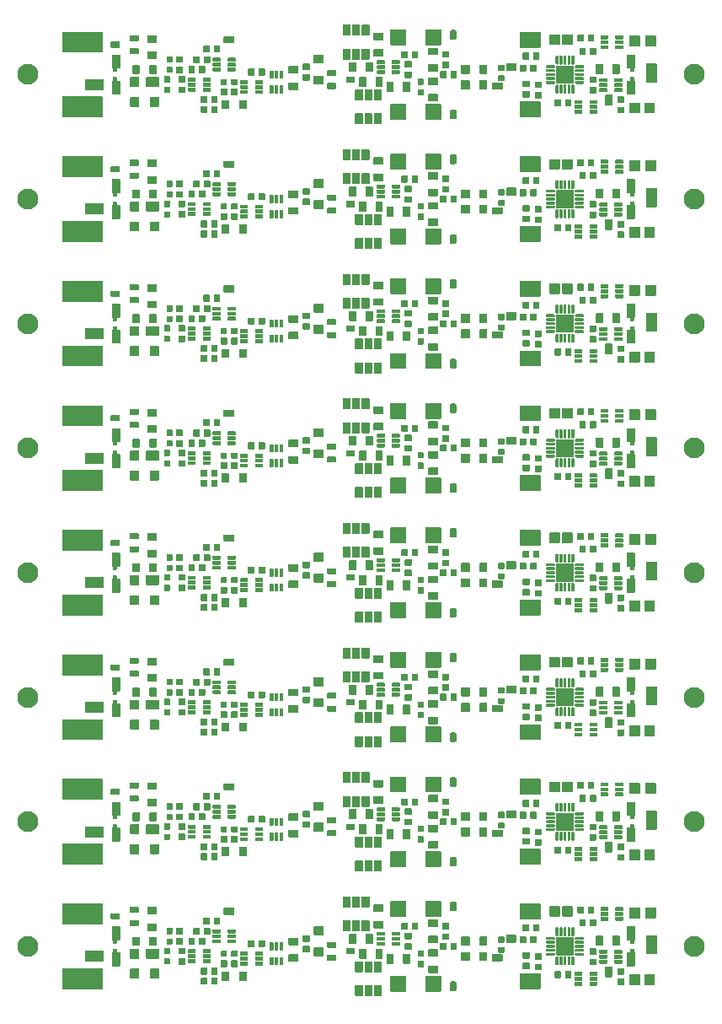
<source format=gts>
%TF.GenerationSoftware,KiCad,Pcbnew,(5.1.9)-1*%
%TF.CreationDate,2021-04-24T22:15:52+09:00*%
%TF.ProjectId,motordecoder2,6d6f746f-7264-4656-936f-646572322e6b,rev?*%
%TF.SameCoordinates,PX66ff300PY81390e0*%
%TF.FileFunction,Soldermask,Top*%
%TF.FilePolarity,Negative*%
%FSLAX46Y46*%
G04 Gerber Fmt 4.6, Leading zero omitted, Abs format (unit mm)*
G04 Created by KiCad (PCBNEW (5.1.9)-1) date 2021-04-24 22:15:52*
%MOMM*%
%LPD*%
G01*
G04 APERTURE LIST*
%ADD10C,2.100000*%
%ADD11C,0.100000*%
%ADD12C,0.200000*%
G04 APERTURE END LIST*
D10*
%TO.C,REF\u002A\u002A*%
X70500000Y5250000D03*
%TD*%
%TO.C,REF\u002A\u002A*%
X70500000Y17750000D03*
%TD*%
%TO.C,REF\u002A\u002A*%
X70500000Y30250000D03*
%TD*%
%TO.C,REF\u002A\u002A*%
X70500000Y42750000D03*
%TD*%
%TO.C,REF\u002A\u002A*%
X70500000Y55250000D03*
%TD*%
%TO.C,REF\u002A\u002A*%
X70500000Y67750000D03*
%TD*%
%TO.C,REF\u002A\u002A*%
X70500000Y80250000D03*
%TD*%
%TO.C,REF\u002A\u002A*%
X3500000Y5250000D03*
%TD*%
%TO.C,REF\u002A\u002A*%
X3500000Y17750000D03*
%TD*%
%TO.C,REF\u002A\u002A*%
X3500000Y30250000D03*
%TD*%
%TO.C,REF\u002A\u002A*%
X3500000Y42750000D03*
%TD*%
%TO.C,REF\u002A\u002A*%
X3500000Y55250000D03*
%TD*%
%TO.C,REF\u002A\u002A*%
X3500000Y67750000D03*
%TD*%
%TO.C,REF\u002A\u002A*%
X3500000Y80250000D03*
%TD*%
%TO.C,REF\u002A\u002A*%
X3500000Y92750000D03*
%TD*%
%TO.C,REF\u002A\u002A*%
X70500000Y92750000D03*
%TD*%
%TO.C,R33*%
G36*
G01*
X19300000Y3400000D02*
X18700000Y3400000D01*
G75*
G02*
X18650000Y3450000I0J50000D01*
G01*
X18650000Y4000000D01*
G75*
G02*
X18700000Y4050000I50000J0D01*
G01*
X19300000Y4050000D01*
G75*
G02*
X19350000Y4000000I0J-50000D01*
G01*
X19350000Y3450000D01*
G75*
G02*
X19300000Y3400000I-50000J0D01*
G01*
G37*
G36*
G01*
X19300000Y4450000D02*
X18700000Y4450000D01*
G75*
G02*
X18650000Y4500000I0J50000D01*
G01*
X18650000Y5050000D01*
G75*
G02*
X18700000Y5100000I50000J0D01*
G01*
X19300000Y5100000D01*
G75*
G02*
X19350000Y5050000I0J-50000D01*
G01*
X19350000Y4500000D01*
G75*
G02*
X19300000Y4450000I-50000J0D01*
G01*
G37*
%TD*%
%TO.C,R33*%
G36*
G01*
X19300000Y15900000D02*
X18700000Y15900000D01*
G75*
G02*
X18650000Y15950000I0J50000D01*
G01*
X18650000Y16500000D01*
G75*
G02*
X18700000Y16550000I50000J0D01*
G01*
X19300000Y16550000D01*
G75*
G02*
X19350000Y16500000I0J-50000D01*
G01*
X19350000Y15950000D01*
G75*
G02*
X19300000Y15900000I-50000J0D01*
G01*
G37*
G36*
G01*
X19300000Y16950000D02*
X18700000Y16950000D01*
G75*
G02*
X18650000Y17000000I0J50000D01*
G01*
X18650000Y17550000D01*
G75*
G02*
X18700000Y17600000I50000J0D01*
G01*
X19300000Y17600000D01*
G75*
G02*
X19350000Y17550000I0J-50000D01*
G01*
X19350000Y17000000D01*
G75*
G02*
X19300000Y16950000I-50000J0D01*
G01*
G37*
%TD*%
%TO.C,R33*%
G36*
G01*
X19300000Y28400000D02*
X18700000Y28400000D01*
G75*
G02*
X18650000Y28450000I0J50000D01*
G01*
X18650000Y29000000D01*
G75*
G02*
X18700000Y29050000I50000J0D01*
G01*
X19300000Y29050000D01*
G75*
G02*
X19350000Y29000000I0J-50000D01*
G01*
X19350000Y28450000D01*
G75*
G02*
X19300000Y28400000I-50000J0D01*
G01*
G37*
G36*
G01*
X19300000Y29450000D02*
X18700000Y29450000D01*
G75*
G02*
X18650000Y29500000I0J50000D01*
G01*
X18650000Y30050000D01*
G75*
G02*
X18700000Y30100000I50000J0D01*
G01*
X19300000Y30100000D01*
G75*
G02*
X19350000Y30050000I0J-50000D01*
G01*
X19350000Y29500000D01*
G75*
G02*
X19300000Y29450000I-50000J0D01*
G01*
G37*
%TD*%
%TO.C,R33*%
G36*
G01*
X19300000Y40900000D02*
X18700000Y40900000D01*
G75*
G02*
X18650000Y40950000I0J50000D01*
G01*
X18650000Y41500000D01*
G75*
G02*
X18700000Y41550000I50000J0D01*
G01*
X19300000Y41550000D01*
G75*
G02*
X19350000Y41500000I0J-50000D01*
G01*
X19350000Y40950000D01*
G75*
G02*
X19300000Y40900000I-50000J0D01*
G01*
G37*
G36*
G01*
X19300000Y41950000D02*
X18700000Y41950000D01*
G75*
G02*
X18650000Y42000000I0J50000D01*
G01*
X18650000Y42550000D01*
G75*
G02*
X18700000Y42600000I50000J0D01*
G01*
X19300000Y42600000D01*
G75*
G02*
X19350000Y42550000I0J-50000D01*
G01*
X19350000Y42000000D01*
G75*
G02*
X19300000Y41950000I-50000J0D01*
G01*
G37*
%TD*%
%TO.C,R33*%
G36*
G01*
X19300000Y53400000D02*
X18700000Y53400000D01*
G75*
G02*
X18650000Y53450000I0J50000D01*
G01*
X18650000Y54000000D01*
G75*
G02*
X18700000Y54050000I50000J0D01*
G01*
X19300000Y54050000D01*
G75*
G02*
X19350000Y54000000I0J-50000D01*
G01*
X19350000Y53450000D01*
G75*
G02*
X19300000Y53400000I-50000J0D01*
G01*
G37*
G36*
G01*
X19300000Y54450000D02*
X18700000Y54450000D01*
G75*
G02*
X18650000Y54500000I0J50000D01*
G01*
X18650000Y55050000D01*
G75*
G02*
X18700000Y55100000I50000J0D01*
G01*
X19300000Y55100000D01*
G75*
G02*
X19350000Y55050000I0J-50000D01*
G01*
X19350000Y54500000D01*
G75*
G02*
X19300000Y54450000I-50000J0D01*
G01*
G37*
%TD*%
%TO.C,R33*%
G36*
G01*
X19300000Y65900000D02*
X18700000Y65900000D01*
G75*
G02*
X18650000Y65950000I0J50000D01*
G01*
X18650000Y66500000D01*
G75*
G02*
X18700000Y66550000I50000J0D01*
G01*
X19300000Y66550000D01*
G75*
G02*
X19350000Y66500000I0J-50000D01*
G01*
X19350000Y65950000D01*
G75*
G02*
X19300000Y65900000I-50000J0D01*
G01*
G37*
G36*
G01*
X19300000Y66950000D02*
X18700000Y66950000D01*
G75*
G02*
X18650000Y67000000I0J50000D01*
G01*
X18650000Y67550000D01*
G75*
G02*
X18700000Y67600000I50000J0D01*
G01*
X19300000Y67600000D01*
G75*
G02*
X19350000Y67550000I0J-50000D01*
G01*
X19350000Y67000000D01*
G75*
G02*
X19300000Y66950000I-50000J0D01*
G01*
G37*
%TD*%
%TO.C,R33*%
G36*
G01*
X19300000Y78400000D02*
X18700000Y78400000D01*
G75*
G02*
X18650000Y78450000I0J50000D01*
G01*
X18650000Y79000000D01*
G75*
G02*
X18700000Y79050000I50000J0D01*
G01*
X19300000Y79050000D01*
G75*
G02*
X19350000Y79000000I0J-50000D01*
G01*
X19350000Y78450000D01*
G75*
G02*
X19300000Y78400000I-50000J0D01*
G01*
G37*
G36*
G01*
X19300000Y79450000D02*
X18700000Y79450000D01*
G75*
G02*
X18650000Y79500000I0J50000D01*
G01*
X18650000Y80050000D01*
G75*
G02*
X18700000Y80100000I50000J0D01*
G01*
X19300000Y80100000D01*
G75*
G02*
X19350000Y80050000I0J-50000D01*
G01*
X19350000Y79500000D01*
G75*
G02*
X19300000Y79450000I-50000J0D01*
G01*
G37*
%TD*%
%TO.C,R31*%
G36*
G01*
X21350000Y6050000D02*
X21350000Y5450000D01*
G75*
G02*
X21300000Y5400000I-50000J0D01*
G01*
X20750000Y5400000D01*
G75*
G02*
X20700000Y5450000I0J50000D01*
G01*
X20700000Y6050000D01*
G75*
G02*
X20750000Y6100000I50000J0D01*
G01*
X21300000Y6100000D01*
G75*
G02*
X21350000Y6050000I0J-50000D01*
G01*
G37*
G36*
G01*
X20300000Y6050000D02*
X20300000Y5450000D01*
G75*
G02*
X20250000Y5400000I-50000J0D01*
G01*
X19700000Y5400000D01*
G75*
G02*
X19650000Y5450000I0J50000D01*
G01*
X19650000Y6050000D01*
G75*
G02*
X19700000Y6100000I50000J0D01*
G01*
X20250000Y6100000D01*
G75*
G02*
X20300000Y6050000I0J-50000D01*
G01*
G37*
%TD*%
%TO.C,R31*%
G36*
G01*
X21350000Y18550000D02*
X21350000Y17950000D01*
G75*
G02*
X21300000Y17900000I-50000J0D01*
G01*
X20750000Y17900000D01*
G75*
G02*
X20700000Y17950000I0J50000D01*
G01*
X20700000Y18550000D01*
G75*
G02*
X20750000Y18600000I50000J0D01*
G01*
X21300000Y18600000D01*
G75*
G02*
X21350000Y18550000I0J-50000D01*
G01*
G37*
G36*
G01*
X20300000Y18550000D02*
X20300000Y17950000D01*
G75*
G02*
X20250000Y17900000I-50000J0D01*
G01*
X19700000Y17900000D01*
G75*
G02*
X19650000Y17950000I0J50000D01*
G01*
X19650000Y18550000D01*
G75*
G02*
X19700000Y18600000I50000J0D01*
G01*
X20250000Y18600000D01*
G75*
G02*
X20300000Y18550000I0J-50000D01*
G01*
G37*
%TD*%
%TO.C,R31*%
G36*
G01*
X21350000Y31050000D02*
X21350000Y30450000D01*
G75*
G02*
X21300000Y30400000I-50000J0D01*
G01*
X20750000Y30400000D01*
G75*
G02*
X20700000Y30450000I0J50000D01*
G01*
X20700000Y31050000D01*
G75*
G02*
X20750000Y31100000I50000J0D01*
G01*
X21300000Y31100000D01*
G75*
G02*
X21350000Y31050000I0J-50000D01*
G01*
G37*
G36*
G01*
X20300000Y31050000D02*
X20300000Y30450000D01*
G75*
G02*
X20250000Y30400000I-50000J0D01*
G01*
X19700000Y30400000D01*
G75*
G02*
X19650000Y30450000I0J50000D01*
G01*
X19650000Y31050000D01*
G75*
G02*
X19700000Y31100000I50000J0D01*
G01*
X20250000Y31100000D01*
G75*
G02*
X20300000Y31050000I0J-50000D01*
G01*
G37*
%TD*%
%TO.C,R31*%
G36*
G01*
X21350000Y43550000D02*
X21350000Y42950000D01*
G75*
G02*
X21300000Y42900000I-50000J0D01*
G01*
X20750000Y42900000D01*
G75*
G02*
X20700000Y42950000I0J50000D01*
G01*
X20700000Y43550000D01*
G75*
G02*
X20750000Y43600000I50000J0D01*
G01*
X21300000Y43600000D01*
G75*
G02*
X21350000Y43550000I0J-50000D01*
G01*
G37*
G36*
G01*
X20300000Y43550000D02*
X20300000Y42950000D01*
G75*
G02*
X20250000Y42900000I-50000J0D01*
G01*
X19700000Y42900000D01*
G75*
G02*
X19650000Y42950000I0J50000D01*
G01*
X19650000Y43550000D01*
G75*
G02*
X19700000Y43600000I50000J0D01*
G01*
X20250000Y43600000D01*
G75*
G02*
X20300000Y43550000I0J-50000D01*
G01*
G37*
%TD*%
%TO.C,R31*%
G36*
G01*
X21350000Y56050000D02*
X21350000Y55450000D01*
G75*
G02*
X21300000Y55400000I-50000J0D01*
G01*
X20750000Y55400000D01*
G75*
G02*
X20700000Y55450000I0J50000D01*
G01*
X20700000Y56050000D01*
G75*
G02*
X20750000Y56100000I50000J0D01*
G01*
X21300000Y56100000D01*
G75*
G02*
X21350000Y56050000I0J-50000D01*
G01*
G37*
G36*
G01*
X20300000Y56050000D02*
X20300000Y55450000D01*
G75*
G02*
X20250000Y55400000I-50000J0D01*
G01*
X19700000Y55400000D01*
G75*
G02*
X19650000Y55450000I0J50000D01*
G01*
X19650000Y56050000D01*
G75*
G02*
X19700000Y56100000I50000J0D01*
G01*
X20250000Y56100000D01*
G75*
G02*
X20300000Y56050000I0J-50000D01*
G01*
G37*
%TD*%
%TO.C,R31*%
G36*
G01*
X21350000Y68550000D02*
X21350000Y67950000D01*
G75*
G02*
X21300000Y67900000I-50000J0D01*
G01*
X20750000Y67900000D01*
G75*
G02*
X20700000Y67950000I0J50000D01*
G01*
X20700000Y68550000D01*
G75*
G02*
X20750000Y68600000I50000J0D01*
G01*
X21300000Y68600000D01*
G75*
G02*
X21350000Y68550000I0J-50000D01*
G01*
G37*
G36*
G01*
X20300000Y68550000D02*
X20300000Y67950000D01*
G75*
G02*
X20250000Y67900000I-50000J0D01*
G01*
X19700000Y67900000D01*
G75*
G02*
X19650000Y67950000I0J50000D01*
G01*
X19650000Y68550000D01*
G75*
G02*
X19700000Y68600000I50000J0D01*
G01*
X20250000Y68600000D01*
G75*
G02*
X20300000Y68550000I0J-50000D01*
G01*
G37*
%TD*%
%TO.C,R31*%
G36*
G01*
X21350000Y81050000D02*
X21350000Y80450000D01*
G75*
G02*
X21300000Y80400000I-50000J0D01*
G01*
X20750000Y80400000D01*
G75*
G02*
X20700000Y80450000I0J50000D01*
G01*
X20700000Y81050000D01*
G75*
G02*
X20750000Y81100000I50000J0D01*
G01*
X21300000Y81100000D01*
G75*
G02*
X21350000Y81050000I0J-50000D01*
G01*
G37*
G36*
G01*
X20300000Y81050000D02*
X20300000Y80450000D01*
G75*
G02*
X20250000Y80400000I-50000J0D01*
G01*
X19700000Y80400000D01*
G75*
G02*
X19650000Y80450000I0J50000D01*
G01*
X19650000Y81050000D01*
G75*
G02*
X19700000Y81100000I50000J0D01*
G01*
X20250000Y81100000D01*
G75*
G02*
X20300000Y81050000I0J-50000D01*
G01*
G37*
%TD*%
%TO.C,R5*%
G36*
G01*
X39200000Y7050000D02*
X38300000Y7050000D01*
G75*
G02*
X38250000Y7100000I0J50000D01*
G01*
X38250000Y7750000D01*
G75*
G02*
X38300000Y7800000I50000J0D01*
G01*
X39200000Y7800000D01*
G75*
G02*
X39250000Y7750000I0J-50000D01*
G01*
X39250000Y7100000D01*
G75*
G02*
X39200000Y7050000I-50000J0D01*
G01*
G37*
G36*
G01*
X39200000Y8700000D02*
X38300000Y8700000D01*
G75*
G02*
X38250000Y8750000I0J50000D01*
G01*
X38250000Y9400000D01*
G75*
G02*
X38300000Y9450000I50000J0D01*
G01*
X39200000Y9450000D01*
G75*
G02*
X39250000Y9400000I0J-50000D01*
G01*
X39250000Y8750000D01*
G75*
G02*
X39200000Y8700000I-50000J0D01*
G01*
G37*
%TD*%
%TO.C,R5*%
G36*
G01*
X39200000Y19550000D02*
X38300000Y19550000D01*
G75*
G02*
X38250000Y19600000I0J50000D01*
G01*
X38250000Y20250000D01*
G75*
G02*
X38300000Y20300000I50000J0D01*
G01*
X39200000Y20300000D01*
G75*
G02*
X39250000Y20250000I0J-50000D01*
G01*
X39250000Y19600000D01*
G75*
G02*
X39200000Y19550000I-50000J0D01*
G01*
G37*
G36*
G01*
X39200000Y21200000D02*
X38300000Y21200000D01*
G75*
G02*
X38250000Y21250000I0J50000D01*
G01*
X38250000Y21900000D01*
G75*
G02*
X38300000Y21950000I50000J0D01*
G01*
X39200000Y21950000D01*
G75*
G02*
X39250000Y21900000I0J-50000D01*
G01*
X39250000Y21250000D01*
G75*
G02*
X39200000Y21200000I-50000J0D01*
G01*
G37*
%TD*%
%TO.C,R5*%
G36*
G01*
X39200000Y32050000D02*
X38300000Y32050000D01*
G75*
G02*
X38250000Y32100000I0J50000D01*
G01*
X38250000Y32750000D01*
G75*
G02*
X38300000Y32800000I50000J0D01*
G01*
X39200000Y32800000D01*
G75*
G02*
X39250000Y32750000I0J-50000D01*
G01*
X39250000Y32100000D01*
G75*
G02*
X39200000Y32050000I-50000J0D01*
G01*
G37*
G36*
G01*
X39200000Y33700000D02*
X38300000Y33700000D01*
G75*
G02*
X38250000Y33750000I0J50000D01*
G01*
X38250000Y34400000D01*
G75*
G02*
X38300000Y34450000I50000J0D01*
G01*
X39200000Y34450000D01*
G75*
G02*
X39250000Y34400000I0J-50000D01*
G01*
X39250000Y33750000D01*
G75*
G02*
X39200000Y33700000I-50000J0D01*
G01*
G37*
%TD*%
%TO.C,R5*%
G36*
G01*
X39200000Y44550000D02*
X38300000Y44550000D01*
G75*
G02*
X38250000Y44600000I0J50000D01*
G01*
X38250000Y45250000D01*
G75*
G02*
X38300000Y45300000I50000J0D01*
G01*
X39200000Y45300000D01*
G75*
G02*
X39250000Y45250000I0J-50000D01*
G01*
X39250000Y44600000D01*
G75*
G02*
X39200000Y44550000I-50000J0D01*
G01*
G37*
G36*
G01*
X39200000Y46200000D02*
X38300000Y46200000D01*
G75*
G02*
X38250000Y46250000I0J50000D01*
G01*
X38250000Y46900000D01*
G75*
G02*
X38300000Y46950000I50000J0D01*
G01*
X39200000Y46950000D01*
G75*
G02*
X39250000Y46900000I0J-50000D01*
G01*
X39250000Y46250000D01*
G75*
G02*
X39200000Y46200000I-50000J0D01*
G01*
G37*
%TD*%
%TO.C,R5*%
G36*
G01*
X39200000Y57050000D02*
X38300000Y57050000D01*
G75*
G02*
X38250000Y57100000I0J50000D01*
G01*
X38250000Y57750000D01*
G75*
G02*
X38300000Y57800000I50000J0D01*
G01*
X39200000Y57800000D01*
G75*
G02*
X39250000Y57750000I0J-50000D01*
G01*
X39250000Y57100000D01*
G75*
G02*
X39200000Y57050000I-50000J0D01*
G01*
G37*
G36*
G01*
X39200000Y58700000D02*
X38300000Y58700000D01*
G75*
G02*
X38250000Y58750000I0J50000D01*
G01*
X38250000Y59400000D01*
G75*
G02*
X38300000Y59450000I50000J0D01*
G01*
X39200000Y59450000D01*
G75*
G02*
X39250000Y59400000I0J-50000D01*
G01*
X39250000Y58750000D01*
G75*
G02*
X39200000Y58700000I-50000J0D01*
G01*
G37*
%TD*%
%TO.C,R5*%
G36*
G01*
X39200000Y69550000D02*
X38300000Y69550000D01*
G75*
G02*
X38250000Y69600000I0J50000D01*
G01*
X38250000Y70250000D01*
G75*
G02*
X38300000Y70300000I50000J0D01*
G01*
X39200000Y70300000D01*
G75*
G02*
X39250000Y70250000I0J-50000D01*
G01*
X39250000Y69600000D01*
G75*
G02*
X39200000Y69550000I-50000J0D01*
G01*
G37*
G36*
G01*
X39200000Y71200000D02*
X38300000Y71200000D01*
G75*
G02*
X38250000Y71250000I0J50000D01*
G01*
X38250000Y71900000D01*
G75*
G02*
X38300000Y71950000I50000J0D01*
G01*
X39200000Y71950000D01*
G75*
G02*
X39250000Y71900000I0J-50000D01*
G01*
X39250000Y71250000D01*
G75*
G02*
X39200000Y71200000I-50000J0D01*
G01*
G37*
%TD*%
%TO.C,R5*%
G36*
G01*
X39200000Y82050000D02*
X38300000Y82050000D01*
G75*
G02*
X38250000Y82100000I0J50000D01*
G01*
X38250000Y82750000D01*
G75*
G02*
X38300000Y82800000I50000J0D01*
G01*
X39200000Y82800000D01*
G75*
G02*
X39250000Y82750000I0J-50000D01*
G01*
X39250000Y82100000D01*
G75*
G02*
X39200000Y82050000I-50000J0D01*
G01*
G37*
G36*
G01*
X39200000Y83700000D02*
X38300000Y83700000D01*
G75*
G02*
X38250000Y83750000I0J50000D01*
G01*
X38250000Y84400000D01*
G75*
G02*
X38300000Y84450000I50000J0D01*
G01*
X39200000Y84450000D01*
G75*
G02*
X39250000Y84400000I0J-50000D01*
G01*
X39250000Y83750000D01*
G75*
G02*
X39200000Y83700000I-50000J0D01*
G01*
G37*
%TD*%
%TO.C,R32*%
G36*
G01*
X19050000Y6450000D02*
X18450000Y6450000D01*
G75*
G02*
X18400000Y6500000I0J50000D01*
G01*
X18400000Y7050000D01*
G75*
G02*
X18450000Y7100000I50000J0D01*
G01*
X19050000Y7100000D01*
G75*
G02*
X19100000Y7050000I0J-50000D01*
G01*
X19100000Y6500000D01*
G75*
G02*
X19050000Y6450000I-50000J0D01*
G01*
G37*
G36*
G01*
X19050000Y5400000D02*
X18450000Y5400000D01*
G75*
G02*
X18400000Y5450000I0J50000D01*
G01*
X18400000Y6000000D01*
G75*
G02*
X18450000Y6050000I50000J0D01*
G01*
X19050000Y6050000D01*
G75*
G02*
X19100000Y6000000I0J-50000D01*
G01*
X19100000Y5450000D01*
G75*
G02*
X19050000Y5400000I-50000J0D01*
G01*
G37*
%TD*%
%TO.C,R32*%
G36*
G01*
X19050000Y18950000D02*
X18450000Y18950000D01*
G75*
G02*
X18400000Y19000000I0J50000D01*
G01*
X18400000Y19550000D01*
G75*
G02*
X18450000Y19600000I50000J0D01*
G01*
X19050000Y19600000D01*
G75*
G02*
X19100000Y19550000I0J-50000D01*
G01*
X19100000Y19000000D01*
G75*
G02*
X19050000Y18950000I-50000J0D01*
G01*
G37*
G36*
G01*
X19050000Y17900000D02*
X18450000Y17900000D01*
G75*
G02*
X18400000Y17950000I0J50000D01*
G01*
X18400000Y18500000D01*
G75*
G02*
X18450000Y18550000I50000J0D01*
G01*
X19050000Y18550000D01*
G75*
G02*
X19100000Y18500000I0J-50000D01*
G01*
X19100000Y17950000D01*
G75*
G02*
X19050000Y17900000I-50000J0D01*
G01*
G37*
%TD*%
%TO.C,R32*%
G36*
G01*
X19050000Y31450000D02*
X18450000Y31450000D01*
G75*
G02*
X18400000Y31500000I0J50000D01*
G01*
X18400000Y32050000D01*
G75*
G02*
X18450000Y32100000I50000J0D01*
G01*
X19050000Y32100000D01*
G75*
G02*
X19100000Y32050000I0J-50000D01*
G01*
X19100000Y31500000D01*
G75*
G02*
X19050000Y31450000I-50000J0D01*
G01*
G37*
G36*
G01*
X19050000Y30400000D02*
X18450000Y30400000D01*
G75*
G02*
X18400000Y30450000I0J50000D01*
G01*
X18400000Y31000000D01*
G75*
G02*
X18450000Y31050000I50000J0D01*
G01*
X19050000Y31050000D01*
G75*
G02*
X19100000Y31000000I0J-50000D01*
G01*
X19100000Y30450000D01*
G75*
G02*
X19050000Y30400000I-50000J0D01*
G01*
G37*
%TD*%
%TO.C,R32*%
G36*
G01*
X19050000Y43950000D02*
X18450000Y43950000D01*
G75*
G02*
X18400000Y44000000I0J50000D01*
G01*
X18400000Y44550000D01*
G75*
G02*
X18450000Y44600000I50000J0D01*
G01*
X19050000Y44600000D01*
G75*
G02*
X19100000Y44550000I0J-50000D01*
G01*
X19100000Y44000000D01*
G75*
G02*
X19050000Y43950000I-50000J0D01*
G01*
G37*
G36*
G01*
X19050000Y42900000D02*
X18450000Y42900000D01*
G75*
G02*
X18400000Y42950000I0J50000D01*
G01*
X18400000Y43500000D01*
G75*
G02*
X18450000Y43550000I50000J0D01*
G01*
X19050000Y43550000D01*
G75*
G02*
X19100000Y43500000I0J-50000D01*
G01*
X19100000Y42950000D01*
G75*
G02*
X19050000Y42900000I-50000J0D01*
G01*
G37*
%TD*%
%TO.C,R32*%
G36*
G01*
X19050000Y56450000D02*
X18450000Y56450000D01*
G75*
G02*
X18400000Y56500000I0J50000D01*
G01*
X18400000Y57050000D01*
G75*
G02*
X18450000Y57100000I50000J0D01*
G01*
X19050000Y57100000D01*
G75*
G02*
X19100000Y57050000I0J-50000D01*
G01*
X19100000Y56500000D01*
G75*
G02*
X19050000Y56450000I-50000J0D01*
G01*
G37*
G36*
G01*
X19050000Y55400000D02*
X18450000Y55400000D01*
G75*
G02*
X18400000Y55450000I0J50000D01*
G01*
X18400000Y56000000D01*
G75*
G02*
X18450000Y56050000I50000J0D01*
G01*
X19050000Y56050000D01*
G75*
G02*
X19100000Y56000000I0J-50000D01*
G01*
X19100000Y55450000D01*
G75*
G02*
X19050000Y55400000I-50000J0D01*
G01*
G37*
%TD*%
%TO.C,R32*%
G36*
G01*
X19050000Y68950000D02*
X18450000Y68950000D01*
G75*
G02*
X18400000Y69000000I0J50000D01*
G01*
X18400000Y69550000D01*
G75*
G02*
X18450000Y69600000I50000J0D01*
G01*
X19050000Y69600000D01*
G75*
G02*
X19100000Y69550000I0J-50000D01*
G01*
X19100000Y69000000D01*
G75*
G02*
X19050000Y68950000I-50000J0D01*
G01*
G37*
G36*
G01*
X19050000Y67900000D02*
X18450000Y67900000D01*
G75*
G02*
X18400000Y67950000I0J50000D01*
G01*
X18400000Y68500000D01*
G75*
G02*
X18450000Y68550000I50000J0D01*
G01*
X19050000Y68550000D01*
G75*
G02*
X19100000Y68500000I0J-50000D01*
G01*
X19100000Y67950000D01*
G75*
G02*
X19050000Y67900000I-50000J0D01*
G01*
G37*
%TD*%
%TO.C,R32*%
G36*
G01*
X19050000Y81450000D02*
X18450000Y81450000D01*
G75*
G02*
X18400000Y81500000I0J50000D01*
G01*
X18400000Y82050000D01*
G75*
G02*
X18450000Y82100000I50000J0D01*
G01*
X19050000Y82100000D01*
G75*
G02*
X19100000Y82050000I0J-50000D01*
G01*
X19100000Y81500000D01*
G75*
G02*
X19050000Y81450000I-50000J0D01*
G01*
G37*
G36*
G01*
X19050000Y80400000D02*
X18450000Y80400000D01*
G75*
G02*
X18400000Y80450000I0J50000D01*
G01*
X18400000Y81000000D01*
G75*
G02*
X18450000Y81050000I50000J0D01*
G01*
X19050000Y81050000D01*
G75*
G02*
X19100000Y81000000I0J-50000D01*
G01*
X19100000Y80450000D01*
G75*
G02*
X19050000Y80400000I-50000J0D01*
G01*
G37*
%TD*%
%TO.C,R14*%
G36*
G01*
X29750000Y4450000D02*
X30650000Y4450000D01*
G75*
G02*
X30700000Y4400000I0J-50000D01*
G01*
X30700000Y3750000D01*
G75*
G02*
X30650000Y3700000I-50000J0D01*
G01*
X29750000Y3700000D01*
G75*
G02*
X29700000Y3750000I0J50000D01*
G01*
X29700000Y4400000D01*
G75*
G02*
X29750000Y4450000I50000J0D01*
G01*
G37*
G36*
G01*
X29750000Y6100000D02*
X30650000Y6100000D01*
G75*
G02*
X30700000Y6050000I0J-50000D01*
G01*
X30700000Y5400000D01*
G75*
G02*
X30650000Y5350000I-50000J0D01*
G01*
X29750000Y5350000D01*
G75*
G02*
X29700000Y5400000I0J50000D01*
G01*
X29700000Y6050000D01*
G75*
G02*
X29750000Y6100000I50000J0D01*
G01*
G37*
%TD*%
%TO.C,R14*%
G36*
G01*
X29750000Y16950000D02*
X30650000Y16950000D01*
G75*
G02*
X30700000Y16900000I0J-50000D01*
G01*
X30700000Y16250000D01*
G75*
G02*
X30650000Y16200000I-50000J0D01*
G01*
X29750000Y16200000D01*
G75*
G02*
X29700000Y16250000I0J50000D01*
G01*
X29700000Y16900000D01*
G75*
G02*
X29750000Y16950000I50000J0D01*
G01*
G37*
G36*
G01*
X29750000Y18600000D02*
X30650000Y18600000D01*
G75*
G02*
X30700000Y18550000I0J-50000D01*
G01*
X30700000Y17900000D01*
G75*
G02*
X30650000Y17850000I-50000J0D01*
G01*
X29750000Y17850000D01*
G75*
G02*
X29700000Y17900000I0J50000D01*
G01*
X29700000Y18550000D01*
G75*
G02*
X29750000Y18600000I50000J0D01*
G01*
G37*
%TD*%
%TO.C,R14*%
G36*
G01*
X29750000Y29450000D02*
X30650000Y29450000D01*
G75*
G02*
X30700000Y29400000I0J-50000D01*
G01*
X30700000Y28750000D01*
G75*
G02*
X30650000Y28700000I-50000J0D01*
G01*
X29750000Y28700000D01*
G75*
G02*
X29700000Y28750000I0J50000D01*
G01*
X29700000Y29400000D01*
G75*
G02*
X29750000Y29450000I50000J0D01*
G01*
G37*
G36*
G01*
X29750000Y31100000D02*
X30650000Y31100000D01*
G75*
G02*
X30700000Y31050000I0J-50000D01*
G01*
X30700000Y30400000D01*
G75*
G02*
X30650000Y30350000I-50000J0D01*
G01*
X29750000Y30350000D01*
G75*
G02*
X29700000Y30400000I0J50000D01*
G01*
X29700000Y31050000D01*
G75*
G02*
X29750000Y31100000I50000J0D01*
G01*
G37*
%TD*%
%TO.C,R14*%
G36*
G01*
X29750000Y41950000D02*
X30650000Y41950000D01*
G75*
G02*
X30700000Y41900000I0J-50000D01*
G01*
X30700000Y41250000D01*
G75*
G02*
X30650000Y41200000I-50000J0D01*
G01*
X29750000Y41200000D01*
G75*
G02*
X29700000Y41250000I0J50000D01*
G01*
X29700000Y41900000D01*
G75*
G02*
X29750000Y41950000I50000J0D01*
G01*
G37*
G36*
G01*
X29750000Y43600000D02*
X30650000Y43600000D01*
G75*
G02*
X30700000Y43550000I0J-50000D01*
G01*
X30700000Y42900000D01*
G75*
G02*
X30650000Y42850000I-50000J0D01*
G01*
X29750000Y42850000D01*
G75*
G02*
X29700000Y42900000I0J50000D01*
G01*
X29700000Y43550000D01*
G75*
G02*
X29750000Y43600000I50000J0D01*
G01*
G37*
%TD*%
%TO.C,R14*%
G36*
G01*
X29750000Y54450000D02*
X30650000Y54450000D01*
G75*
G02*
X30700000Y54400000I0J-50000D01*
G01*
X30700000Y53750000D01*
G75*
G02*
X30650000Y53700000I-50000J0D01*
G01*
X29750000Y53700000D01*
G75*
G02*
X29700000Y53750000I0J50000D01*
G01*
X29700000Y54400000D01*
G75*
G02*
X29750000Y54450000I50000J0D01*
G01*
G37*
G36*
G01*
X29750000Y56100000D02*
X30650000Y56100000D01*
G75*
G02*
X30700000Y56050000I0J-50000D01*
G01*
X30700000Y55400000D01*
G75*
G02*
X30650000Y55350000I-50000J0D01*
G01*
X29750000Y55350000D01*
G75*
G02*
X29700000Y55400000I0J50000D01*
G01*
X29700000Y56050000D01*
G75*
G02*
X29750000Y56100000I50000J0D01*
G01*
G37*
%TD*%
%TO.C,R14*%
G36*
G01*
X29750000Y66950000D02*
X30650000Y66950000D01*
G75*
G02*
X30700000Y66900000I0J-50000D01*
G01*
X30700000Y66250000D01*
G75*
G02*
X30650000Y66200000I-50000J0D01*
G01*
X29750000Y66200000D01*
G75*
G02*
X29700000Y66250000I0J50000D01*
G01*
X29700000Y66900000D01*
G75*
G02*
X29750000Y66950000I50000J0D01*
G01*
G37*
G36*
G01*
X29750000Y68600000D02*
X30650000Y68600000D01*
G75*
G02*
X30700000Y68550000I0J-50000D01*
G01*
X30700000Y67900000D01*
G75*
G02*
X30650000Y67850000I-50000J0D01*
G01*
X29750000Y67850000D01*
G75*
G02*
X29700000Y67900000I0J50000D01*
G01*
X29700000Y68550000D01*
G75*
G02*
X29750000Y68600000I50000J0D01*
G01*
G37*
%TD*%
%TO.C,R14*%
G36*
G01*
X29750000Y79450000D02*
X30650000Y79450000D01*
G75*
G02*
X30700000Y79400000I0J-50000D01*
G01*
X30700000Y78750000D01*
G75*
G02*
X30650000Y78700000I-50000J0D01*
G01*
X29750000Y78700000D01*
G75*
G02*
X29700000Y78750000I0J50000D01*
G01*
X29700000Y79400000D01*
G75*
G02*
X29750000Y79450000I50000J0D01*
G01*
G37*
G36*
G01*
X29750000Y81100000D02*
X30650000Y81100000D01*
G75*
G02*
X30700000Y81050000I0J-50000D01*
G01*
X30700000Y80400000D01*
G75*
G02*
X30650000Y80350000I-50000J0D01*
G01*
X29750000Y80350000D01*
G75*
G02*
X29700000Y80400000I0J50000D01*
G01*
X29700000Y81050000D01*
G75*
G02*
X29750000Y81100000I50000J0D01*
G01*
G37*
%TD*%
%TO.C,R13*%
G36*
G01*
X60600000Y4400000D02*
X60000000Y4400000D01*
G75*
G02*
X59950000Y4450000I0J50000D01*
G01*
X59950000Y5000000D01*
G75*
G02*
X60000000Y5050000I50000J0D01*
G01*
X60600000Y5050000D01*
G75*
G02*
X60650000Y5000000I0J-50000D01*
G01*
X60650000Y4450000D01*
G75*
G02*
X60600000Y4400000I-50000J0D01*
G01*
G37*
G36*
G01*
X60600000Y3350000D02*
X60000000Y3350000D01*
G75*
G02*
X59950000Y3400000I0J50000D01*
G01*
X59950000Y3950000D01*
G75*
G02*
X60000000Y4000000I50000J0D01*
G01*
X60600000Y4000000D01*
G75*
G02*
X60650000Y3950000I0J-50000D01*
G01*
X60650000Y3400000D01*
G75*
G02*
X60600000Y3350000I-50000J0D01*
G01*
G37*
%TD*%
%TO.C,R13*%
G36*
G01*
X60600000Y16900000D02*
X60000000Y16900000D01*
G75*
G02*
X59950000Y16950000I0J50000D01*
G01*
X59950000Y17500000D01*
G75*
G02*
X60000000Y17550000I50000J0D01*
G01*
X60600000Y17550000D01*
G75*
G02*
X60650000Y17500000I0J-50000D01*
G01*
X60650000Y16950000D01*
G75*
G02*
X60600000Y16900000I-50000J0D01*
G01*
G37*
G36*
G01*
X60600000Y15850000D02*
X60000000Y15850000D01*
G75*
G02*
X59950000Y15900000I0J50000D01*
G01*
X59950000Y16450000D01*
G75*
G02*
X60000000Y16500000I50000J0D01*
G01*
X60600000Y16500000D01*
G75*
G02*
X60650000Y16450000I0J-50000D01*
G01*
X60650000Y15900000D01*
G75*
G02*
X60600000Y15850000I-50000J0D01*
G01*
G37*
%TD*%
%TO.C,R13*%
G36*
G01*
X60600000Y29400000D02*
X60000000Y29400000D01*
G75*
G02*
X59950000Y29450000I0J50000D01*
G01*
X59950000Y30000000D01*
G75*
G02*
X60000000Y30050000I50000J0D01*
G01*
X60600000Y30050000D01*
G75*
G02*
X60650000Y30000000I0J-50000D01*
G01*
X60650000Y29450000D01*
G75*
G02*
X60600000Y29400000I-50000J0D01*
G01*
G37*
G36*
G01*
X60600000Y28350000D02*
X60000000Y28350000D01*
G75*
G02*
X59950000Y28400000I0J50000D01*
G01*
X59950000Y28950000D01*
G75*
G02*
X60000000Y29000000I50000J0D01*
G01*
X60600000Y29000000D01*
G75*
G02*
X60650000Y28950000I0J-50000D01*
G01*
X60650000Y28400000D01*
G75*
G02*
X60600000Y28350000I-50000J0D01*
G01*
G37*
%TD*%
%TO.C,R13*%
G36*
G01*
X60600000Y41900000D02*
X60000000Y41900000D01*
G75*
G02*
X59950000Y41950000I0J50000D01*
G01*
X59950000Y42500000D01*
G75*
G02*
X60000000Y42550000I50000J0D01*
G01*
X60600000Y42550000D01*
G75*
G02*
X60650000Y42500000I0J-50000D01*
G01*
X60650000Y41950000D01*
G75*
G02*
X60600000Y41900000I-50000J0D01*
G01*
G37*
G36*
G01*
X60600000Y40850000D02*
X60000000Y40850000D01*
G75*
G02*
X59950000Y40900000I0J50000D01*
G01*
X59950000Y41450000D01*
G75*
G02*
X60000000Y41500000I50000J0D01*
G01*
X60600000Y41500000D01*
G75*
G02*
X60650000Y41450000I0J-50000D01*
G01*
X60650000Y40900000D01*
G75*
G02*
X60600000Y40850000I-50000J0D01*
G01*
G37*
%TD*%
%TO.C,R13*%
G36*
G01*
X60600000Y54400000D02*
X60000000Y54400000D01*
G75*
G02*
X59950000Y54450000I0J50000D01*
G01*
X59950000Y55000000D01*
G75*
G02*
X60000000Y55050000I50000J0D01*
G01*
X60600000Y55050000D01*
G75*
G02*
X60650000Y55000000I0J-50000D01*
G01*
X60650000Y54450000D01*
G75*
G02*
X60600000Y54400000I-50000J0D01*
G01*
G37*
G36*
G01*
X60600000Y53350000D02*
X60000000Y53350000D01*
G75*
G02*
X59950000Y53400000I0J50000D01*
G01*
X59950000Y53950000D01*
G75*
G02*
X60000000Y54000000I50000J0D01*
G01*
X60600000Y54000000D01*
G75*
G02*
X60650000Y53950000I0J-50000D01*
G01*
X60650000Y53400000D01*
G75*
G02*
X60600000Y53350000I-50000J0D01*
G01*
G37*
%TD*%
%TO.C,R13*%
G36*
G01*
X60600000Y66900000D02*
X60000000Y66900000D01*
G75*
G02*
X59950000Y66950000I0J50000D01*
G01*
X59950000Y67500000D01*
G75*
G02*
X60000000Y67550000I50000J0D01*
G01*
X60600000Y67550000D01*
G75*
G02*
X60650000Y67500000I0J-50000D01*
G01*
X60650000Y66950000D01*
G75*
G02*
X60600000Y66900000I-50000J0D01*
G01*
G37*
G36*
G01*
X60600000Y65850000D02*
X60000000Y65850000D01*
G75*
G02*
X59950000Y65900000I0J50000D01*
G01*
X59950000Y66450000D01*
G75*
G02*
X60000000Y66500000I50000J0D01*
G01*
X60600000Y66500000D01*
G75*
G02*
X60650000Y66450000I0J-50000D01*
G01*
X60650000Y65900000D01*
G75*
G02*
X60600000Y65850000I-50000J0D01*
G01*
G37*
%TD*%
%TO.C,R13*%
G36*
G01*
X60600000Y79400000D02*
X60000000Y79400000D01*
G75*
G02*
X59950000Y79450000I0J50000D01*
G01*
X59950000Y80000000D01*
G75*
G02*
X60000000Y80050000I50000J0D01*
G01*
X60600000Y80050000D01*
G75*
G02*
X60650000Y80000000I0J-50000D01*
G01*
X60650000Y79450000D01*
G75*
G02*
X60600000Y79400000I-50000J0D01*
G01*
G37*
G36*
G01*
X60600000Y78350000D02*
X60000000Y78350000D01*
G75*
G02*
X59950000Y78400000I0J50000D01*
G01*
X59950000Y78950000D01*
G75*
G02*
X60000000Y79000000I50000J0D01*
G01*
X60600000Y79000000D01*
G75*
G02*
X60650000Y78950000I0J-50000D01*
G01*
X60650000Y78400000D01*
G75*
G02*
X60600000Y78350000I-50000J0D01*
G01*
G37*
%TD*%
%TO.C,R4*%
G36*
G01*
X36800000Y4050000D02*
X36800000Y4950000D01*
G75*
G02*
X36850000Y5000000I50000J0D01*
G01*
X37500000Y5000000D01*
G75*
G02*
X37550000Y4950000I0J-50000D01*
G01*
X37550000Y4050000D01*
G75*
G02*
X37500000Y4000000I-50000J0D01*
G01*
X36850000Y4000000D01*
G75*
G02*
X36800000Y4050000I0J50000D01*
G01*
G37*
G36*
G01*
X38450000Y4050000D02*
X38450000Y4950000D01*
G75*
G02*
X38500000Y5000000I50000J0D01*
G01*
X39150000Y5000000D01*
G75*
G02*
X39200000Y4950000I0J-50000D01*
G01*
X39200000Y4050000D01*
G75*
G02*
X39150000Y4000000I-50000J0D01*
G01*
X38500000Y4000000D01*
G75*
G02*
X38450000Y4050000I0J50000D01*
G01*
G37*
%TD*%
%TO.C,R4*%
G36*
G01*
X36800000Y16550000D02*
X36800000Y17450000D01*
G75*
G02*
X36850000Y17500000I50000J0D01*
G01*
X37500000Y17500000D01*
G75*
G02*
X37550000Y17450000I0J-50000D01*
G01*
X37550000Y16550000D01*
G75*
G02*
X37500000Y16500000I-50000J0D01*
G01*
X36850000Y16500000D01*
G75*
G02*
X36800000Y16550000I0J50000D01*
G01*
G37*
G36*
G01*
X38450000Y16550000D02*
X38450000Y17450000D01*
G75*
G02*
X38500000Y17500000I50000J0D01*
G01*
X39150000Y17500000D01*
G75*
G02*
X39200000Y17450000I0J-50000D01*
G01*
X39200000Y16550000D01*
G75*
G02*
X39150000Y16500000I-50000J0D01*
G01*
X38500000Y16500000D01*
G75*
G02*
X38450000Y16550000I0J50000D01*
G01*
G37*
%TD*%
%TO.C,R4*%
G36*
G01*
X36800000Y29050000D02*
X36800000Y29950000D01*
G75*
G02*
X36850000Y30000000I50000J0D01*
G01*
X37500000Y30000000D01*
G75*
G02*
X37550000Y29950000I0J-50000D01*
G01*
X37550000Y29050000D01*
G75*
G02*
X37500000Y29000000I-50000J0D01*
G01*
X36850000Y29000000D01*
G75*
G02*
X36800000Y29050000I0J50000D01*
G01*
G37*
G36*
G01*
X38450000Y29050000D02*
X38450000Y29950000D01*
G75*
G02*
X38500000Y30000000I50000J0D01*
G01*
X39150000Y30000000D01*
G75*
G02*
X39200000Y29950000I0J-50000D01*
G01*
X39200000Y29050000D01*
G75*
G02*
X39150000Y29000000I-50000J0D01*
G01*
X38500000Y29000000D01*
G75*
G02*
X38450000Y29050000I0J50000D01*
G01*
G37*
%TD*%
%TO.C,R4*%
G36*
G01*
X36800000Y41550000D02*
X36800000Y42450000D01*
G75*
G02*
X36850000Y42500000I50000J0D01*
G01*
X37500000Y42500000D01*
G75*
G02*
X37550000Y42450000I0J-50000D01*
G01*
X37550000Y41550000D01*
G75*
G02*
X37500000Y41500000I-50000J0D01*
G01*
X36850000Y41500000D01*
G75*
G02*
X36800000Y41550000I0J50000D01*
G01*
G37*
G36*
G01*
X38450000Y41550000D02*
X38450000Y42450000D01*
G75*
G02*
X38500000Y42500000I50000J0D01*
G01*
X39150000Y42500000D01*
G75*
G02*
X39200000Y42450000I0J-50000D01*
G01*
X39200000Y41550000D01*
G75*
G02*
X39150000Y41500000I-50000J0D01*
G01*
X38500000Y41500000D01*
G75*
G02*
X38450000Y41550000I0J50000D01*
G01*
G37*
%TD*%
%TO.C,R4*%
G36*
G01*
X36800000Y54050000D02*
X36800000Y54950000D01*
G75*
G02*
X36850000Y55000000I50000J0D01*
G01*
X37500000Y55000000D01*
G75*
G02*
X37550000Y54950000I0J-50000D01*
G01*
X37550000Y54050000D01*
G75*
G02*
X37500000Y54000000I-50000J0D01*
G01*
X36850000Y54000000D01*
G75*
G02*
X36800000Y54050000I0J50000D01*
G01*
G37*
G36*
G01*
X38450000Y54050000D02*
X38450000Y54950000D01*
G75*
G02*
X38500000Y55000000I50000J0D01*
G01*
X39150000Y55000000D01*
G75*
G02*
X39200000Y54950000I0J-50000D01*
G01*
X39200000Y54050000D01*
G75*
G02*
X39150000Y54000000I-50000J0D01*
G01*
X38500000Y54000000D01*
G75*
G02*
X38450000Y54050000I0J50000D01*
G01*
G37*
%TD*%
%TO.C,R4*%
G36*
G01*
X36800000Y66550000D02*
X36800000Y67450000D01*
G75*
G02*
X36850000Y67500000I50000J0D01*
G01*
X37500000Y67500000D01*
G75*
G02*
X37550000Y67450000I0J-50000D01*
G01*
X37550000Y66550000D01*
G75*
G02*
X37500000Y66500000I-50000J0D01*
G01*
X36850000Y66500000D01*
G75*
G02*
X36800000Y66550000I0J50000D01*
G01*
G37*
G36*
G01*
X38450000Y66550000D02*
X38450000Y67450000D01*
G75*
G02*
X38500000Y67500000I50000J0D01*
G01*
X39150000Y67500000D01*
G75*
G02*
X39200000Y67450000I0J-50000D01*
G01*
X39200000Y66550000D01*
G75*
G02*
X39150000Y66500000I-50000J0D01*
G01*
X38500000Y66500000D01*
G75*
G02*
X38450000Y66550000I0J50000D01*
G01*
G37*
%TD*%
%TO.C,R4*%
G36*
G01*
X36800000Y79050000D02*
X36800000Y79950000D01*
G75*
G02*
X36850000Y80000000I50000J0D01*
G01*
X37500000Y80000000D01*
G75*
G02*
X37550000Y79950000I0J-50000D01*
G01*
X37550000Y79050000D01*
G75*
G02*
X37500000Y79000000I-50000J0D01*
G01*
X36850000Y79000000D01*
G75*
G02*
X36800000Y79050000I0J50000D01*
G01*
G37*
G36*
G01*
X38450000Y79050000D02*
X38450000Y79950000D01*
G75*
G02*
X38500000Y80000000I50000J0D01*
G01*
X39150000Y80000000D01*
G75*
G02*
X39200000Y79950000I0J-50000D01*
G01*
X39200000Y79050000D01*
G75*
G02*
X39150000Y79000000I-50000J0D01*
G01*
X38500000Y79000000D01*
G75*
G02*
X38450000Y79050000I0J50000D01*
G01*
G37*
%TD*%
%TO.C,R36*%
G36*
G01*
X23950000Y3200000D02*
X23950000Y3800000D01*
G75*
G02*
X24000000Y3850000I50000J0D01*
G01*
X24550000Y3850000D01*
G75*
G02*
X24600000Y3800000I0J-50000D01*
G01*
X24600000Y3200000D01*
G75*
G02*
X24550000Y3150000I-50000J0D01*
G01*
X24000000Y3150000D01*
G75*
G02*
X23950000Y3200000I0J50000D01*
G01*
G37*
G36*
G01*
X22900000Y3200000D02*
X22900000Y3800000D01*
G75*
G02*
X22950000Y3850000I50000J0D01*
G01*
X23500000Y3850000D01*
G75*
G02*
X23550000Y3800000I0J-50000D01*
G01*
X23550000Y3200000D01*
G75*
G02*
X23500000Y3150000I-50000J0D01*
G01*
X22950000Y3150000D01*
G75*
G02*
X22900000Y3200000I0J50000D01*
G01*
G37*
%TD*%
%TO.C,R36*%
G36*
G01*
X23950000Y15700000D02*
X23950000Y16300000D01*
G75*
G02*
X24000000Y16350000I50000J0D01*
G01*
X24550000Y16350000D01*
G75*
G02*
X24600000Y16300000I0J-50000D01*
G01*
X24600000Y15700000D01*
G75*
G02*
X24550000Y15650000I-50000J0D01*
G01*
X24000000Y15650000D01*
G75*
G02*
X23950000Y15700000I0J50000D01*
G01*
G37*
G36*
G01*
X22900000Y15700000D02*
X22900000Y16300000D01*
G75*
G02*
X22950000Y16350000I50000J0D01*
G01*
X23500000Y16350000D01*
G75*
G02*
X23550000Y16300000I0J-50000D01*
G01*
X23550000Y15700000D01*
G75*
G02*
X23500000Y15650000I-50000J0D01*
G01*
X22950000Y15650000D01*
G75*
G02*
X22900000Y15700000I0J50000D01*
G01*
G37*
%TD*%
%TO.C,R36*%
G36*
G01*
X23950000Y28200000D02*
X23950000Y28800000D01*
G75*
G02*
X24000000Y28850000I50000J0D01*
G01*
X24550000Y28850000D01*
G75*
G02*
X24600000Y28800000I0J-50000D01*
G01*
X24600000Y28200000D01*
G75*
G02*
X24550000Y28150000I-50000J0D01*
G01*
X24000000Y28150000D01*
G75*
G02*
X23950000Y28200000I0J50000D01*
G01*
G37*
G36*
G01*
X22900000Y28200000D02*
X22900000Y28800000D01*
G75*
G02*
X22950000Y28850000I50000J0D01*
G01*
X23500000Y28850000D01*
G75*
G02*
X23550000Y28800000I0J-50000D01*
G01*
X23550000Y28200000D01*
G75*
G02*
X23500000Y28150000I-50000J0D01*
G01*
X22950000Y28150000D01*
G75*
G02*
X22900000Y28200000I0J50000D01*
G01*
G37*
%TD*%
%TO.C,R36*%
G36*
G01*
X23950000Y40700000D02*
X23950000Y41300000D01*
G75*
G02*
X24000000Y41350000I50000J0D01*
G01*
X24550000Y41350000D01*
G75*
G02*
X24600000Y41300000I0J-50000D01*
G01*
X24600000Y40700000D01*
G75*
G02*
X24550000Y40650000I-50000J0D01*
G01*
X24000000Y40650000D01*
G75*
G02*
X23950000Y40700000I0J50000D01*
G01*
G37*
G36*
G01*
X22900000Y40700000D02*
X22900000Y41300000D01*
G75*
G02*
X22950000Y41350000I50000J0D01*
G01*
X23500000Y41350000D01*
G75*
G02*
X23550000Y41300000I0J-50000D01*
G01*
X23550000Y40700000D01*
G75*
G02*
X23500000Y40650000I-50000J0D01*
G01*
X22950000Y40650000D01*
G75*
G02*
X22900000Y40700000I0J50000D01*
G01*
G37*
%TD*%
%TO.C,R36*%
G36*
G01*
X23950000Y53200000D02*
X23950000Y53800000D01*
G75*
G02*
X24000000Y53850000I50000J0D01*
G01*
X24550000Y53850000D01*
G75*
G02*
X24600000Y53800000I0J-50000D01*
G01*
X24600000Y53200000D01*
G75*
G02*
X24550000Y53150000I-50000J0D01*
G01*
X24000000Y53150000D01*
G75*
G02*
X23950000Y53200000I0J50000D01*
G01*
G37*
G36*
G01*
X22900000Y53200000D02*
X22900000Y53800000D01*
G75*
G02*
X22950000Y53850000I50000J0D01*
G01*
X23500000Y53850000D01*
G75*
G02*
X23550000Y53800000I0J-50000D01*
G01*
X23550000Y53200000D01*
G75*
G02*
X23500000Y53150000I-50000J0D01*
G01*
X22950000Y53150000D01*
G75*
G02*
X22900000Y53200000I0J50000D01*
G01*
G37*
%TD*%
%TO.C,R36*%
G36*
G01*
X23950000Y65700000D02*
X23950000Y66300000D01*
G75*
G02*
X24000000Y66350000I50000J0D01*
G01*
X24550000Y66350000D01*
G75*
G02*
X24600000Y66300000I0J-50000D01*
G01*
X24600000Y65700000D01*
G75*
G02*
X24550000Y65650000I-50000J0D01*
G01*
X24000000Y65650000D01*
G75*
G02*
X23950000Y65700000I0J50000D01*
G01*
G37*
G36*
G01*
X22900000Y65700000D02*
X22900000Y66300000D01*
G75*
G02*
X22950000Y66350000I50000J0D01*
G01*
X23500000Y66350000D01*
G75*
G02*
X23550000Y66300000I0J-50000D01*
G01*
X23550000Y65700000D01*
G75*
G02*
X23500000Y65650000I-50000J0D01*
G01*
X22950000Y65650000D01*
G75*
G02*
X22900000Y65700000I0J50000D01*
G01*
G37*
%TD*%
%TO.C,R36*%
G36*
G01*
X23950000Y78200000D02*
X23950000Y78800000D01*
G75*
G02*
X24000000Y78850000I50000J0D01*
G01*
X24550000Y78850000D01*
G75*
G02*
X24600000Y78800000I0J-50000D01*
G01*
X24600000Y78200000D01*
G75*
G02*
X24550000Y78150000I-50000J0D01*
G01*
X24000000Y78150000D01*
G75*
G02*
X23950000Y78200000I0J50000D01*
G01*
G37*
G36*
G01*
X22900000Y78200000D02*
X22900000Y78800000D01*
G75*
G02*
X22950000Y78850000I50000J0D01*
G01*
X23500000Y78850000D01*
G75*
G02*
X23550000Y78800000I0J-50000D01*
G01*
X23550000Y78200000D01*
G75*
G02*
X23500000Y78150000I-50000J0D01*
G01*
X22950000Y78150000D01*
G75*
G02*
X22900000Y78200000I0J50000D01*
G01*
G37*
%TD*%
%TO.C,R3*%
G36*
G01*
X35800000Y5550000D02*
X35800000Y6450000D01*
G75*
G02*
X35850000Y6500000I50000J0D01*
G01*
X36500000Y6500000D01*
G75*
G02*
X36550000Y6450000I0J-50000D01*
G01*
X36550000Y5550000D01*
G75*
G02*
X36500000Y5500000I-50000J0D01*
G01*
X35850000Y5500000D01*
G75*
G02*
X35800000Y5550000I0J50000D01*
G01*
G37*
G36*
G01*
X37450000Y5550000D02*
X37450000Y6450000D01*
G75*
G02*
X37500000Y6500000I50000J0D01*
G01*
X38150000Y6500000D01*
G75*
G02*
X38200000Y6450000I0J-50000D01*
G01*
X38200000Y5550000D01*
G75*
G02*
X38150000Y5500000I-50000J0D01*
G01*
X37500000Y5500000D01*
G75*
G02*
X37450000Y5550000I0J50000D01*
G01*
G37*
%TD*%
%TO.C,R3*%
G36*
G01*
X35800000Y18050000D02*
X35800000Y18950000D01*
G75*
G02*
X35850000Y19000000I50000J0D01*
G01*
X36500000Y19000000D01*
G75*
G02*
X36550000Y18950000I0J-50000D01*
G01*
X36550000Y18050000D01*
G75*
G02*
X36500000Y18000000I-50000J0D01*
G01*
X35850000Y18000000D01*
G75*
G02*
X35800000Y18050000I0J50000D01*
G01*
G37*
G36*
G01*
X37450000Y18050000D02*
X37450000Y18950000D01*
G75*
G02*
X37500000Y19000000I50000J0D01*
G01*
X38150000Y19000000D01*
G75*
G02*
X38200000Y18950000I0J-50000D01*
G01*
X38200000Y18050000D01*
G75*
G02*
X38150000Y18000000I-50000J0D01*
G01*
X37500000Y18000000D01*
G75*
G02*
X37450000Y18050000I0J50000D01*
G01*
G37*
%TD*%
%TO.C,R3*%
G36*
G01*
X35800000Y30550000D02*
X35800000Y31450000D01*
G75*
G02*
X35850000Y31500000I50000J0D01*
G01*
X36500000Y31500000D01*
G75*
G02*
X36550000Y31450000I0J-50000D01*
G01*
X36550000Y30550000D01*
G75*
G02*
X36500000Y30500000I-50000J0D01*
G01*
X35850000Y30500000D01*
G75*
G02*
X35800000Y30550000I0J50000D01*
G01*
G37*
G36*
G01*
X37450000Y30550000D02*
X37450000Y31450000D01*
G75*
G02*
X37500000Y31500000I50000J0D01*
G01*
X38150000Y31500000D01*
G75*
G02*
X38200000Y31450000I0J-50000D01*
G01*
X38200000Y30550000D01*
G75*
G02*
X38150000Y30500000I-50000J0D01*
G01*
X37500000Y30500000D01*
G75*
G02*
X37450000Y30550000I0J50000D01*
G01*
G37*
%TD*%
%TO.C,R3*%
G36*
G01*
X35800000Y43050000D02*
X35800000Y43950000D01*
G75*
G02*
X35850000Y44000000I50000J0D01*
G01*
X36500000Y44000000D01*
G75*
G02*
X36550000Y43950000I0J-50000D01*
G01*
X36550000Y43050000D01*
G75*
G02*
X36500000Y43000000I-50000J0D01*
G01*
X35850000Y43000000D01*
G75*
G02*
X35800000Y43050000I0J50000D01*
G01*
G37*
G36*
G01*
X37450000Y43050000D02*
X37450000Y43950000D01*
G75*
G02*
X37500000Y44000000I50000J0D01*
G01*
X38150000Y44000000D01*
G75*
G02*
X38200000Y43950000I0J-50000D01*
G01*
X38200000Y43050000D01*
G75*
G02*
X38150000Y43000000I-50000J0D01*
G01*
X37500000Y43000000D01*
G75*
G02*
X37450000Y43050000I0J50000D01*
G01*
G37*
%TD*%
%TO.C,R3*%
G36*
G01*
X35800000Y55550000D02*
X35800000Y56450000D01*
G75*
G02*
X35850000Y56500000I50000J0D01*
G01*
X36500000Y56500000D01*
G75*
G02*
X36550000Y56450000I0J-50000D01*
G01*
X36550000Y55550000D01*
G75*
G02*
X36500000Y55500000I-50000J0D01*
G01*
X35850000Y55500000D01*
G75*
G02*
X35800000Y55550000I0J50000D01*
G01*
G37*
G36*
G01*
X37450000Y55550000D02*
X37450000Y56450000D01*
G75*
G02*
X37500000Y56500000I50000J0D01*
G01*
X38150000Y56500000D01*
G75*
G02*
X38200000Y56450000I0J-50000D01*
G01*
X38200000Y55550000D01*
G75*
G02*
X38150000Y55500000I-50000J0D01*
G01*
X37500000Y55500000D01*
G75*
G02*
X37450000Y55550000I0J50000D01*
G01*
G37*
%TD*%
%TO.C,R3*%
G36*
G01*
X35800000Y68050000D02*
X35800000Y68950000D01*
G75*
G02*
X35850000Y69000000I50000J0D01*
G01*
X36500000Y69000000D01*
G75*
G02*
X36550000Y68950000I0J-50000D01*
G01*
X36550000Y68050000D01*
G75*
G02*
X36500000Y68000000I-50000J0D01*
G01*
X35850000Y68000000D01*
G75*
G02*
X35800000Y68050000I0J50000D01*
G01*
G37*
G36*
G01*
X37450000Y68050000D02*
X37450000Y68950000D01*
G75*
G02*
X37500000Y69000000I50000J0D01*
G01*
X38150000Y69000000D01*
G75*
G02*
X38200000Y68950000I0J-50000D01*
G01*
X38200000Y68050000D01*
G75*
G02*
X38150000Y68000000I-50000J0D01*
G01*
X37500000Y68000000D01*
G75*
G02*
X37450000Y68050000I0J50000D01*
G01*
G37*
%TD*%
%TO.C,R3*%
G36*
G01*
X35800000Y80550000D02*
X35800000Y81450000D01*
G75*
G02*
X35850000Y81500000I50000J0D01*
G01*
X36500000Y81500000D01*
G75*
G02*
X36550000Y81450000I0J-50000D01*
G01*
X36550000Y80550000D01*
G75*
G02*
X36500000Y80500000I-50000J0D01*
G01*
X35850000Y80500000D01*
G75*
G02*
X35800000Y80550000I0J50000D01*
G01*
G37*
G36*
G01*
X37450000Y80550000D02*
X37450000Y81450000D01*
G75*
G02*
X37500000Y81500000I50000J0D01*
G01*
X38150000Y81500000D01*
G75*
G02*
X38200000Y81450000I0J-50000D01*
G01*
X38200000Y80550000D01*
G75*
G02*
X38150000Y80500000I-50000J0D01*
G01*
X37500000Y80500000D01*
G75*
G02*
X37450000Y80550000I0J50000D01*
G01*
G37*
%TD*%
%TO.C,R6*%
G36*
G01*
X40300000Y4450000D02*
X40300000Y3550000D01*
G75*
G02*
X40250000Y3500000I-50000J0D01*
G01*
X39600000Y3500000D01*
G75*
G02*
X39550000Y3550000I0J50000D01*
G01*
X39550000Y4450000D01*
G75*
G02*
X39600000Y4500000I50000J0D01*
G01*
X40250000Y4500000D01*
G75*
G02*
X40300000Y4450000I0J-50000D01*
G01*
G37*
G36*
G01*
X41950000Y4450000D02*
X41950000Y3550000D01*
G75*
G02*
X41900000Y3500000I-50000J0D01*
G01*
X41250000Y3500000D01*
G75*
G02*
X41200000Y3550000I0J50000D01*
G01*
X41200000Y4450000D01*
G75*
G02*
X41250000Y4500000I50000J0D01*
G01*
X41900000Y4500000D01*
G75*
G02*
X41950000Y4450000I0J-50000D01*
G01*
G37*
%TD*%
%TO.C,R6*%
G36*
G01*
X40300000Y16950000D02*
X40300000Y16050000D01*
G75*
G02*
X40250000Y16000000I-50000J0D01*
G01*
X39600000Y16000000D01*
G75*
G02*
X39550000Y16050000I0J50000D01*
G01*
X39550000Y16950000D01*
G75*
G02*
X39600000Y17000000I50000J0D01*
G01*
X40250000Y17000000D01*
G75*
G02*
X40300000Y16950000I0J-50000D01*
G01*
G37*
G36*
G01*
X41950000Y16950000D02*
X41950000Y16050000D01*
G75*
G02*
X41900000Y16000000I-50000J0D01*
G01*
X41250000Y16000000D01*
G75*
G02*
X41200000Y16050000I0J50000D01*
G01*
X41200000Y16950000D01*
G75*
G02*
X41250000Y17000000I50000J0D01*
G01*
X41900000Y17000000D01*
G75*
G02*
X41950000Y16950000I0J-50000D01*
G01*
G37*
%TD*%
%TO.C,R6*%
G36*
G01*
X40300000Y29450000D02*
X40300000Y28550000D01*
G75*
G02*
X40250000Y28500000I-50000J0D01*
G01*
X39600000Y28500000D01*
G75*
G02*
X39550000Y28550000I0J50000D01*
G01*
X39550000Y29450000D01*
G75*
G02*
X39600000Y29500000I50000J0D01*
G01*
X40250000Y29500000D01*
G75*
G02*
X40300000Y29450000I0J-50000D01*
G01*
G37*
G36*
G01*
X41950000Y29450000D02*
X41950000Y28550000D01*
G75*
G02*
X41900000Y28500000I-50000J0D01*
G01*
X41250000Y28500000D01*
G75*
G02*
X41200000Y28550000I0J50000D01*
G01*
X41200000Y29450000D01*
G75*
G02*
X41250000Y29500000I50000J0D01*
G01*
X41900000Y29500000D01*
G75*
G02*
X41950000Y29450000I0J-50000D01*
G01*
G37*
%TD*%
%TO.C,R6*%
G36*
G01*
X40300000Y41950000D02*
X40300000Y41050000D01*
G75*
G02*
X40250000Y41000000I-50000J0D01*
G01*
X39600000Y41000000D01*
G75*
G02*
X39550000Y41050000I0J50000D01*
G01*
X39550000Y41950000D01*
G75*
G02*
X39600000Y42000000I50000J0D01*
G01*
X40250000Y42000000D01*
G75*
G02*
X40300000Y41950000I0J-50000D01*
G01*
G37*
G36*
G01*
X41950000Y41950000D02*
X41950000Y41050000D01*
G75*
G02*
X41900000Y41000000I-50000J0D01*
G01*
X41250000Y41000000D01*
G75*
G02*
X41200000Y41050000I0J50000D01*
G01*
X41200000Y41950000D01*
G75*
G02*
X41250000Y42000000I50000J0D01*
G01*
X41900000Y42000000D01*
G75*
G02*
X41950000Y41950000I0J-50000D01*
G01*
G37*
%TD*%
%TO.C,R6*%
G36*
G01*
X40300000Y54450000D02*
X40300000Y53550000D01*
G75*
G02*
X40250000Y53500000I-50000J0D01*
G01*
X39600000Y53500000D01*
G75*
G02*
X39550000Y53550000I0J50000D01*
G01*
X39550000Y54450000D01*
G75*
G02*
X39600000Y54500000I50000J0D01*
G01*
X40250000Y54500000D01*
G75*
G02*
X40300000Y54450000I0J-50000D01*
G01*
G37*
G36*
G01*
X41950000Y54450000D02*
X41950000Y53550000D01*
G75*
G02*
X41900000Y53500000I-50000J0D01*
G01*
X41250000Y53500000D01*
G75*
G02*
X41200000Y53550000I0J50000D01*
G01*
X41200000Y54450000D01*
G75*
G02*
X41250000Y54500000I50000J0D01*
G01*
X41900000Y54500000D01*
G75*
G02*
X41950000Y54450000I0J-50000D01*
G01*
G37*
%TD*%
%TO.C,R6*%
G36*
G01*
X40300000Y66950000D02*
X40300000Y66050000D01*
G75*
G02*
X40250000Y66000000I-50000J0D01*
G01*
X39600000Y66000000D01*
G75*
G02*
X39550000Y66050000I0J50000D01*
G01*
X39550000Y66950000D01*
G75*
G02*
X39600000Y67000000I50000J0D01*
G01*
X40250000Y67000000D01*
G75*
G02*
X40300000Y66950000I0J-50000D01*
G01*
G37*
G36*
G01*
X41950000Y66950000D02*
X41950000Y66050000D01*
G75*
G02*
X41900000Y66000000I-50000J0D01*
G01*
X41250000Y66000000D01*
G75*
G02*
X41200000Y66050000I0J50000D01*
G01*
X41200000Y66950000D01*
G75*
G02*
X41250000Y67000000I50000J0D01*
G01*
X41900000Y67000000D01*
G75*
G02*
X41950000Y66950000I0J-50000D01*
G01*
G37*
%TD*%
%TO.C,R6*%
G36*
G01*
X40300000Y79450000D02*
X40300000Y78550000D01*
G75*
G02*
X40250000Y78500000I-50000J0D01*
G01*
X39600000Y78500000D01*
G75*
G02*
X39550000Y78550000I0J50000D01*
G01*
X39550000Y79450000D01*
G75*
G02*
X39600000Y79500000I50000J0D01*
G01*
X40250000Y79500000D01*
G75*
G02*
X40300000Y79450000I0J-50000D01*
G01*
G37*
G36*
G01*
X41950000Y79450000D02*
X41950000Y78550000D01*
G75*
G02*
X41900000Y78500000I-50000J0D01*
G01*
X41250000Y78500000D01*
G75*
G02*
X41200000Y78550000I0J50000D01*
G01*
X41200000Y79450000D01*
G75*
G02*
X41250000Y79500000I50000J0D01*
G01*
X41900000Y79500000D01*
G75*
G02*
X41950000Y79450000I0J-50000D01*
G01*
G37*
%TD*%
%TO.C,R11*%
G36*
G01*
X45200000Y6550000D02*
X45800000Y6550000D01*
G75*
G02*
X45850000Y6500000I0J-50000D01*
G01*
X45850000Y5950000D01*
G75*
G02*
X45800000Y5900000I-50000J0D01*
G01*
X45200000Y5900000D01*
G75*
G02*
X45150000Y5950000I0J50000D01*
G01*
X45150000Y6500000D01*
G75*
G02*
X45200000Y6550000I50000J0D01*
G01*
G37*
G36*
G01*
X45200000Y7600000D02*
X45800000Y7600000D01*
G75*
G02*
X45850000Y7550000I0J-50000D01*
G01*
X45850000Y7000000D01*
G75*
G02*
X45800000Y6950000I-50000J0D01*
G01*
X45200000Y6950000D01*
G75*
G02*
X45150000Y7000000I0J50000D01*
G01*
X45150000Y7550000D01*
G75*
G02*
X45200000Y7600000I50000J0D01*
G01*
G37*
%TD*%
%TO.C,R11*%
G36*
G01*
X45200000Y19050000D02*
X45800000Y19050000D01*
G75*
G02*
X45850000Y19000000I0J-50000D01*
G01*
X45850000Y18450000D01*
G75*
G02*
X45800000Y18400000I-50000J0D01*
G01*
X45200000Y18400000D01*
G75*
G02*
X45150000Y18450000I0J50000D01*
G01*
X45150000Y19000000D01*
G75*
G02*
X45200000Y19050000I50000J0D01*
G01*
G37*
G36*
G01*
X45200000Y20100000D02*
X45800000Y20100000D01*
G75*
G02*
X45850000Y20050000I0J-50000D01*
G01*
X45850000Y19500000D01*
G75*
G02*
X45800000Y19450000I-50000J0D01*
G01*
X45200000Y19450000D01*
G75*
G02*
X45150000Y19500000I0J50000D01*
G01*
X45150000Y20050000D01*
G75*
G02*
X45200000Y20100000I50000J0D01*
G01*
G37*
%TD*%
%TO.C,R11*%
G36*
G01*
X45200000Y31550000D02*
X45800000Y31550000D01*
G75*
G02*
X45850000Y31500000I0J-50000D01*
G01*
X45850000Y30950000D01*
G75*
G02*
X45800000Y30900000I-50000J0D01*
G01*
X45200000Y30900000D01*
G75*
G02*
X45150000Y30950000I0J50000D01*
G01*
X45150000Y31500000D01*
G75*
G02*
X45200000Y31550000I50000J0D01*
G01*
G37*
G36*
G01*
X45200000Y32600000D02*
X45800000Y32600000D01*
G75*
G02*
X45850000Y32550000I0J-50000D01*
G01*
X45850000Y32000000D01*
G75*
G02*
X45800000Y31950000I-50000J0D01*
G01*
X45200000Y31950000D01*
G75*
G02*
X45150000Y32000000I0J50000D01*
G01*
X45150000Y32550000D01*
G75*
G02*
X45200000Y32600000I50000J0D01*
G01*
G37*
%TD*%
%TO.C,R11*%
G36*
G01*
X45200000Y44050000D02*
X45800000Y44050000D01*
G75*
G02*
X45850000Y44000000I0J-50000D01*
G01*
X45850000Y43450000D01*
G75*
G02*
X45800000Y43400000I-50000J0D01*
G01*
X45200000Y43400000D01*
G75*
G02*
X45150000Y43450000I0J50000D01*
G01*
X45150000Y44000000D01*
G75*
G02*
X45200000Y44050000I50000J0D01*
G01*
G37*
G36*
G01*
X45200000Y45100000D02*
X45800000Y45100000D01*
G75*
G02*
X45850000Y45050000I0J-50000D01*
G01*
X45850000Y44500000D01*
G75*
G02*
X45800000Y44450000I-50000J0D01*
G01*
X45200000Y44450000D01*
G75*
G02*
X45150000Y44500000I0J50000D01*
G01*
X45150000Y45050000D01*
G75*
G02*
X45200000Y45100000I50000J0D01*
G01*
G37*
%TD*%
%TO.C,R11*%
G36*
G01*
X45200000Y56550000D02*
X45800000Y56550000D01*
G75*
G02*
X45850000Y56500000I0J-50000D01*
G01*
X45850000Y55950000D01*
G75*
G02*
X45800000Y55900000I-50000J0D01*
G01*
X45200000Y55900000D01*
G75*
G02*
X45150000Y55950000I0J50000D01*
G01*
X45150000Y56500000D01*
G75*
G02*
X45200000Y56550000I50000J0D01*
G01*
G37*
G36*
G01*
X45200000Y57600000D02*
X45800000Y57600000D01*
G75*
G02*
X45850000Y57550000I0J-50000D01*
G01*
X45850000Y57000000D01*
G75*
G02*
X45800000Y56950000I-50000J0D01*
G01*
X45200000Y56950000D01*
G75*
G02*
X45150000Y57000000I0J50000D01*
G01*
X45150000Y57550000D01*
G75*
G02*
X45200000Y57600000I50000J0D01*
G01*
G37*
%TD*%
%TO.C,R11*%
G36*
G01*
X45200000Y69050000D02*
X45800000Y69050000D01*
G75*
G02*
X45850000Y69000000I0J-50000D01*
G01*
X45850000Y68450000D01*
G75*
G02*
X45800000Y68400000I-50000J0D01*
G01*
X45200000Y68400000D01*
G75*
G02*
X45150000Y68450000I0J50000D01*
G01*
X45150000Y69000000D01*
G75*
G02*
X45200000Y69050000I50000J0D01*
G01*
G37*
G36*
G01*
X45200000Y70100000D02*
X45800000Y70100000D01*
G75*
G02*
X45850000Y70050000I0J-50000D01*
G01*
X45850000Y69500000D01*
G75*
G02*
X45800000Y69450000I-50000J0D01*
G01*
X45200000Y69450000D01*
G75*
G02*
X45150000Y69500000I0J50000D01*
G01*
X45150000Y70050000D01*
G75*
G02*
X45200000Y70100000I50000J0D01*
G01*
G37*
%TD*%
%TO.C,R11*%
G36*
G01*
X45200000Y81550000D02*
X45800000Y81550000D01*
G75*
G02*
X45850000Y81500000I0J-50000D01*
G01*
X45850000Y80950000D01*
G75*
G02*
X45800000Y80900000I-50000J0D01*
G01*
X45200000Y80900000D01*
G75*
G02*
X45150000Y80950000I0J50000D01*
G01*
X45150000Y81500000D01*
G75*
G02*
X45200000Y81550000I50000J0D01*
G01*
G37*
G36*
G01*
X45200000Y82600000D02*
X45800000Y82600000D01*
G75*
G02*
X45850000Y82550000I0J-50000D01*
G01*
X45850000Y82000000D01*
G75*
G02*
X45800000Y81950000I-50000J0D01*
G01*
X45200000Y81950000D01*
G75*
G02*
X45150000Y82000000I0J50000D01*
G01*
X45150000Y82550000D01*
G75*
G02*
X45200000Y82600000I50000J0D01*
G01*
G37*
%TD*%
%TO.C,R34*%
G36*
G01*
X21550000Y2050000D02*
X21550000Y1450000D01*
G75*
G02*
X21500000Y1400000I-50000J0D01*
G01*
X20950000Y1400000D01*
G75*
G02*
X20900000Y1450000I0J50000D01*
G01*
X20900000Y2050000D01*
G75*
G02*
X20950000Y2100000I50000J0D01*
G01*
X21500000Y2100000D01*
G75*
G02*
X21550000Y2050000I0J-50000D01*
G01*
G37*
G36*
G01*
X22600000Y2050000D02*
X22600000Y1450000D01*
G75*
G02*
X22550000Y1400000I-50000J0D01*
G01*
X22000000Y1400000D01*
G75*
G02*
X21950000Y1450000I0J50000D01*
G01*
X21950000Y2050000D01*
G75*
G02*
X22000000Y2100000I50000J0D01*
G01*
X22550000Y2100000D01*
G75*
G02*
X22600000Y2050000I0J-50000D01*
G01*
G37*
%TD*%
%TO.C,R34*%
G36*
G01*
X21550000Y14550000D02*
X21550000Y13950000D01*
G75*
G02*
X21500000Y13900000I-50000J0D01*
G01*
X20950000Y13900000D01*
G75*
G02*
X20900000Y13950000I0J50000D01*
G01*
X20900000Y14550000D01*
G75*
G02*
X20950000Y14600000I50000J0D01*
G01*
X21500000Y14600000D01*
G75*
G02*
X21550000Y14550000I0J-50000D01*
G01*
G37*
G36*
G01*
X22600000Y14550000D02*
X22600000Y13950000D01*
G75*
G02*
X22550000Y13900000I-50000J0D01*
G01*
X22000000Y13900000D01*
G75*
G02*
X21950000Y13950000I0J50000D01*
G01*
X21950000Y14550000D01*
G75*
G02*
X22000000Y14600000I50000J0D01*
G01*
X22550000Y14600000D01*
G75*
G02*
X22600000Y14550000I0J-50000D01*
G01*
G37*
%TD*%
%TO.C,R34*%
G36*
G01*
X21550000Y27050000D02*
X21550000Y26450000D01*
G75*
G02*
X21500000Y26400000I-50000J0D01*
G01*
X20950000Y26400000D01*
G75*
G02*
X20900000Y26450000I0J50000D01*
G01*
X20900000Y27050000D01*
G75*
G02*
X20950000Y27100000I50000J0D01*
G01*
X21500000Y27100000D01*
G75*
G02*
X21550000Y27050000I0J-50000D01*
G01*
G37*
G36*
G01*
X22600000Y27050000D02*
X22600000Y26450000D01*
G75*
G02*
X22550000Y26400000I-50000J0D01*
G01*
X22000000Y26400000D01*
G75*
G02*
X21950000Y26450000I0J50000D01*
G01*
X21950000Y27050000D01*
G75*
G02*
X22000000Y27100000I50000J0D01*
G01*
X22550000Y27100000D01*
G75*
G02*
X22600000Y27050000I0J-50000D01*
G01*
G37*
%TD*%
%TO.C,R34*%
G36*
G01*
X21550000Y39550000D02*
X21550000Y38950000D01*
G75*
G02*
X21500000Y38900000I-50000J0D01*
G01*
X20950000Y38900000D01*
G75*
G02*
X20900000Y38950000I0J50000D01*
G01*
X20900000Y39550000D01*
G75*
G02*
X20950000Y39600000I50000J0D01*
G01*
X21500000Y39600000D01*
G75*
G02*
X21550000Y39550000I0J-50000D01*
G01*
G37*
G36*
G01*
X22600000Y39550000D02*
X22600000Y38950000D01*
G75*
G02*
X22550000Y38900000I-50000J0D01*
G01*
X22000000Y38900000D01*
G75*
G02*
X21950000Y38950000I0J50000D01*
G01*
X21950000Y39550000D01*
G75*
G02*
X22000000Y39600000I50000J0D01*
G01*
X22550000Y39600000D01*
G75*
G02*
X22600000Y39550000I0J-50000D01*
G01*
G37*
%TD*%
%TO.C,R34*%
G36*
G01*
X21550000Y52050000D02*
X21550000Y51450000D01*
G75*
G02*
X21500000Y51400000I-50000J0D01*
G01*
X20950000Y51400000D01*
G75*
G02*
X20900000Y51450000I0J50000D01*
G01*
X20900000Y52050000D01*
G75*
G02*
X20950000Y52100000I50000J0D01*
G01*
X21500000Y52100000D01*
G75*
G02*
X21550000Y52050000I0J-50000D01*
G01*
G37*
G36*
G01*
X22600000Y52050000D02*
X22600000Y51450000D01*
G75*
G02*
X22550000Y51400000I-50000J0D01*
G01*
X22000000Y51400000D01*
G75*
G02*
X21950000Y51450000I0J50000D01*
G01*
X21950000Y52050000D01*
G75*
G02*
X22000000Y52100000I50000J0D01*
G01*
X22550000Y52100000D01*
G75*
G02*
X22600000Y52050000I0J-50000D01*
G01*
G37*
%TD*%
%TO.C,R34*%
G36*
G01*
X21550000Y64550000D02*
X21550000Y63950000D01*
G75*
G02*
X21500000Y63900000I-50000J0D01*
G01*
X20950000Y63900000D01*
G75*
G02*
X20900000Y63950000I0J50000D01*
G01*
X20900000Y64550000D01*
G75*
G02*
X20950000Y64600000I50000J0D01*
G01*
X21500000Y64600000D01*
G75*
G02*
X21550000Y64550000I0J-50000D01*
G01*
G37*
G36*
G01*
X22600000Y64550000D02*
X22600000Y63950000D01*
G75*
G02*
X22550000Y63900000I-50000J0D01*
G01*
X22000000Y63900000D01*
G75*
G02*
X21950000Y63950000I0J50000D01*
G01*
X21950000Y64550000D01*
G75*
G02*
X22000000Y64600000I50000J0D01*
G01*
X22550000Y64600000D01*
G75*
G02*
X22600000Y64550000I0J-50000D01*
G01*
G37*
%TD*%
%TO.C,R34*%
G36*
G01*
X21550000Y77050000D02*
X21550000Y76450000D01*
G75*
G02*
X21500000Y76400000I-50000J0D01*
G01*
X20950000Y76400000D01*
G75*
G02*
X20900000Y76450000I0J50000D01*
G01*
X20900000Y77050000D01*
G75*
G02*
X20950000Y77100000I50000J0D01*
G01*
X21500000Y77100000D01*
G75*
G02*
X21550000Y77050000I0J-50000D01*
G01*
G37*
G36*
G01*
X22600000Y77050000D02*
X22600000Y76450000D01*
G75*
G02*
X22550000Y76400000I-50000J0D01*
G01*
X22000000Y76400000D01*
G75*
G02*
X21950000Y76450000I0J50000D01*
G01*
X21950000Y77050000D01*
G75*
G02*
X22000000Y77100000I50000J0D01*
G01*
X22550000Y77100000D01*
G75*
G02*
X22600000Y77050000I0J-50000D01*
G01*
G37*
%TD*%
%TO.C,R8*%
G36*
G01*
X42100000Y6950000D02*
X42100000Y7550000D01*
G75*
G02*
X42150000Y7600000I50000J0D01*
G01*
X42700000Y7600000D01*
G75*
G02*
X42750000Y7550000I0J-50000D01*
G01*
X42750000Y6950000D01*
G75*
G02*
X42700000Y6900000I-50000J0D01*
G01*
X42150000Y6900000D01*
G75*
G02*
X42100000Y6950000I0J50000D01*
G01*
G37*
G36*
G01*
X41050000Y6950000D02*
X41050000Y7550000D01*
G75*
G02*
X41100000Y7600000I50000J0D01*
G01*
X41650000Y7600000D01*
G75*
G02*
X41700000Y7550000I0J-50000D01*
G01*
X41700000Y6950000D01*
G75*
G02*
X41650000Y6900000I-50000J0D01*
G01*
X41100000Y6900000D01*
G75*
G02*
X41050000Y6950000I0J50000D01*
G01*
G37*
%TD*%
%TO.C,R8*%
G36*
G01*
X42100000Y19450000D02*
X42100000Y20050000D01*
G75*
G02*
X42150000Y20100000I50000J0D01*
G01*
X42700000Y20100000D01*
G75*
G02*
X42750000Y20050000I0J-50000D01*
G01*
X42750000Y19450000D01*
G75*
G02*
X42700000Y19400000I-50000J0D01*
G01*
X42150000Y19400000D01*
G75*
G02*
X42100000Y19450000I0J50000D01*
G01*
G37*
G36*
G01*
X41050000Y19450000D02*
X41050000Y20050000D01*
G75*
G02*
X41100000Y20100000I50000J0D01*
G01*
X41650000Y20100000D01*
G75*
G02*
X41700000Y20050000I0J-50000D01*
G01*
X41700000Y19450000D01*
G75*
G02*
X41650000Y19400000I-50000J0D01*
G01*
X41100000Y19400000D01*
G75*
G02*
X41050000Y19450000I0J50000D01*
G01*
G37*
%TD*%
%TO.C,R8*%
G36*
G01*
X42100000Y31950000D02*
X42100000Y32550000D01*
G75*
G02*
X42150000Y32600000I50000J0D01*
G01*
X42700000Y32600000D01*
G75*
G02*
X42750000Y32550000I0J-50000D01*
G01*
X42750000Y31950000D01*
G75*
G02*
X42700000Y31900000I-50000J0D01*
G01*
X42150000Y31900000D01*
G75*
G02*
X42100000Y31950000I0J50000D01*
G01*
G37*
G36*
G01*
X41050000Y31950000D02*
X41050000Y32550000D01*
G75*
G02*
X41100000Y32600000I50000J0D01*
G01*
X41650000Y32600000D01*
G75*
G02*
X41700000Y32550000I0J-50000D01*
G01*
X41700000Y31950000D01*
G75*
G02*
X41650000Y31900000I-50000J0D01*
G01*
X41100000Y31900000D01*
G75*
G02*
X41050000Y31950000I0J50000D01*
G01*
G37*
%TD*%
%TO.C,R8*%
G36*
G01*
X42100000Y44450000D02*
X42100000Y45050000D01*
G75*
G02*
X42150000Y45100000I50000J0D01*
G01*
X42700000Y45100000D01*
G75*
G02*
X42750000Y45050000I0J-50000D01*
G01*
X42750000Y44450000D01*
G75*
G02*
X42700000Y44400000I-50000J0D01*
G01*
X42150000Y44400000D01*
G75*
G02*
X42100000Y44450000I0J50000D01*
G01*
G37*
G36*
G01*
X41050000Y44450000D02*
X41050000Y45050000D01*
G75*
G02*
X41100000Y45100000I50000J0D01*
G01*
X41650000Y45100000D01*
G75*
G02*
X41700000Y45050000I0J-50000D01*
G01*
X41700000Y44450000D01*
G75*
G02*
X41650000Y44400000I-50000J0D01*
G01*
X41100000Y44400000D01*
G75*
G02*
X41050000Y44450000I0J50000D01*
G01*
G37*
%TD*%
%TO.C,R8*%
G36*
G01*
X42100000Y56950000D02*
X42100000Y57550000D01*
G75*
G02*
X42150000Y57600000I50000J0D01*
G01*
X42700000Y57600000D01*
G75*
G02*
X42750000Y57550000I0J-50000D01*
G01*
X42750000Y56950000D01*
G75*
G02*
X42700000Y56900000I-50000J0D01*
G01*
X42150000Y56900000D01*
G75*
G02*
X42100000Y56950000I0J50000D01*
G01*
G37*
G36*
G01*
X41050000Y56950000D02*
X41050000Y57550000D01*
G75*
G02*
X41100000Y57600000I50000J0D01*
G01*
X41650000Y57600000D01*
G75*
G02*
X41700000Y57550000I0J-50000D01*
G01*
X41700000Y56950000D01*
G75*
G02*
X41650000Y56900000I-50000J0D01*
G01*
X41100000Y56900000D01*
G75*
G02*
X41050000Y56950000I0J50000D01*
G01*
G37*
%TD*%
%TO.C,R8*%
G36*
G01*
X42100000Y69450000D02*
X42100000Y70050000D01*
G75*
G02*
X42150000Y70100000I50000J0D01*
G01*
X42700000Y70100000D01*
G75*
G02*
X42750000Y70050000I0J-50000D01*
G01*
X42750000Y69450000D01*
G75*
G02*
X42700000Y69400000I-50000J0D01*
G01*
X42150000Y69400000D01*
G75*
G02*
X42100000Y69450000I0J50000D01*
G01*
G37*
G36*
G01*
X41050000Y69450000D02*
X41050000Y70050000D01*
G75*
G02*
X41100000Y70100000I50000J0D01*
G01*
X41650000Y70100000D01*
G75*
G02*
X41700000Y70050000I0J-50000D01*
G01*
X41700000Y69450000D01*
G75*
G02*
X41650000Y69400000I-50000J0D01*
G01*
X41100000Y69400000D01*
G75*
G02*
X41050000Y69450000I0J50000D01*
G01*
G37*
%TD*%
%TO.C,R8*%
G36*
G01*
X42100000Y81950000D02*
X42100000Y82550000D01*
G75*
G02*
X42150000Y82600000I50000J0D01*
G01*
X42700000Y82600000D01*
G75*
G02*
X42750000Y82550000I0J-50000D01*
G01*
X42750000Y81950000D01*
G75*
G02*
X42700000Y81900000I-50000J0D01*
G01*
X42150000Y81900000D01*
G75*
G02*
X42100000Y81950000I0J50000D01*
G01*
G37*
G36*
G01*
X41050000Y81950000D02*
X41050000Y82550000D01*
G75*
G02*
X41100000Y82600000I50000J0D01*
G01*
X41650000Y82600000D01*
G75*
G02*
X41700000Y82550000I0J-50000D01*
G01*
X41700000Y81950000D01*
G75*
G02*
X41650000Y81900000I-50000J0D01*
G01*
X41100000Y81900000D01*
G75*
G02*
X41050000Y81950000I0J50000D01*
G01*
G37*
%TD*%
%TO.C,R7*%
G36*
G01*
X42050000Y4900000D02*
X41450000Y4900000D01*
G75*
G02*
X41400000Y4950000I0J50000D01*
G01*
X41400000Y5500000D01*
G75*
G02*
X41450000Y5550000I50000J0D01*
G01*
X42050000Y5550000D01*
G75*
G02*
X42100000Y5500000I0J-50000D01*
G01*
X42100000Y4950000D01*
G75*
G02*
X42050000Y4900000I-50000J0D01*
G01*
G37*
G36*
G01*
X42050000Y5950000D02*
X41450000Y5950000D01*
G75*
G02*
X41400000Y6000000I0J50000D01*
G01*
X41400000Y6550000D01*
G75*
G02*
X41450000Y6600000I50000J0D01*
G01*
X42050000Y6600000D01*
G75*
G02*
X42100000Y6550000I0J-50000D01*
G01*
X42100000Y6000000D01*
G75*
G02*
X42050000Y5950000I-50000J0D01*
G01*
G37*
%TD*%
%TO.C,R7*%
G36*
G01*
X42050000Y17400000D02*
X41450000Y17400000D01*
G75*
G02*
X41400000Y17450000I0J50000D01*
G01*
X41400000Y18000000D01*
G75*
G02*
X41450000Y18050000I50000J0D01*
G01*
X42050000Y18050000D01*
G75*
G02*
X42100000Y18000000I0J-50000D01*
G01*
X42100000Y17450000D01*
G75*
G02*
X42050000Y17400000I-50000J0D01*
G01*
G37*
G36*
G01*
X42050000Y18450000D02*
X41450000Y18450000D01*
G75*
G02*
X41400000Y18500000I0J50000D01*
G01*
X41400000Y19050000D01*
G75*
G02*
X41450000Y19100000I50000J0D01*
G01*
X42050000Y19100000D01*
G75*
G02*
X42100000Y19050000I0J-50000D01*
G01*
X42100000Y18500000D01*
G75*
G02*
X42050000Y18450000I-50000J0D01*
G01*
G37*
%TD*%
%TO.C,R7*%
G36*
G01*
X42050000Y29900000D02*
X41450000Y29900000D01*
G75*
G02*
X41400000Y29950000I0J50000D01*
G01*
X41400000Y30500000D01*
G75*
G02*
X41450000Y30550000I50000J0D01*
G01*
X42050000Y30550000D01*
G75*
G02*
X42100000Y30500000I0J-50000D01*
G01*
X42100000Y29950000D01*
G75*
G02*
X42050000Y29900000I-50000J0D01*
G01*
G37*
G36*
G01*
X42050000Y30950000D02*
X41450000Y30950000D01*
G75*
G02*
X41400000Y31000000I0J50000D01*
G01*
X41400000Y31550000D01*
G75*
G02*
X41450000Y31600000I50000J0D01*
G01*
X42050000Y31600000D01*
G75*
G02*
X42100000Y31550000I0J-50000D01*
G01*
X42100000Y31000000D01*
G75*
G02*
X42050000Y30950000I-50000J0D01*
G01*
G37*
%TD*%
%TO.C,R7*%
G36*
G01*
X42050000Y42400000D02*
X41450000Y42400000D01*
G75*
G02*
X41400000Y42450000I0J50000D01*
G01*
X41400000Y43000000D01*
G75*
G02*
X41450000Y43050000I50000J0D01*
G01*
X42050000Y43050000D01*
G75*
G02*
X42100000Y43000000I0J-50000D01*
G01*
X42100000Y42450000D01*
G75*
G02*
X42050000Y42400000I-50000J0D01*
G01*
G37*
G36*
G01*
X42050000Y43450000D02*
X41450000Y43450000D01*
G75*
G02*
X41400000Y43500000I0J50000D01*
G01*
X41400000Y44050000D01*
G75*
G02*
X41450000Y44100000I50000J0D01*
G01*
X42050000Y44100000D01*
G75*
G02*
X42100000Y44050000I0J-50000D01*
G01*
X42100000Y43500000D01*
G75*
G02*
X42050000Y43450000I-50000J0D01*
G01*
G37*
%TD*%
%TO.C,R7*%
G36*
G01*
X42050000Y54900000D02*
X41450000Y54900000D01*
G75*
G02*
X41400000Y54950000I0J50000D01*
G01*
X41400000Y55500000D01*
G75*
G02*
X41450000Y55550000I50000J0D01*
G01*
X42050000Y55550000D01*
G75*
G02*
X42100000Y55500000I0J-50000D01*
G01*
X42100000Y54950000D01*
G75*
G02*
X42050000Y54900000I-50000J0D01*
G01*
G37*
G36*
G01*
X42050000Y55950000D02*
X41450000Y55950000D01*
G75*
G02*
X41400000Y56000000I0J50000D01*
G01*
X41400000Y56550000D01*
G75*
G02*
X41450000Y56600000I50000J0D01*
G01*
X42050000Y56600000D01*
G75*
G02*
X42100000Y56550000I0J-50000D01*
G01*
X42100000Y56000000D01*
G75*
G02*
X42050000Y55950000I-50000J0D01*
G01*
G37*
%TD*%
%TO.C,R7*%
G36*
G01*
X42050000Y67400000D02*
X41450000Y67400000D01*
G75*
G02*
X41400000Y67450000I0J50000D01*
G01*
X41400000Y68000000D01*
G75*
G02*
X41450000Y68050000I50000J0D01*
G01*
X42050000Y68050000D01*
G75*
G02*
X42100000Y68000000I0J-50000D01*
G01*
X42100000Y67450000D01*
G75*
G02*
X42050000Y67400000I-50000J0D01*
G01*
G37*
G36*
G01*
X42050000Y68450000D02*
X41450000Y68450000D01*
G75*
G02*
X41400000Y68500000I0J50000D01*
G01*
X41400000Y69050000D01*
G75*
G02*
X41450000Y69100000I50000J0D01*
G01*
X42050000Y69100000D01*
G75*
G02*
X42100000Y69050000I0J-50000D01*
G01*
X42100000Y68500000D01*
G75*
G02*
X42050000Y68450000I-50000J0D01*
G01*
G37*
%TD*%
%TO.C,R7*%
G36*
G01*
X42050000Y79900000D02*
X41450000Y79900000D01*
G75*
G02*
X41400000Y79950000I0J50000D01*
G01*
X41400000Y80500000D01*
G75*
G02*
X41450000Y80550000I50000J0D01*
G01*
X42050000Y80550000D01*
G75*
G02*
X42100000Y80500000I0J-50000D01*
G01*
X42100000Y79950000D01*
G75*
G02*
X42050000Y79900000I-50000J0D01*
G01*
G37*
G36*
G01*
X42050000Y80950000D02*
X41450000Y80950000D01*
G75*
G02*
X41400000Y81000000I0J50000D01*
G01*
X41400000Y81550000D01*
G75*
G02*
X41450000Y81600000I50000J0D01*
G01*
X42050000Y81600000D01*
G75*
G02*
X42100000Y81550000I0J-50000D01*
G01*
X42100000Y81000000D01*
G75*
G02*
X42050000Y80950000I-50000J0D01*
G01*
G37*
%TD*%
%TO.C,R38*%
G36*
G01*
X22850000Y8100000D02*
X22850000Y7500000D01*
G75*
G02*
X22800000Y7450000I-50000J0D01*
G01*
X22250000Y7450000D01*
G75*
G02*
X22200000Y7500000I0J50000D01*
G01*
X22200000Y8100000D01*
G75*
G02*
X22250000Y8150000I50000J0D01*
G01*
X22800000Y8150000D01*
G75*
G02*
X22850000Y8100000I0J-50000D01*
G01*
G37*
G36*
G01*
X21800000Y8100000D02*
X21800000Y7500000D01*
G75*
G02*
X21750000Y7450000I-50000J0D01*
G01*
X21200000Y7450000D01*
G75*
G02*
X21150000Y7500000I0J50000D01*
G01*
X21150000Y8100000D01*
G75*
G02*
X21200000Y8150000I50000J0D01*
G01*
X21750000Y8150000D01*
G75*
G02*
X21800000Y8100000I0J-50000D01*
G01*
G37*
%TD*%
%TO.C,R38*%
G36*
G01*
X22850000Y20600000D02*
X22850000Y20000000D01*
G75*
G02*
X22800000Y19950000I-50000J0D01*
G01*
X22250000Y19950000D01*
G75*
G02*
X22200000Y20000000I0J50000D01*
G01*
X22200000Y20600000D01*
G75*
G02*
X22250000Y20650000I50000J0D01*
G01*
X22800000Y20650000D01*
G75*
G02*
X22850000Y20600000I0J-50000D01*
G01*
G37*
G36*
G01*
X21800000Y20600000D02*
X21800000Y20000000D01*
G75*
G02*
X21750000Y19950000I-50000J0D01*
G01*
X21200000Y19950000D01*
G75*
G02*
X21150000Y20000000I0J50000D01*
G01*
X21150000Y20600000D01*
G75*
G02*
X21200000Y20650000I50000J0D01*
G01*
X21750000Y20650000D01*
G75*
G02*
X21800000Y20600000I0J-50000D01*
G01*
G37*
%TD*%
%TO.C,R38*%
G36*
G01*
X22850000Y33100000D02*
X22850000Y32500000D01*
G75*
G02*
X22800000Y32450000I-50000J0D01*
G01*
X22250000Y32450000D01*
G75*
G02*
X22200000Y32500000I0J50000D01*
G01*
X22200000Y33100000D01*
G75*
G02*
X22250000Y33150000I50000J0D01*
G01*
X22800000Y33150000D01*
G75*
G02*
X22850000Y33100000I0J-50000D01*
G01*
G37*
G36*
G01*
X21800000Y33100000D02*
X21800000Y32500000D01*
G75*
G02*
X21750000Y32450000I-50000J0D01*
G01*
X21200000Y32450000D01*
G75*
G02*
X21150000Y32500000I0J50000D01*
G01*
X21150000Y33100000D01*
G75*
G02*
X21200000Y33150000I50000J0D01*
G01*
X21750000Y33150000D01*
G75*
G02*
X21800000Y33100000I0J-50000D01*
G01*
G37*
%TD*%
%TO.C,R38*%
G36*
G01*
X22850000Y45600000D02*
X22850000Y45000000D01*
G75*
G02*
X22800000Y44950000I-50000J0D01*
G01*
X22250000Y44950000D01*
G75*
G02*
X22200000Y45000000I0J50000D01*
G01*
X22200000Y45600000D01*
G75*
G02*
X22250000Y45650000I50000J0D01*
G01*
X22800000Y45650000D01*
G75*
G02*
X22850000Y45600000I0J-50000D01*
G01*
G37*
G36*
G01*
X21800000Y45600000D02*
X21800000Y45000000D01*
G75*
G02*
X21750000Y44950000I-50000J0D01*
G01*
X21200000Y44950000D01*
G75*
G02*
X21150000Y45000000I0J50000D01*
G01*
X21150000Y45600000D01*
G75*
G02*
X21200000Y45650000I50000J0D01*
G01*
X21750000Y45650000D01*
G75*
G02*
X21800000Y45600000I0J-50000D01*
G01*
G37*
%TD*%
%TO.C,R38*%
G36*
G01*
X22850000Y58100000D02*
X22850000Y57500000D01*
G75*
G02*
X22800000Y57450000I-50000J0D01*
G01*
X22250000Y57450000D01*
G75*
G02*
X22200000Y57500000I0J50000D01*
G01*
X22200000Y58100000D01*
G75*
G02*
X22250000Y58150000I50000J0D01*
G01*
X22800000Y58150000D01*
G75*
G02*
X22850000Y58100000I0J-50000D01*
G01*
G37*
G36*
G01*
X21800000Y58100000D02*
X21800000Y57500000D01*
G75*
G02*
X21750000Y57450000I-50000J0D01*
G01*
X21200000Y57450000D01*
G75*
G02*
X21150000Y57500000I0J50000D01*
G01*
X21150000Y58100000D01*
G75*
G02*
X21200000Y58150000I50000J0D01*
G01*
X21750000Y58150000D01*
G75*
G02*
X21800000Y58100000I0J-50000D01*
G01*
G37*
%TD*%
%TO.C,R38*%
G36*
G01*
X22850000Y70600000D02*
X22850000Y70000000D01*
G75*
G02*
X22800000Y69950000I-50000J0D01*
G01*
X22250000Y69950000D01*
G75*
G02*
X22200000Y70000000I0J50000D01*
G01*
X22200000Y70600000D01*
G75*
G02*
X22250000Y70650000I50000J0D01*
G01*
X22800000Y70650000D01*
G75*
G02*
X22850000Y70600000I0J-50000D01*
G01*
G37*
G36*
G01*
X21800000Y70600000D02*
X21800000Y70000000D01*
G75*
G02*
X21750000Y69950000I-50000J0D01*
G01*
X21200000Y69950000D01*
G75*
G02*
X21150000Y70000000I0J50000D01*
G01*
X21150000Y70600000D01*
G75*
G02*
X21200000Y70650000I50000J0D01*
G01*
X21750000Y70650000D01*
G75*
G02*
X21800000Y70600000I0J-50000D01*
G01*
G37*
%TD*%
%TO.C,R38*%
G36*
G01*
X22850000Y83100000D02*
X22850000Y82500000D01*
G75*
G02*
X22800000Y82450000I-50000J0D01*
G01*
X22250000Y82450000D01*
G75*
G02*
X22200000Y82500000I0J50000D01*
G01*
X22200000Y83100000D01*
G75*
G02*
X22250000Y83150000I50000J0D01*
G01*
X22800000Y83150000D01*
G75*
G02*
X22850000Y83100000I0J-50000D01*
G01*
G37*
G36*
G01*
X21800000Y83100000D02*
X21800000Y82500000D01*
G75*
G02*
X21750000Y82450000I-50000J0D01*
G01*
X21200000Y82450000D01*
G75*
G02*
X21150000Y82500000I0J50000D01*
G01*
X21150000Y83100000D01*
G75*
G02*
X21200000Y83150000I50000J0D01*
G01*
X21750000Y83150000D01*
G75*
G02*
X21800000Y83100000I0J-50000D01*
G01*
G37*
%TD*%
%TO.C,R37*%
G36*
G01*
X21850000Y7050000D02*
X21850000Y6450000D01*
G75*
G02*
X21800000Y6400000I-50000J0D01*
G01*
X21250000Y6400000D01*
G75*
G02*
X21200000Y6450000I0J50000D01*
G01*
X21200000Y7050000D01*
G75*
G02*
X21250000Y7100000I50000J0D01*
G01*
X21800000Y7100000D01*
G75*
G02*
X21850000Y7050000I0J-50000D01*
G01*
G37*
G36*
G01*
X20800000Y7050000D02*
X20800000Y6450000D01*
G75*
G02*
X20750000Y6400000I-50000J0D01*
G01*
X20200000Y6400000D01*
G75*
G02*
X20150000Y6450000I0J50000D01*
G01*
X20150000Y7050000D01*
G75*
G02*
X20200000Y7100000I50000J0D01*
G01*
X20750000Y7100000D01*
G75*
G02*
X20800000Y7050000I0J-50000D01*
G01*
G37*
%TD*%
%TO.C,R37*%
G36*
G01*
X21850000Y19550000D02*
X21850000Y18950000D01*
G75*
G02*
X21800000Y18900000I-50000J0D01*
G01*
X21250000Y18900000D01*
G75*
G02*
X21200000Y18950000I0J50000D01*
G01*
X21200000Y19550000D01*
G75*
G02*
X21250000Y19600000I50000J0D01*
G01*
X21800000Y19600000D01*
G75*
G02*
X21850000Y19550000I0J-50000D01*
G01*
G37*
G36*
G01*
X20800000Y19550000D02*
X20800000Y18950000D01*
G75*
G02*
X20750000Y18900000I-50000J0D01*
G01*
X20200000Y18900000D01*
G75*
G02*
X20150000Y18950000I0J50000D01*
G01*
X20150000Y19550000D01*
G75*
G02*
X20200000Y19600000I50000J0D01*
G01*
X20750000Y19600000D01*
G75*
G02*
X20800000Y19550000I0J-50000D01*
G01*
G37*
%TD*%
%TO.C,R37*%
G36*
G01*
X21850000Y32050000D02*
X21850000Y31450000D01*
G75*
G02*
X21800000Y31400000I-50000J0D01*
G01*
X21250000Y31400000D01*
G75*
G02*
X21200000Y31450000I0J50000D01*
G01*
X21200000Y32050000D01*
G75*
G02*
X21250000Y32100000I50000J0D01*
G01*
X21800000Y32100000D01*
G75*
G02*
X21850000Y32050000I0J-50000D01*
G01*
G37*
G36*
G01*
X20800000Y32050000D02*
X20800000Y31450000D01*
G75*
G02*
X20750000Y31400000I-50000J0D01*
G01*
X20200000Y31400000D01*
G75*
G02*
X20150000Y31450000I0J50000D01*
G01*
X20150000Y32050000D01*
G75*
G02*
X20200000Y32100000I50000J0D01*
G01*
X20750000Y32100000D01*
G75*
G02*
X20800000Y32050000I0J-50000D01*
G01*
G37*
%TD*%
%TO.C,R37*%
G36*
G01*
X21850000Y44550000D02*
X21850000Y43950000D01*
G75*
G02*
X21800000Y43900000I-50000J0D01*
G01*
X21250000Y43900000D01*
G75*
G02*
X21200000Y43950000I0J50000D01*
G01*
X21200000Y44550000D01*
G75*
G02*
X21250000Y44600000I50000J0D01*
G01*
X21800000Y44600000D01*
G75*
G02*
X21850000Y44550000I0J-50000D01*
G01*
G37*
G36*
G01*
X20800000Y44550000D02*
X20800000Y43950000D01*
G75*
G02*
X20750000Y43900000I-50000J0D01*
G01*
X20200000Y43900000D01*
G75*
G02*
X20150000Y43950000I0J50000D01*
G01*
X20150000Y44550000D01*
G75*
G02*
X20200000Y44600000I50000J0D01*
G01*
X20750000Y44600000D01*
G75*
G02*
X20800000Y44550000I0J-50000D01*
G01*
G37*
%TD*%
%TO.C,R37*%
G36*
G01*
X21850000Y57050000D02*
X21850000Y56450000D01*
G75*
G02*
X21800000Y56400000I-50000J0D01*
G01*
X21250000Y56400000D01*
G75*
G02*
X21200000Y56450000I0J50000D01*
G01*
X21200000Y57050000D01*
G75*
G02*
X21250000Y57100000I50000J0D01*
G01*
X21800000Y57100000D01*
G75*
G02*
X21850000Y57050000I0J-50000D01*
G01*
G37*
G36*
G01*
X20800000Y57050000D02*
X20800000Y56450000D01*
G75*
G02*
X20750000Y56400000I-50000J0D01*
G01*
X20200000Y56400000D01*
G75*
G02*
X20150000Y56450000I0J50000D01*
G01*
X20150000Y57050000D01*
G75*
G02*
X20200000Y57100000I50000J0D01*
G01*
X20750000Y57100000D01*
G75*
G02*
X20800000Y57050000I0J-50000D01*
G01*
G37*
%TD*%
%TO.C,R37*%
G36*
G01*
X21850000Y69550000D02*
X21850000Y68950000D01*
G75*
G02*
X21800000Y68900000I-50000J0D01*
G01*
X21250000Y68900000D01*
G75*
G02*
X21200000Y68950000I0J50000D01*
G01*
X21200000Y69550000D01*
G75*
G02*
X21250000Y69600000I50000J0D01*
G01*
X21800000Y69600000D01*
G75*
G02*
X21850000Y69550000I0J-50000D01*
G01*
G37*
G36*
G01*
X20800000Y69550000D02*
X20800000Y68950000D01*
G75*
G02*
X20750000Y68900000I-50000J0D01*
G01*
X20200000Y68900000D01*
G75*
G02*
X20150000Y68950000I0J50000D01*
G01*
X20150000Y69550000D01*
G75*
G02*
X20200000Y69600000I50000J0D01*
G01*
X20750000Y69600000D01*
G75*
G02*
X20800000Y69550000I0J-50000D01*
G01*
G37*
%TD*%
%TO.C,R37*%
G36*
G01*
X21850000Y82050000D02*
X21850000Y81450000D01*
G75*
G02*
X21800000Y81400000I-50000J0D01*
G01*
X21250000Y81400000D01*
G75*
G02*
X21200000Y81450000I0J50000D01*
G01*
X21200000Y82050000D01*
G75*
G02*
X21250000Y82100000I50000J0D01*
G01*
X21800000Y82100000D01*
G75*
G02*
X21850000Y82050000I0J-50000D01*
G01*
G37*
G36*
G01*
X20800000Y82050000D02*
X20800000Y81450000D01*
G75*
G02*
X20750000Y81400000I-50000J0D01*
G01*
X20200000Y81400000D01*
G75*
G02*
X20150000Y81450000I0J50000D01*
G01*
X20150000Y82050000D01*
G75*
G02*
X20200000Y82100000I50000J0D01*
G01*
X20750000Y82100000D01*
G75*
G02*
X20800000Y82050000I0J-50000D01*
G01*
G37*
%TD*%
%TO.C,R22*%
G36*
G01*
X60600000Y5350000D02*
X60600000Y6250000D01*
G75*
G02*
X60650000Y6300000I50000J0D01*
G01*
X61300000Y6300000D01*
G75*
G02*
X61350000Y6250000I0J-50000D01*
G01*
X61350000Y5350000D01*
G75*
G02*
X61300000Y5300000I-50000J0D01*
G01*
X60650000Y5300000D01*
G75*
G02*
X60600000Y5350000I0J50000D01*
G01*
G37*
G36*
G01*
X62250000Y5350000D02*
X62250000Y6250000D01*
G75*
G02*
X62300000Y6300000I50000J0D01*
G01*
X62950000Y6300000D01*
G75*
G02*
X63000000Y6250000I0J-50000D01*
G01*
X63000000Y5350000D01*
G75*
G02*
X62950000Y5300000I-50000J0D01*
G01*
X62300000Y5300000D01*
G75*
G02*
X62250000Y5350000I0J50000D01*
G01*
G37*
%TD*%
%TO.C,R22*%
G36*
G01*
X60600000Y17850000D02*
X60600000Y18750000D01*
G75*
G02*
X60650000Y18800000I50000J0D01*
G01*
X61300000Y18800000D01*
G75*
G02*
X61350000Y18750000I0J-50000D01*
G01*
X61350000Y17850000D01*
G75*
G02*
X61300000Y17800000I-50000J0D01*
G01*
X60650000Y17800000D01*
G75*
G02*
X60600000Y17850000I0J50000D01*
G01*
G37*
G36*
G01*
X62250000Y17850000D02*
X62250000Y18750000D01*
G75*
G02*
X62300000Y18800000I50000J0D01*
G01*
X62950000Y18800000D01*
G75*
G02*
X63000000Y18750000I0J-50000D01*
G01*
X63000000Y17850000D01*
G75*
G02*
X62950000Y17800000I-50000J0D01*
G01*
X62300000Y17800000D01*
G75*
G02*
X62250000Y17850000I0J50000D01*
G01*
G37*
%TD*%
%TO.C,R22*%
G36*
G01*
X60600000Y30350000D02*
X60600000Y31250000D01*
G75*
G02*
X60650000Y31300000I50000J0D01*
G01*
X61300000Y31300000D01*
G75*
G02*
X61350000Y31250000I0J-50000D01*
G01*
X61350000Y30350000D01*
G75*
G02*
X61300000Y30300000I-50000J0D01*
G01*
X60650000Y30300000D01*
G75*
G02*
X60600000Y30350000I0J50000D01*
G01*
G37*
G36*
G01*
X62250000Y30350000D02*
X62250000Y31250000D01*
G75*
G02*
X62300000Y31300000I50000J0D01*
G01*
X62950000Y31300000D01*
G75*
G02*
X63000000Y31250000I0J-50000D01*
G01*
X63000000Y30350000D01*
G75*
G02*
X62950000Y30300000I-50000J0D01*
G01*
X62300000Y30300000D01*
G75*
G02*
X62250000Y30350000I0J50000D01*
G01*
G37*
%TD*%
%TO.C,R22*%
G36*
G01*
X60600000Y42850000D02*
X60600000Y43750000D01*
G75*
G02*
X60650000Y43800000I50000J0D01*
G01*
X61300000Y43800000D01*
G75*
G02*
X61350000Y43750000I0J-50000D01*
G01*
X61350000Y42850000D01*
G75*
G02*
X61300000Y42800000I-50000J0D01*
G01*
X60650000Y42800000D01*
G75*
G02*
X60600000Y42850000I0J50000D01*
G01*
G37*
G36*
G01*
X62250000Y42850000D02*
X62250000Y43750000D01*
G75*
G02*
X62300000Y43800000I50000J0D01*
G01*
X62950000Y43800000D01*
G75*
G02*
X63000000Y43750000I0J-50000D01*
G01*
X63000000Y42850000D01*
G75*
G02*
X62950000Y42800000I-50000J0D01*
G01*
X62300000Y42800000D01*
G75*
G02*
X62250000Y42850000I0J50000D01*
G01*
G37*
%TD*%
%TO.C,R22*%
G36*
G01*
X60600000Y55350000D02*
X60600000Y56250000D01*
G75*
G02*
X60650000Y56300000I50000J0D01*
G01*
X61300000Y56300000D01*
G75*
G02*
X61350000Y56250000I0J-50000D01*
G01*
X61350000Y55350000D01*
G75*
G02*
X61300000Y55300000I-50000J0D01*
G01*
X60650000Y55300000D01*
G75*
G02*
X60600000Y55350000I0J50000D01*
G01*
G37*
G36*
G01*
X62250000Y55350000D02*
X62250000Y56250000D01*
G75*
G02*
X62300000Y56300000I50000J0D01*
G01*
X62950000Y56300000D01*
G75*
G02*
X63000000Y56250000I0J-50000D01*
G01*
X63000000Y55350000D01*
G75*
G02*
X62950000Y55300000I-50000J0D01*
G01*
X62300000Y55300000D01*
G75*
G02*
X62250000Y55350000I0J50000D01*
G01*
G37*
%TD*%
%TO.C,R22*%
G36*
G01*
X60600000Y67850000D02*
X60600000Y68750000D01*
G75*
G02*
X60650000Y68800000I50000J0D01*
G01*
X61300000Y68800000D01*
G75*
G02*
X61350000Y68750000I0J-50000D01*
G01*
X61350000Y67850000D01*
G75*
G02*
X61300000Y67800000I-50000J0D01*
G01*
X60650000Y67800000D01*
G75*
G02*
X60600000Y67850000I0J50000D01*
G01*
G37*
G36*
G01*
X62250000Y67850000D02*
X62250000Y68750000D01*
G75*
G02*
X62300000Y68800000I50000J0D01*
G01*
X62950000Y68800000D01*
G75*
G02*
X63000000Y68750000I0J-50000D01*
G01*
X63000000Y67850000D01*
G75*
G02*
X62950000Y67800000I-50000J0D01*
G01*
X62300000Y67800000D01*
G75*
G02*
X62250000Y67850000I0J50000D01*
G01*
G37*
%TD*%
%TO.C,R22*%
G36*
G01*
X60600000Y80350000D02*
X60600000Y81250000D01*
G75*
G02*
X60650000Y81300000I50000J0D01*
G01*
X61300000Y81300000D01*
G75*
G02*
X61350000Y81250000I0J-50000D01*
G01*
X61350000Y80350000D01*
G75*
G02*
X61300000Y80300000I-50000J0D01*
G01*
X60650000Y80300000D01*
G75*
G02*
X60600000Y80350000I0J50000D01*
G01*
G37*
G36*
G01*
X62250000Y80350000D02*
X62250000Y81250000D01*
G75*
G02*
X62300000Y81300000I50000J0D01*
G01*
X62950000Y81300000D01*
G75*
G02*
X63000000Y81250000I0J-50000D01*
G01*
X63000000Y80350000D01*
G75*
G02*
X62950000Y80300000I-50000J0D01*
G01*
X62300000Y80300000D01*
G75*
G02*
X62250000Y80350000I0J50000D01*
G01*
G37*
%TD*%
%TO.C,R35*%
G36*
G01*
X21950000Y2450000D02*
X21950000Y3050000D01*
G75*
G02*
X22000000Y3100000I50000J0D01*
G01*
X22550000Y3100000D01*
G75*
G02*
X22600000Y3050000I0J-50000D01*
G01*
X22600000Y2450000D01*
G75*
G02*
X22550000Y2400000I-50000J0D01*
G01*
X22000000Y2400000D01*
G75*
G02*
X21950000Y2450000I0J50000D01*
G01*
G37*
G36*
G01*
X20900000Y2450000D02*
X20900000Y3050000D01*
G75*
G02*
X20950000Y3100000I50000J0D01*
G01*
X21500000Y3100000D01*
G75*
G02*
X21550000Y3050000I0J-50000D01*
G01*
X21550000Y2450000D01*
G75*
G02*
X21500000Y2400000I-50000J0D01*
G01*
X20950000Y2400000D01*
G75*
G02*
X20900000Y2450000I0J50000D01*
G01*
G37*
%TD*%
%TO.C,R35*%
G36*
G01*
X21950000Y14950000D02*
X21950000Y15550000D01*
G75*
G02*
X22000000Y15600000I50000J0D01*
G01*
X22550000Y15600000D01*
G75*
G02*
X22600000Y15550000I0J-50000D01*
G01*
X22600000Y14950000D01*
G75*
G02*
X22550000Y14900000I-50000J0D01*
G01*
X22000000Y14900000D01*
G75*
G02*
X21950000Y14950000I0J50000D01*
G01*
G37*
G36*
G01*
X20900000Y14950000D02*
X20900000Y15550000D01*
G75*
G02*
X20950000Y15600000I50000J0D01*
G01*
X21500000Y15600000D01*
G75*
G02*
X21550000Y15550000I0J-50000D01*
G01*
X21550000Y14950000D01*
G75*
G02*
X21500000Y14900000I-50000J0D01*
G01*
X20950000Y14900000D01*
G75*
G02*
X20900000Y14950000I0J50000D01*
G01*
G37*
%TD*%
%TO.C,R35*%
G36*
G01*
X21950000Y27450000D02*
X21950000Y28050000D01*
G75*
G02*
X22000000Y28100000I50000J0D01*
G01*
X22550000Y28100000D01*
G75*
G02*
X22600000Y28050000I0J-50000D01*
G01*
X22600000Y27450000D01*
G75*
G02*
X22550000Y27400000I-50000J0D01*
G01*
X22000000Y27400000D01*
G75*
G02*
X21950000Y27450000I0J50000D01*
G01*
G37*
G36*
G01*
X20900000Y27450000D02*
X20900000Y28050000D01*
G75*
G02*
X20950000Y28100000I50000J0D01*
G01*
X21500000Y28100000D01*
G75*
G02*
X21550000Y28050000I0J-50000D01*
G01*
X21550000Y27450000D01*
G75*
G02*
X21500000Y27400000I-50000J0D01*
G01*
X20950000Y27400000D01*
G75*
G02*
X20900000Y27450000I0J50000D01*
G01*
G37*
%TD*%
%TO.C,R35*%
G36*
G01*
X21950000Y39950000D02*
X21950000Y40550000D01*
G75*
G02*
X22000000Y40600000I50000J0D01*
G01*
X22550000Y40600000D01*
G75*
G02*
X22600000Y40550000I0J-50000D01*
G01*
X22600000Y39950000D01*
G75*
G02*
X22550000Y39900000I-50000J0D01*
G01*
X22000000Y39900000D01*
G75*
G02*
X21950000Y39950000I0J50000D01*
G01*
G37*
G36*
G01*
X20900000Y39950000D02*
X20900000Y40550000D01*
G75*
G02*
X20950000Y40600000I50000J0D01*
G01*
X21500000Y40600000D01*
G75*
G02*
X21550000Y40550000I0J-50000D01*
G01*
X21550000Y39950000D01*
G75*
G02*
X21500000Y39900000I-50000J0D01*
G01*
X20950000Y39900000D01*
G75*
G02*
X20900000Y39950000I0J50000D01*
G01*
G37*
%TD*%
%TO.C,R35*%
G36*
G01*
X21950000Y52450000D02*
X21950000Y53050000D01*
G75*
G02*
X22000000Y53100000I50000J0D01*
G01*
X22550000Y53100000D01*
G75*
G02*
X22600000Y53050000I0J-50000D01*
G01*
X22600000Y52450000D01*
G75*
G02*
X22550000Y52400000I-50000J0D01*
G01*
X22000000Y52400000D01*
G75*
G02*
X21950000Y52450000I0J50000D01*
G01*
G37*
G36*
G01*
X20900000Y52450000D02*
X20900000Y53050000D01*
G75*
G02*
X20950000Y53100000I50000J0D01*
G01*
X21500000Y53100000D01*
G75*
G02*
X21550000Y53050000I0J-50000D01*
G01*
X21550000Y52450000D01*
G75*
G02*
X21500000Y52400000I-50000J0D01*
G01*
X20950000Y52400000D01*
G75*
G02*
X20900000Y52450000I0J50000D01*
G01*
G37*
%TD*%
%TO.C,R35*%
G36*
G01*
X21950000Y64950000D02*
X21950000Y65550000D01*
G75*
G02*
X22000000Y65600000I50000J0D01*
G01*
X22550000Y65600000D01*
G75*
G02*
X22600000Y65550000I0J-50000D01*
G01*
X22600000Y64950000D01*
G75*
G02*
X22550000Y64900000I-50000J0D01*
G01*
X22000000Y64900000D01*
G75*
G02*
X21950000Y64950000I0J50000D01*
G01*
G37*
G36*
G01*
X20900000Y64950000D02*
X20900000Y65550000D01*
G75*
G02*
X20950000Y65600000I50000J0D01*
G01*
X21500000Y65600000D01*
G75*
G02*
X21550000Y65550000I0J-50000D01*
G01*
X21550000Y64950000D01*
G75*
G02*
X21500000Y64900000I-50000J0D01*
G01*
X20950000Y64900000D01*
G75*
G02*
X20900000Y64950000I0J50000D01*
G01*
G37*
%TD*%
%TO.C,R35*%
G36*
G01*
X21950000Y77450000D02*
X21950000Y78050000D01*
G75*
G02*
X22000000Y78100000I50000J0D01*
G01*
X22550000Y78100000D01*
G75*
G02*
X22600000Y78050000I0J-50000D01*
G01*
X22600000Y77450000D01*
G75*
G02*
X22550000Y77400000I-50000J0D01*
G01*
X22000000Y77400000D01*
G75*
G02*
X21950000Y77450000I0J50000D01*
G01*
G37*
G36*
G01*
X20900000Y77450000D02*
X20900000Y78050000D01*
G75*
G02*
X20950000Y78100000I50000J0D01*
G01*
X21500000Y78100000D01*
G75*
G02*
X21550000Y78050000I0J-50000D01*
G01*
X21550000Y77450000D01*
G75*
G02*
X21500000Y77400000I-50000J0D01*
G01*
X20950000Y77400000D01*
G75*
G02*
X20900000Y77450000I0J50000D01*
G01*
G37*
%TD*%
%TO.C,C12*%
G36*
G01*
X23950000Y4250000D02*
X23950000Y4750000D01*
G75*
G02*
X24000000Y4800000I50000J0D01*
G01*
X24550000Y4800000D01*
G75*
G02*
X24600000Y4750000I0J-50000D01*
G01*
X24600000Y4250000D01*
G75*
G02*
X24550000Y4200000I-50000J0D01*
G01*
X24000000Y4200000D01*
G75*
G02*
X23950000Y4250000I0J50000D01*
G01*
G37*
G36*
G01*
X22925000Y4250000D02*
X22925000Y4750000D01*
G75*
G02*
X22975000Y4800000I50000J0D01*
G01*
X23475000Y4800000D01*
G75*
G02*
X23525000Y4750000I0J-50000D01*
G01*
X23525000Y4250000D01*
G75*
G02*
X23475000Y4200000I-50000J0D01*
G01*
X22975000Y4200000D01*
G75*
G02*
X22925000Y4250000I0J50000D01*
G01*
G37*
%TD*%
%TO.C,C12*%
G36*
G01*
X23950000Y16750000D02*
X23950000Y17250000D01*
G75*
G02*
X24000000Y17300000I50000J0D01*
G01*
X24550000Y17300000D01*
G75*
G02*
X24600000Y17250000I0J-50000D01*
G01*
X24600000Y16750000D01*
G75*
G02*
X24550000Y16700000I-50000J0D01*
G01*
X24000000Y16700000D01*
G75*
G02*
X23950000Y16750000I0J50000D01*
G01*
G37*
G36*
G01*
X22925000Y16750000D02*
X22925000Y17250000D01*
G75*
G02*
X22975000Y17300000I50000J0D01*
G01*
X23475000Y17300000D01*
G75*
G02*
X23525000Y17250000I0J-50000D01*
G01*
X23525000Y16750000D01*
G75*
G02*
X23475000Y16700000I-50000J0D01*
G01*
X22975000Y16700000D01*
G75*
G02*
X22925000Y16750000I0J50000D01*
G01*
G37*
%TD*%
%TO.C,C12*%
G36*
G01*
X23950000Y29250000D02*
X23950000Y29750000D01*
G75*
G02*
X24000000Y29800000I50000J0D01*
G01*
X24550000Y29800000D01*
G75*
G02*
X24600000Y29750000I0J-50000D01*
G01*
X24600000Y29250000D01*
G75*
G02*
X24550000Y29200000I-50000J0D01*
G01*
X24000000Y29200000D01*
G75*
G02*
X23950000Y29250000I0J50000D01*
G01*
G37*
G36*
G01*
X22925000Y29250000D02*
X22925000Y29750000D01*
G75*
G02*
X22975000Y29800000I50000J0D01*
G01*
X23475000Y29800000D01*
G75*
G02*
X23525000Y29750000I0J-50000D01*
G01*
X23525000Y29250000D01*
G75*
G02*
X23475000Y29200000I-50000J0D01*
G01*
X22975000Y29200000D01*
G75*
G02*
X22925000Y29250000I0J50000D01*
G01*
G37*
%TD*%
%TO.C,C12*%
G36*
G01*
X23950000Y41750000D02*
X23950000Y42250000D01*
G75*
G02*
X24000000Y42300000I50000J0D01*
G01*
X24550000Y42300000D01*
G75*
G02*
X24600000Y42250000I0J-50000D01*
G01*
X24600000Y41750000D01*
G75*
G02*
X24550000Y41700000I-50000J0D01*
G01*
X24000000Y41700000D01*
G75*
G02*
X23950000Y41750000I0J50000D01*
G01*
G37*
G36*
G01*
X22925000Y41750000D02*
X22925000Y42250000D01*
G75*
G02*
X22975000Y42300000I50000J0D01*
G01*
X23475000Y42300000D01*
G75*
G02*
X23525000Y42250000I0J-50000D01*
G01*
X23525000Y41750000D01*
G75*
G02*
X23475000Y41700000I-50000J0D01*
G01*
X22975000Y41700000D01*
G75*
G02*
X22925000Y41750000I0J50000D01*
G01*
G37*
%TD*%
%TO.C,C12*%
G36*
G01*
X23950000Y54250000D02*
X23950000Y54750000D01*
G75*
G02*
X24000000Y54800000I50000J0D01*
G01*
X24550000Y54800000D01*
G75*
G02*
X24600000Y54750000I0J-50000D01*
G01*
X24600000Y54250000D01*
G75*
G02*
X24550000Y54200000I-50000J0D01*
G01*
X24000000Y54200000D01*
G75*
G02*
X23950000Y54250000I0J50000D01*
G01*
G37*
G36*
G01*
X22925000Y54250000D02*
X22925000Y54750000D01*
G75*
G02*
X22975000Y54800000I50000J0D01*
G01*
X23475000Y54800000D01*
G75*
G02*
X23525000Y54750000I0J-50000D01*
G01*
X23525000Y54250000D01*
G75*
G02*
X23475000Y54200000I-50000J0D01*
G01*
X22975000Y54200000D01*
G75*
G02*
X22925000Y54250000I0J50000D01*
G01*
G37*
%TD*%
%TO.C,C12*%
G36*
G01*
X23950000Y66750000D02*
X23950000Y67250000D01*
G75*
G02*
X24000000Y67300000I50000J0D01*
G01*
X24550000Y67300000D01*
G75*
G02*
X24600000Y67250000I0J-50000D01*
G01*
X24600000Y66750000D01*
G75*
G02*
X24550000Y66700000I-50000J0D01*
G01*
X24000000Y66700000D01*
G75*
G02*
X23950000Y66750000I0J50000D01*
G01*
G37*
G36*
G01*
X22925000Y66750000D02*
X22925000Y67250000D01*
G75*
G02*
X22975000Y67300000I50000J0D01*
G01*
X23475000Y67300000D01*
G75*
G02*
X23525000Y67250000I0J-50000D01*
G01*
X23525000Y66750000D01*
G75*
G02*
X23475000Y66700000I-50000J0D01*
G01*
X22975000Y66700000D01*
G75*
G02*
X22925000Y66750000I0J50000D01*
G01*
G37*
%TD*%
%TO.C,C12*%
G36*
G01*
X23950000Y79250000D02*
X23950000Y79750000D01*
G75*
G02*
X24000000Y79800000I50000J0D01*
G01*
X24550000Y79800000D01*
G75*
G02*
X24600000Y79750000I0J-50000D01*
G01*
X24600000Y79250000D01*
G75*
G02*
X24550000Y79200000I-50000J0D01*
G01*
X24000000Y79200000D01*
G75*
G02*
X23950000Y79250000I0J50000D01*
G01*
G37*
G36*
G01*
X22925000Y79250000D02*
X22925000Y79750000D01*
G75*
G02*
X22975000Y79800000I50000J0D01*
G01*
X23475000Y79800000D01*
G75*
G02*
X23525000Y79750000I0J-50000D01*
G01*
X23525000Y79250000D01*
G75*
G02*
X23475000Y79200000I-50000J0D01*
G01*
X22975000Y79200000D01*
G75*
G02*
X22925000Y79250000I0J50000D01*
G01*
G37*
%TD*%
%TO.C,R9*%
G36*
G01*
X44700000Y5550000D02*
X43800000Y5550000D01*
G75*
G02*
X43750000Y5600000I0J50000D01*
G01*
X43750000Y6250000D01*
G75*
G02*
X43800000Y6300000I50000J0D01*
G01*
X44700000Y6300000D01*
G75*
G02*
X44750000Y6250000I0J-50000D01*
G01*
X44750000Y5600000D01*
G75*
G02*
X44700000Y5550000I-50000J0D01*
G01*
G37*
G36*
G01*
X44700000Y7200000D02*
X43800000Y7200000D01*
G75*
G02*
X43750000Y7250000I0J50000D01*
G01*
X43750000Y7900000D01*
G75*
G02*
X43800000Y7950000I50000J0D01*
G01*
X44700000Y7950000D01*
G75*
G02*
X44750000Y7900000I0J-50000D01*
G01*
X44750000Y7250000D01*
G75*
G02*
X44700000Y7200000I-50000J0D01*
G01*
G37*
%TD*%
%TO.C,R9*%
G36*
G01*
X44700000Y18050000D02*
X43800000Y18050000D01*
G75*
G02*
X43750000Y18100000I0J50000D01*
G01*
X43750000Y18750000D01*
G75*
G02*
X43800000Y18800000I50000J0D01*
G01*
X44700000Y18800000D01*
G75*
G02*
X44750000Y18750000I0J-50000D01*
G01*
X44750000Y18100000D01*
G75*
G02*
X44700000Y18050000I-50000J0D01*
G01*
G37*
G36*
G01*
X44700000Y19700000D02*
X43800000Y19700000D01*
G75*
G02*
X43750000Y19750000I0J50000D01*
G01*
X43750000Y20400000D01*
G75*
G02*
X43800000Y20450000I50000J0D01*
G01*
X44700000Y20450000D01*
G75*
G02*
X44750000Y20400000I0J-50000D01*
G01*
X44750000Y19750000D01*
G75*
G02*
X44700000Y19700000I-50000J0D01*
G01*
G37*
%TD*%
%TO.C,R9*%
G36*
G01*
X44700000Y30550000D02*
X43800000Y30550000D01*
G75*
G02*
X43750000Y30600000I0J50000D01*
G01*
X43750000Y31250000D01*
G75*
G02*
X43800000Y31300000I50000J0D01*
G01*
X44700000Y31300000D01*
G75*
G02*
X44750000Y31250000I0J-50000D01*
G01*
X44750000Y30600000D01*
G75*
G02*
X44700000Y30550000I-50000J0D01*
G01*
G37*
G36*
G01*
X44700000Y32200000D02*
X43800000Y32200000D01*
G75*
G02*
X43750000Y32250000I0J50000D01*
G01*
X43750000Y32900000D01*
G75*
G02*
X43800000Y32950000I50000J0D01*
G01*
X44700000Y32950000D01*
G75*
G02*
X44750000Y32900000I0J-50000D01*
G01*
X44750000Y32250000D01*
G75*
G02*
X44700000Y32200000I-50000J0D01*
G01*
G37*
%TD*%
%TO.C,R9*%
G36*
G01*
X44700000Y43050000D02*
X43800000Y43050000D01*
G75*
G02*
X43750000Y43100000I0J50000D01*
G01*
X43750000Y43750000D01*
G75*
G02*
X43800000Y43800000I50000J0D01*
G01*
X44700000Y43800000D01*
G75*
G02*
X44750000Y43750000I0J-50000D01*
G01*
X44750000Y43100000D01*
G75*
G02*
X44700000Y43050000I-50000J0D01*
G01*
G37*
G36*
G01*
X44700000Y44700000D02*
X43800000Y44700000D01*
G75*
G02*
X43750000Y44750000I0J50000D01*
G01*
X43750000Y45400000D01*
G75*
G02*
X43800000Y45450000I50000J0D01*
G01*
X44700000Y45450000D01*
G75*
G02*
X44750000Y45400000I0J-50000D01*
G01*
X44750000Y44750000D01*
G75*
G02*
X44700000Y44700000I-50000J0D01*
G01*
G37*
%TD*%
%TO.C,R9*%
G36*
G01*
X44700000Y55550000D02*
X43800000Y55550000D01*
G75*
G02*
X43750000Y55600000I0J50000D01*
G01*
X43750000Y56250000D01*
G75*
G02*
X43800000Y56300000I50000J0D01*
G01*
X44700000Y56300000D01*
G75*
G02*
X44750000Y56250000I0J-50000D01*
G01*
X44750000Y55600000D01*
G75*
G02*
X44700000Y55550000I-50000J0D01*
G01*
G37*
G36*
G01*
X44700000Y57200000D02*
X43800000Y57200000D01*
G75*
G02*
X43750000Y57250000I0J50000D01*
G01*
X43750000Y57900000D01*
G75*
G02*
X43800000Y57950000I50000J0D01*
G01*
X44700000Y57950000D01*
G75*
G02*
X44750000Y57900000I0J-50000D01*
G01*
X44750000Y57250000D01*
G75*
G02*
X44700000Y57200000I-50000J0D01*
G01*
G37*
%TD*%
%TO.C,R9*%
G36*
G01*
X44700000Y68050000D02*
X43800000Y68050000D01*
G75*
G02*
X43750000Y68100000I0J50000D01*
G01*
X43750000Y68750000D01*
G75*
G02*
X43800000Y68800000I50000J0D01*
G01*
X44700000Y68800000D01*
G75*
G02*
X44750000Y68750000I0J-50000D01*
G01*
X44750000Y68100000D01*
G75*
G02*
X44700000Y68050000I-50000J0D01*
G01*
G37*
G36*
G01*
X44700000Y69700000D02*
X43800000Y69700000D01*
G75*
G02*
X43750000Y69750000I0J50000D01*
G01*
X43750000Y70400000D01*
G75*
G02*
X43800000Y70450000I50000J0D01*
G01*
X44700000Y70450000D01*
G75*
G02*
X44750000Y70400000I0J-50000D01*
G01*
X44750000Y69750000D01*
G75*
G02*
X44700000Y69700000I-50000J0D01*
G01*
G37*
%TD*%
%TO.C,R9*%
G36*
G01*
X44700000Y80550000D02*
X43800000Y80550000D01*
G75*
G02*
X43750000Y80600000I0J50000D01*
G01*
X43750000Y81250000D01*
G75*
G02*
X43800000Y81300000I50000J0D01*
G01*
X44700000Y81300000D01*
G75*
G02*
X44750000Y81250000I0J-50000D01*
G01*
X44750000Y80600000D01*
G75*
G02*
X44700000Y80550000I-50000J0D01*
G01*
G37*
G36*
G01*
X44700000Y82200000D02*
X43800000Y82200000D01*
G75*
G02*
X43750000Y82250000I0J50000D01*
G01*
X43750000Y82900000D01*
G75*
G02*
X43800000Y82950000I50000J0D01*
G01*
X44700000Y82950000D01*
G75*
G02*
X44750000Y82900000I0J-50000D01*
G01*
X44750000Y82250000D01*
G75*
G02*
X44700000Y82200000I-50000J0D01*
G01*
G37*
%TD*%
%TO.C,P4*%
G36*
G01*
X52950000Y1000000D02*
X52950000Y2500000D01*
G75*
G02*
X53000000Y2550000I50000J0D01*
G01*
X55000000Y2550000D01*
G75*
G02*
X55050000Y2500000I0J-50000D01*
G01*
X55050000Y1000000D01*
G75*
G02*
X55000000Y950000I-50000J0D01*
G01*
X53000000Y950000D01*
G75*
G02*
X52950000Y1000000I0J50000D01*
G01*
G37*
%TD*%
%TO.C,P4*%
G36*
G01*
X52950000Y13500000D02*
X52950000Y15000000D01*
G75*
G02*
X53000000Y15050000I50000J0D01*
G01*
X55000000Y15050000D01*
G75*
G02*
X55050000Y15000000I0J-50000D01*
G01*
X55050000Y13500000D01*
G75*
G02*
X55000000Y13450000I-50000J0D01*
G01*
X53000000Y13450000D01*
G75*
G02*
X52950000Y13500000I0J50000D01*
G01*
G37*
%TD*%
%TO.C,P4*%
G36*
G01*
X52950000Y26000000D02*
X52950000Y27500000D01*
G75*
G02*
X53000000Y27550000I50000J0D01*
G01*
X55000000Y27550000D01*
G75*
G02*
X55050000Y27500000I0J-50000D01*
G01*
X55050000Y26000000D01*
G75*
G02*
X55000000Y25950000I-50000J0D01*
G01*
X53000000Y25950000D01*
G75*
G02*
X52950000Y26000000I0J50000D01*
G01*
G37*
%TD*%
%TO.C,P4*%
G36*
G01*
X52950000Y38500000D02*
X52950000Y40000000D01*
G75*
G02*
X53000000Y40050000I50000J0D01*
G01*
X55000000Y40050000D01*
G75*
G02*
X55050000Y40000000I0J-50000D01*
G01*
X55050000Y38500000D01*
G75*
G02*
X55000000Y38450000I-50000J0D01*
G01*
X53000000Y38450000D01*
G75*
G02*
X52950000Y38500000I0J50000D01*
G01*
G37*
%TD*%
%TO.C,P4*%
G36*
G01*
X52950000Y51000000D02*
X52950000Y52500000D01*
G75*
G02*
X53000000Y52550000I50000J0D01*
G01*
X55000000Y52550000D01*
G75*
G02*
X55050000Y52500000I0J-50000D01*
G01*
X55050000Y51000000D01*
G75*
G02*
X55000000Y50950000I-50000J0D01*
G01*
X53000000Y50950000D01*
G75*
G02*
X52950000Y51000000I0J50000D01*
G01*
G37*
%TD*%
%TO.C,P4*%
G36*
G01*
X52950000Y63500000D02*
X52950000Y65000000D01*
G75*
G02*
X53000000Y65050000I50000J0D01*
G01*
X55000000Y65050000D01*
G75*
G02*
X55050000Y65000000I0J-50000D01*
G01*
X55050000Y63500000D01*
G75*
G02*
X55000000Y63450000I-50000J0D01*
G01*
X53000000Y63450000D01*
G75*
G02*
X52950000Y63500000I0J50000D01*
G01*
G37*
%TD*%
%TO.C,P4*%
G36*
G01*
X52950000Y76000000D02*
X52950000Y77500000D01*
G75*
G02*
X53000000Y77550000I50000J0D01*
G01*
X55000000Y77550000D01*
G75*
G02*
X55050000Y77500000I0J-50000D01*
G01*
X55050000Y76000000D01*
G75*
G02*
X55000000Y75950000I-50000J0D01*
G01*
X53000000Y75950000D01*
G75*
G02*
X52950000Y76000000I0J50000D01*
G01*
G37*
%TD*%
%TO.C,R24*%
G36*
G01*
X57100000Y2700000D02*
X57100000Y2100000D01*
G75*
G02*
X57050000Y2050000I-50000J0D01*
G01*
X56500000Y2050000D01*
G75*
G02*
X56450000Y2100000I0J50000D01*
G01*
X56450000Y2700000D01*
G75*
G02*
X56500000Y2750000I50000J0D01*
G01*
X57050000Y2750000D01*
G75*
G02*
X57100000Y2700000I0J-50000D01*
G01*
G37*
G36*
G01*
X58150000Y2700000D02*
X58150000Y2100000D01*
G75*
G02*
X58100000Y2050000I-50000J0D01*
G01*
X57550000Y2050000D01*
G75*
G02*
X57500000Y2100000I0J50000D01*
G01*
X57500000Y2700000D01*
G75*
G02*
X57550000Y2750000I50000J0D01*
G01*
X58100000Y2750000D01*
G75*
G02*
X58150000Y2700000I0J-50000D01*
G01*
G37*
%TD*%
%TO.C,R24*%
G36*
G01*
X57100000Y15200000D02*
X57100000Y14600000D01*
G75*
G02*
X57050000Y14550000I-50000J0D01*
G01*
X56500000Y14550000D01*
G75*
G02*
X56450000Y14600000I0J50000D01*
G01*
X56450000Y15200000D01*
G75*
G02*
X56500000Y15250000I50000J0D01*
G01*
X57050000Y15250000D01*
G75*
G02*
X57100000Y15200000I0J-50000D01*
G01*
G37*
G36*
G01*
X58150000Y15200000D02*
X58150000Y14600000D01*
G75*
G02*
X58100000Y14550000I-50000J0D01*
G01*
X57550000Y14550000D01*
G75*
G02*
X57500000Y14600000I0J50000D01*
G01*
X57500000Y15200000D01*
G75*
G02*
X57550000Y15250000I50000J0D01*
G01*
X58100000Y15250000D01*
G75*
G02*
X58150000Y15200000I0J-50000D01*
G01*
G37*
%TD*%
%TO.C,R24*%
G36*
G01*
X57100000Y27700000D02*
X57100000Y27100000D01*
G75*
G02*
X57050000Y27050000I-50000J0D01*
G01*
X56500000Y27050000D01*
G75*
G02*
X56450000Y27100000I0J50000D01*
G01*
X56450000Y27700000D01*
G75*
G02*
X56500000Y27750000I50000J0D01*
G01*
X57050000Y27750000D01*
G75*
G02*
X57100000Y27700000I0J-50000D01*
G01*
G37*
G36*
G01*
X58150000Y27700000D02*
X58150000Y27100000D01*
G75*
G02*
X58100000Y27050000I-50000J0D01*
G01*
X57550000Y27050000D01*
G75*
G02*
X57500000Y27100000I0J50000D01*
G01*
X57500000Y27700000D01*
G75*
G02*
X57550000Y27750000I50000J0D01*
G01*
X58100000Y27750000D01*
G75*
G02*
X58150000Y27700000I0J-50000D01*
G01*
G37*
%TD*%
%TO.C,R24*%
G36*
G01*
X57100000Y40200000D02*
X57100000Y39600000D01*
G75*
G02*
X57050000Y39550000I-50000J0D01*
G01*
X56500000Y39550000D01*
G75*
G02*
X56450000Y39600000I0J50000D01*
G01*
X56450000Y40200000D01*
G75*
G02*
X56500000Y40250000I50000J0D01*
G01*
X57050000Y40250000D01*
G75*
G02*
X57100000Y40200000I0J-50000D01*
G01*
G37*
G36*
G01*
X58150000Y40200000D02*
X58150000Y39600000D01*
G75*
G02*
X58100000Y39550000I-50000J0D01*
G01*
X57550000Y39550000D01*
G75*
G02*
X57500000Y39600000I0J50000D01*
G01*
X57500000Y40200000D01*
G75*
G02*
X57550000Y40250000I50000J0D01*
G01*
X58100000Y40250000D01*
G75*
G02*
X58150000Y40200000I0J-50000D01*
G01*
G37*
%TD*%
%TO.C,R24*%
G36*
G01*
X57100000Y52700000D02*
X57100000Y52100000D01*
G75*
G02*
X57050000Y52050000I-50000J0D01*
G01*
X56500000Y52050000D01*
G75*
G02*
X56450000Y52100000I0J50000D01*
G01*
X56450000Y52700000D01*
G75*
G02*
X56500000Y52750000I50000J0D01*
G01*
X57050000Y52750000D01*
G75*
G02*
X57100000Y52700000I0J-50000D01*
G01*
G37*
G36*
G01*
X58150000Y52700000D02*
X58150000Y52100000D01*
G75*
G02*
X58100000Y52050000I-50000J0D01*
G01*
X57550000Y52050000D01*
G75*
G02*
X57500000Y52100000I0J50000D01*
G01*
X57500000Y52700000D01*
G75*
G02*
X57550000Y52750000I50000J0D01*
G01*
X58100000Y52750000D01*
G75*
G02*
X58150000Y52700000I0J-50000D01*
G01*
G37*
%TD*%
%TO.C,R24*%
G36*
G01*
X57100000Y65200000D02*
X57100000Y64600000D01*
G75*
G02*
X57050000Y64550000I-50000J0D01*
G01*
X56500000Y64550000D01*
G75*
G02*
X56450000Y64600000I0J50000D01*
G01*
X56450000Y65200000D01*
G75*
G02*
X56500000Y65250000I50000J0D01*
G01*
X57050000Y65250000D01*
G75*
G02*
X57100000Y65200000I0J-50000D01*
G01*
G37*
G36*
G01*
X58150000Y65200000D02*
X58150000Y64600000D01*
G75*
G02*
X58100000Y64550000I-50000J0D01*
G01*
X57550000Y64550000D01*
G75*
G02*
X57500000Y64600000I0J50000D01*
G01*
X57500000Y65200000D01*
G75*
G02*
X57550000Y65250000I50000J0D01*
G01*
X58100000Y65250000D01*
G75*
G02*
X58150000Y65200000I0J-50000D01*
G01*
G37*
%TD*%
%TO.C,R24*%
G36*
G01*
X57100000Y77700000D02*
X57100000Y77100000D01*
G75*
G02*
X57050000Y77050000I-50000J0D01*
G01*
X56500000Y77050000D01*
G75*
G02*
X56450000Y77100000I0J50000D01*
G01*
X56450000Y77700000D01*
G75*
G02*
X56500000Y77750000I50000J0D01*
G01*
X57050000Y77750000D01*
G75*
G02*
X57100000Y77700000I0J-50000D01*
G01*
G37*
G36*
G01*
X58150000Y77700000D02*
X58150000Y77100000D01*
G75*
G02*
X58100000Y77050000I-50000J0D01*
G01*
X57550000Y77050000D01*
G75*
G02*
X57500000Y77100000I0J50000D01*
G01*
X57500000Y77700000D01*
G75*
G02*
X57550000Y77750000I50000J0D01*
G01*
X58100000Y77750000D01*
G75*
G02*
X58150000Y77700000I0J-50000D01*
G01*
G37*
%TD*%
%TO.C,R25*%
G36*
G01*
X60650000Y7900000D02*
X60650000Y7300000D01*
G75*
G02*
X60600000Y7250000I-50000J0D01*
G01*
X60050000Y7250000D01*
G75*
G02*
X60000000Y7300000I0J50000D01*
G01*
X60000000Y7900000D01*
G75*
G02*
X60050000Y7950000I50000J0D01*
G01*
X60600000Y7950000D01*
G75*
G02*
X60650000Y7900000I0J-50000D01*
G01*
G37*
G36*
G01*
X59600000Y7900000D02*
X59600000Y7300000D01*
G75*
G02*
X59550000Y7250000I-50000J0D01*
G01*
X59000000Y7250000D01*
G75*
G02*
X58950000Y7300000I0J50000D01*
G01*
X58950000Y7900000D01*
G75*
G02*
X59000000Y7950000I50000J0D01*
G01*
X59550000Y7950000D01*
G75*
G02*
X59600000Y7900000I0J-50000D01*
G01*
G37*
%TD*%
%TO.C,R25*%
G36*
G01*
X60650000Y20400000D02*
X60650000Y19800000D01*
G75*
G02*
X60600000Y19750000I-50000J0D01*
G01*
X60050000Y19750000D01*
G75*
G02*
X60000000Y19800000I0J50000D01*
G01*
X60000000Y20400000D01*
G75*
G02*
X60050000Y20450000I50000J0D01*
G01*
X60600000Y20450000D01*
G75*
G02*
X60650000Y20400000I0J-50000D01*
G01*
G37*
G36*
G01*
X59600000Y20400000D02*
X59600000Y19800000D01*
G75*
G02*
X59550000Y19750000I-50000J0D01*
G01*
X59000000Y19750000D01*
G75*
G02*
X58950000Y19800000I0J50000D01*
G01*
X58950000Y20400000D01*
G75*
G02*
X59000000Y20450000I50000J0D01*
G01*
X59550000Y20450000D01*
G75*
G02*
X59600000Y20400000I0J-50000D01*
G01*
G37*
%TD*%
%TO.C,R25*%
G36*
G01*
X60650000Y32900000D02*
X60650000Y32300000D01*
G75*
G02*
X60600000Y32250000I-50000J0D01*
G01*
X60050000Y32250000D01*
G75*
G02*
X60000000Y32300000I0J50000D01*
G01*
X60000000Y32900000D01*
G75*
G02*
X60050000Y32950000I50000J0D01*
G01*
X60600000Y32950000D01*
G75*
G02*
X60650000Y32900000I0J-50000D01*
G01*
G37*
G36*
G01*
X59600000Y32900000D02*
X59600000Y32300000D01*
G75*
G02*
X59550000Y32250000I-50000J0D01*
G01*
X59000000Y32250000D01*
G75*
G02*
X58950000Y32300000I0J50000D01*
G01*
X58950000Y32900000D01*
G75*
G02*
X59000000Y32950000I50000J0D01*
G01*
X59550000Y32950000D01*
G75*
G02*
X59600000Y32900000I0J-50000D01*
G01*
G37*
%TD*%
%TO.C,R25*%
G36*
G01*
X60650000Y45400000D02*
X60650000Y44800000D01*
G75*
G02*
X60600000Y44750000I-50000J0D01*
G01*
X60050000Y44750000D01*
G75*
G02*
X60000000Y44800000I0J50000D01*
G01*
X60000000Y45400000D01*
G75*
G02*
X60050000Y45450000I50000J0D01*
G01*
X60600000Y45450000D01*
G75*
G02*
X60650000Y45400000I0J-50000D01*
G01*
G37*
G36*
G01*
X59600000Y45400000D02*
X59600000Y44800000D01*
G75*
G02*
X59550000Y44750000I-50000J0D01*
G01*
X59000000Y44750000D01*
G75*
G02*
X58950000Y44800000I0J50000D01*
G01*
X58950000Y45400000D01*
G75*
G02*
X59000000Y45450000I50000J0D01*
G01*
X59550000Y45450000D01*
G75*
G02*
X59600000Y45400000I0J-50000D01*
G01*
G37*
%TD*%
%TO.C,R25*%
G36*
G01*
X60650000Y57900000D02*
X60650000Y57300000D01*
G75*
G02*
X60600000Y57250000I-50000J0D01*
G01*
X60050000Y57250000D01*
G75*
G02*
X60000000Y57300000I0J50000D01*
G01*
X60000000Y57900000D01*
G75*
G02*
X60050000Y57950000I50000J0D01*
G01*
X60600000Y57950000D01*
G75*
G02*
X60650000Y57900000I0J-50000D01*
G01*
G37*
G36*
G01*
X59600000Y57900000D02*
X59600000Y57300000D01*
G75*
G02*
X59550000Y57250000I-50000J0D01*
G01*
X59000000Y57250000D01*
G75*
G02*
X58950000Y57300000I0J50000D01*
G01*
X58950000Y57900000D01*
G75*
G02*
X59000000Y57950000I50000J0D01*
G01*
X59550000Y57950000D01*
G75*
G02*
X59600000Y57900000I0J-50000D01*
G01*
G37*
%TD*%
%TO.C,R25*%
G36*
G01*
X60650000Y70400000D02*
X60650000Y69800000D01*
G75*
G02*
X60600000Y69750000I-50000J0D01*
G01*
X60050000Y69750000D01*
G75*
G02*
X60000000Y69800000I0J50000D01*
G01*
X60000000Y70400000D01*
G75*
G02*
X60050000Y70450000I50000J0D01*
G01*
X60600000Y70450000D01*
G75*
G02*
X60650000Y70400000I0J-50000D01*
G01*
G37*
G36*
G01*
X59600000Y70400000D02*
X59600000Y69800000D01*
G75*
G02*
X59550000Y69750000I-50000J0D01*
G01*
X59000000Y69750000D01*
G75*
G02*
X58950000Y69800000I0J50000D01*
G01*
X58950000Y70400000D01*
G75*
G02*
X59000000Y70450000I50000J0D01*
G01*
X59550000Y70450000D01*
G75*
G02*
X59600000Y70400000I0J-50000D01*
G01*
G37*
%TD*%
%TO.C,R25*%
G36*
G01*
X60650000Y82900000D02*
X60650000Y82300000D01*
G75*
G02*
X60600000Y82250000I-50000J0D01*
G01*
X60050000Y82250000D01*
G75*
G02*
X60000000Y82300000I0J50000D01*
G01*
X60000000Y82900000D01*
G75*
G02*
X60050000Y82950000I50000J0D01*
G01*
X60600000Y82950000D01*
G75*
G02*
X60650000Y82900000I0J-50000D01*
G01*
G37*
G36*
G01*
X59600000Y82900000D02*
X59600000Y82300000D01*
G75*
G02*
X59550000Y82250000I-50000J0D01*
G01*
X59000000Y82250000D01*
G75*
G02*
X58950000Y82300000I0J50000D01*
G01*
X58950000Y82900000D01*
G75*
G02*
X59000000Y82950000I50000J0D01*
G01*
X59550000Y82950000D01*
G75*
G02*
X59600000Y82900000I0J-50000D01*
G01*
G37*
%TD*%
%TO.C,R15*%
G36*
G01*
X26300000Y5800000D02*
X26300000Y5200000D01*
G75*
G02*
X26250000Y5150000I-50000J0D01*
G01*
X25700000Y5150000D01*
G75*
G02*
X25650000Y5200000I0J50000D01*
G01*
X25650000Y5800000D01*
G75*
G02*
X25700000Y5850000I50000J0D01*
G01*
X26250000Y5850000D01*
G75*
G02*
X26300000Y5800000I0J-50000D01*
G01*
G37*
G36*
G01*
X27350000Y5800000D02*
X27350000Y5200000D01*
G75*
G02*
X27300000Y5150000I-50000J0D01*
G01*
X26750000Y5150000D01*
G75*
G02*
X26700000Y5200000I0J50000D01*
G01*
X26700000Y5800000D01*
G75*
G02*
X26750000Y5850000I50000J0D01*
G01*
X27300000Y5850000D01*
G75*
G02*
X27350000Y5800000I0J-50000D01*
G01*
G37*
%TD*%
%TO.C,R15*%
G36*
G01*
X26300000Y18300000D02*
X26300000Y17700000D01*
G75*
G02*
X26250000Y17650000I-50000J0D01*
G01*
X25700000Y17650000D01*
G75*
G02*
X25650000Y17700000I0J50000D01*
G01*
X25650000Y18300000D01*
G75*
G02*
X25700000Y18350000I50000J0D01*
G01*
X26250000Y18350000D01*
G75*
G02*
X26300000Y18300000I0J-50000D01*
G01*
G37*
G36*
G01*
X27350000Y18300000D02*
X27350000Y17700000D01*
G75*
G02*
X27300000Y17650000I-50000J0D01*
G01*
X26750000Y17650000D01*
G75*
G02*
X26700000Y17700000I0J50000D01*
G01*
X26700000Y18300000D01*
G75*
G02*
X26750000Y18350000I50000J0D01*
G01*
X27300000Y18350000D01*
G75*
G02*
X27350000Y18300000I0J-50000D01*
G01*
G37*
%TD*%
%TO.C,R15*%
G36*
G01*
X26300000Y30800000D02*
X26300000Y30200000D01*
G75*
G02*
X26250000Y30150000I-50000J0D01*
G01*
X25700000Y30150000D01*
G75*
G02*
X25650000Y30200000I0J50000D01*
G01*
X25650000Y30800000D01*
G75*
G02*
X25700000Y30850000I50000J0D01*
G01*
X26250000Y30850000D01*
G75*
G02*
X26300000Y30800000I0J-50000D01*
G01*
G37*
G36*
G01*
X27350000Y30800000D02*
X27350000Y30200000D01*
G75*
G02*
X27300000Y30150000I-50000J0D01*
G01*
X26750000Y30150000D01*
G75*
G02*
X26700000Y30200000I0J50000D01*
G01*
X26700000Y30800000D01*
G75*
G02*
X26750000Y30850000I50000J0D01*
G01*
X27300000Y30850000D01*
G75*
G02*
X27350000Y30800000I0J-50000D01*
G01*
G37*
%TD*%
%TO.C,R15*%
G36*
G01*
X26300000Y43300000D02*
X26300000Y42700000D01*
G75*
G02*
X26250000Y42650000I-50000J0D01*
G01*
X25700000Y42650000D01*
G75*
G02*
X25650000Y42700000I0J50000D01*
G01*
X25650000Y43300000D01*
G75*
G02*
X25700000Y43350000I50000J0D01*
G01*
X26250000Y43350000D01*
G75*
G02*
X26300000Y43300000I0J-50000D01*
G01*
G37*
G36*
G01*
X27350000Y43300000D02*
X27350000Y42700000D01*
G75*
G02*
X27300000Y42650000I-50000J0D01*
G01*
X26750000Y42650000D01*
G75*
G02*
X26700000Y42700000I0J50000D01*
G01*
X26700000Y43300000D01*
G75*
G02*
X26750000Y43350000I50000J0D01*
G01*
X27300000Y43350000D01*
G75*
G02*
X27350000Y43300000I0J-50000D01*
G01*
G37*
%TD*%
%TO.C,R15*%
G36*
G01*
X26300000Y55800000D02*
X26300000Y55200000D01*
G75*
G02*
X26250000Y55150000I-50000J0D01*
G01*
X25700000Y55150000D01*
G75*
G02*
X25650000Y55200000I0J50000D01*
G01*
X25650000Y55800000D01*
G75*
G02*
X25700000Y55850000I50000J0D01*
G01*
X26250000Y55850000D01*
G75*
G02*
X26300000Y55800000I0J-50000D01*
G01*
G37*
G36*
G01*
X27350000Y55800000D02*
X27350000Y55200000D01*
G75*
G02*
X27300000Y55150000I-50000J0D01*
G01*
X26750000Y55150000D01*
G75*
G02*
X26700000Y55200000I0J50000D01*
G01*
X26700000Y55800000D01*
G75*
G02*
X26750000Y55850000I50000J0D01*
G01*
X27300000Y55850000D01*
G75*
G02*
X27350000Y55800000I0J-50000D01*
G01*
G37*
%TD*%
%TO.C,R15*%
G36*
G01*
X26300000Y68300000D02*
X26300000Y67700000D01*
G75*
G02*
X26250000Y67650000I-50000J0D01*
G01*
X25700000Y67650000D01*
G75*
G02*
X25650000Y67700000I0J50000D01*
G01*
X25650000Y68300000D01*
G75*
G02*
X25700000Y68350000I50000J0D01*
G01*
X26250000Y68350000D01*
G75*
G02*
X26300000Y68300000I0J-50000D01*
G01*
G37*
G36*
G01*
X27350000Y68300000D02*
X27350000Y67700000D01*
G75*
G02*
X27300000Y67650000I-50000J0D01*
G01*
X26750000Y67650000D01*
G75*
G02*
X26700000Y67700000I0J50000D01*
G01*
X26700000Y68300000D01*
G75*
G02*
X26750000Y68350000I50000J0D01*
G01*
X27300000Y68350000D01*
G75*
G02*
X27350000Y68300000I0J-50000D01*
G01*
G37*
%TD*%
%TO.C,R15*%
G36*
G01*
X26300000Y80800000D02*
X26300000Y80200000D01*
G75*
G02*
X26250000Y80150000I-50000J0D01*
G01*
X25700000Y80150000D01*
G75*
G02*
X25650000Y80200000I0J50000D01*
G01*
X25650000Y80800000D01*
G75*
G02*
X25700000Y80850000I50000J0D01*
G01*
X26250000Y80850000D01*
G75*
G02*
X26300000Y80800000I0J-50000D01*
G01*
G37*
G36*
G01*
X27350000Y80800000D02*
X27350000Y80200000D01*
G75*
G02*
X27300000Y80150000I-50000J0D01*
G01*
X26750000Y80150000D01*
G75*
G02*
X26700000Y80200000I0J50000D01*
G01*
X26700000Y80800000D01*
G75*
G02*
X26750000Y80850000I50000J0D01*
G01*
X27300000Y80850000D01*
G75*
G02*
X27350000Y80800000I0J-50000D01*
G01*
G37*
%TD*%
%TO.C,P2*%
G36*
G01*
X52950000Y8000000D02*
X52950000Y9500000D01*
G75*
G02*
X53000000Y9550000I50000J0D01*
G01*
X55000000Y9550000D01*
G75*
G02*
X55050000Y9500000I0J-50000D01*
G01*
X55050000Y8000000D01*
G75*
G02*
X55000000Y7950000I-50000J0D01*
G01*
X53000000Y7950000D01*
G75*
G02*
X52950000Y8000000I0J50000D01*
G01*
G37*
%TD*%
%TO.C,P2*%
G36*
G01*
X52950000Y20500000D02*
X52950000Y22000000D01*
G75*
G02*
X53000000Y22050000I50000J0D01*
G01*
X55000000Y22050000D01*
G75*
G02*
X55050000Y22000000I0J-50000D01*
G01*
X55050000Y20500000D01*
G75*
G02*
X55000000Y20450000I-50000J0D01*
G01*
X53000000Y20450000D01*
G75*
G02*
X52950000Y20500000I0J50000D01*
G01*
G37*
%TD*%
%TO.C,P2*%
G36*
G01*
X52950000Y33000000D02*
X52950000Y34500000D01*
G75*
G02*
X53000000Y34550000I50000J0D01*
G01*
X55000000Y34550000D01*
G75*
G02*
X55050000Y34500000I0J-50000D01*
G01*
X55050000Y33000000D01*
G75*
G02*
X55000000Y32950000I-50000J0D01*
G01*
X53000000Y32950000D01*
G75*
G02*
X52950000Y33000000I0J50000D01*
G01*
G37*
%TD*%
%TO.C,P2*%
G36*
G01*
X52950000Y45500000D02*
X52950000Y47000000D01*
G75*
G02*
X53000000Y47050000I50000J0D01*
G01*
X55000000Y47050000D01*
G75*
G02*
X55050000Y47000000I0J-50000D01*
G01*
X55050000Y45500000D01*
G75*
G02*
X55000000Y45450000I-50000J0D01*
G01*
X53000000Y45450000D01*
G75*
G02*
X52950000Y45500000I0J50000D01*
G01*
G37*
%TD*%
%TO.C,P2*%
G36*
G01*
X52950000Y58000000D02*
X52950000Y59500000D01*
G75*
G02*
X53000000Y59550000I50000J0D01*
G01*
X55000000Y59550000D01*
G75*
G02*
X55050000Y59500000I0J-50000D01*
G01*
X55050000Y58000000D01*
G75*
G02*
X55000000Y57950000I-50000J0D01*
G01*
X53000000Y57950000D01*
G75*
G02*
X52950000Y58000000I0J50000D01*
G01*
G37*
%TD*%
%TO.C,P2*%
G36*
G01*
X52950000Y70500000D02*
X52950000Y72000000D01*
G75*
G02*
X53000000Y72050000I50000J0D01*
G01*
X55000000Y72050000D01*
G75*
G02*
X55050000Y72000000I0J-50000D01*
G01*
X55050000Y70500000D01*
G75*
G02*
X55000000Y70450000I-50000J0D01*
G01*
X53000000Y70450000D01*
G75*
G02*
X52950000Y70500000I0J50000D01*
G01*
G37*
%TD*%
%TO.C,P2*%
G36*
G01*
X52950000Y83000000D02*
X52950000Y84500000D01*
G75*
G02*
X53000000Y84550000I50000J0D01*
G01*
X55000000Y84550000D01*
G75*
G02*
X55050000Y84500000I0J-50000D01*
G01*
X55050000Y83000000D01*
G75*
G02*
X55000000Y82950000I-50000J0D01*
G01*
X53000000Y82950000D01*
G75*
G02*
X52950000Y83000000I0J50000D01*
G01*
G37*
%TD*%
%TO.C,C11*%
G36*
G01*
X18000000Y6450000D02*
X17500000Y6450000D01*
G75*
G02*
X17450000Y6500000I0J50000D01*
G01*
X17450000Y7050000D01*
G75*
G02*
X17500000Y7100000I50000J0D01*
G01*
X18000000Y7100000D01*
G75*
G02*
X18050000Y7050000I0J-50000D01*
G01*
X18050000Y6500000D01*
G75*
G02*
X18000000Y6450000I-50000J0D01*
G01*
G37*
G36*
G01*
X18000000Y5425000D02*
X17500000Y5425000D01*
G75*
G02*
X17450000Y5475000I0J50000D01*
G01*
X17450000Y5975000D01*
G75*
G02*
X17500000Y6025000I50000J0D01*
G01*
X18000000Y6025000D01*
G75*
G02*
X18050000Y5975000I0J-50000D01*
G01*
X18050000Y5475000D01*
G75*
G02*
X18000000Y5425000I-50000J0D01*
G01*
G37*
%TD*%
%TO.C,C11*%
G36*
G01*
X18000000Y18950000D02*
X17500000Y18950000D01*
G75*
G02*
X17450000Y19000000I0J50000D01*
G01*
X17450000Y19550000D01*
G75*
G02*
X17500000Y19600000I50000J0D01*
G01*
X18000000Y19600000D01*
G75*
G02*
X18050000Y19550000I0J-50000D01*
G01*
X18050000Y19000000D01*
G75*
G02*
X18000000Y18950000I-50000J0D01*
G01*
G37*
G36*
G01*
X18000000Y17925000D02*
X17500000Y17925000D01*
G75*
G02*
X17450000Y17975000I0J50000D01*
G01*
X17450000Y18475000D01*
G75*
G02*
X17500000Y18525000I50000J0D01*
G01*
X18000000Y18525000D01*
G75*
G02*
X18050000Y18475000I0J-50000D01*
G01*
X18050000Y17975000D01*
G75*
G02*
X18000000Y17925000I-50000J0D01*
G01*
G37*
%TD*%
%TO.C,C11*%
G36*
G01*
X18000000Y31450000D02*
X17500000Y31450000D01*
G75*
G02*
X17450000Y31500000I0J50000D01*
G01*
X17450000Y32050000D01*
G75*
G02*
X17500000Y32100000I50000J0D01*
G01*
X18000000Y32100000D01*
G75*
G02*
X18050000Y32050000I0J-50000D01*
G01*
X18050000Y31500000D01*
G75*
G02*
X18000000Y31450000I-50000J0D01*
G01*
G37*
G36*
G01*
X18000000Y30425000D02*
X17500000Y30425000D01*
G75*
G02*
X17450000Y30475000I0J50000D01*
G01*
X17450000Y30975000D01*
G75*
G02*
X17500000Y31025000I50000J0D01*
G01*
X18000000Y31025000D01*
G75*
G02*
X18050000Y30975000I0J-50000D01*
G01*
X18050000Y30475000D01*
G75*
G02*
X18000000Y30425000I-50000J0D01*
G01*
G37*
%TD*%
%TO.C,C11*%
G36*
G01*
X18000000Y43950000D02*
X17500000Y43950000D01*
G75*
G02*
X17450000Y44000000I0J50000D01*
G01*
X17450000Y44550000D01*
G75*
G02*
X17500000Y44600000I50000J0D01*
G01*
X18000000Y44600000D01*
G75*
G02*
X18050000Y44550000I0J-50000D01*
G01*
X18050000Y44000000D01*
G75*
G02*
X18000000Y43950000I-50000J0D01*
G01*
G37*
G36*
G01*
X18000000Y42925000D02*
X17500000Y42925000D01*
G75*
G02*
X17450000Y42975000I0J50000D01*
G01*
X17450000Y43475000D01*
G75*
G02*
X17500000Y43525000I50000J0D01*
G01*
X18000000Y43525000D01*
G75*
G02*
X18050000Y43475000I0J-50000D01*
G01*
X18050000Y42975000D01*
G75*
G02*
X18000000Y42925000I-50000J0D01*
G01*
G37*
%TD*%
%TO.C,C11*%
G36*
G01*
X18000000Y56450000D02*
X17500000Y56450000D01*
G75*
G02*
X17450000Y56500000I0J50000D01*
G01*
X17450000Y57050000D01*
G75*
G02*
X17500000Y57100000I50000J0D01*
G01*
X18000000Y57100000D01*
G75*
G02*
X18050000Y57050000I0J-50000D01*
G01*
X18050000Y56500000D01*
G75*
G02*
X18000000Y56450000I-50000J0D01*
G01*
G37*
G36*
G01*
X18000000Y55425000D02*
X17500000Y55425000D01*
G75*
G02*
X17450000Y55475000I0J50000D01*
G01*
X17450000Y55975000D01*
G75*
G02*
X17500000Y56025000I50000J0D01*
G01*
X18000000Y56025000D01*
G75*
G02*
X18050000Y55975000I0J-50000D01*
G01*
X18050000Y55475000D01*
G75*
G02*
X18000000Y55425000I-50000J0D01*
G01*
G37*
%TD*%
%TO.C,C11*%
G36*
G01*
X18000000Y68950000D02*
X17500000Y68950000D01*
G75*
G02*
X17450000Y69000000I0J50000D01*
G01*
X17450000Y69550000D01*
G75*
G02*
X17500000Y69600000I50000J0D01*
G01*
X18000000Y69600000D01*
G75*
G02*
X18050000Y69550000I0J-50000D01*
G01*
X18050000Y69000000D01*
G75*
G02*
X18000000Y68950000I-50000J0D01*
G01*
G37*
G36*
G01*
X18000000Y67925000D02*
X17500000Y67925000D01*
G75*
G02*
X17450000Y67975000I0J50000D01*
G01*
X17450000Y68475000D01*
G75*
G02*
X17500000Y68525000I50000J0D01*
G01*
X18000000Y68525000D01*
G75*
G02*
X18050000Y68475000I0J-50000D01*
G01*
X18050000Y67975000D01*
G75*
G02*
X18000000Y67925000I-50000J0D01*
G01*
G37*
%TD*%
%TO.C,C11*%
G36*
G01*
X18000000Y81450000D02*
X17500000Y81450000D01*
G75*
G02*
X17450000Y81500000I0J50000D01*
G01*
X17450000Y82050000D01*
G75*
G02*
X17500000Y82100000I50000J0D01*
G01*
X18000000Y82100000D01*
G75*
G02*
X18050000Y82050000I0J-50000D01*
G01*
X18050000Y81500000D01*
G75*
G02*
X18000000Y81450000I-50000J0D01*
G01*
G37*
G36*
G01*
X18000000Y80425000D02*
X17500000Y80425000D01*
G75*
G02*
X17450000Y80475000I0J50000D01*
G01*
X17450000Y80975000D01*
G75*
G02*
X17500000Y81025000I50000J0D01*
G01*
X18000000Y81025000D01*
G75*
G02*
X18050000Y80975000I0J-50000D01*
G01*
X18050000Y80475000D01*
G75*
G02*
X18000000Y80425000I-50000J0D01*
G01*
G37*
%TD*%
%TO.C,R23*%
G36*
G01*
X63400000Y1350000D02*
X62800000Y1350000D01*
G75*
G02*
X62750000Y1400000I0J50000D01*
G01*
X62750000Y1950000D01*
G75*
G02*
X62800000Y2000000I50000J0D01*
G01*
X63400000Y2000000D01*
G75*
G02*
X63450000Y1950000I0J-50000D01*
G01*
X63450000Y1400000D01*
G75*
G02*
X63400000Y1350000I-50000J0D01*
G01*
G37*
G36*
G01*
X63400000Y2400000D02*
X62800000Y2400000D01*
G75*
G02*
X62750000Y2450000I0J50000D01*
G01*
X62750000Y3000000D01*
G75*
G02*
X62800000Y3050000I50000J0D01*
G01*
X63400000Y3050000D01*
G75*
G02*
X63450000Y3000000I0J-50000D01*
G01*
X63450000Y2450000D01*
G75*
G02*
X63400000Y2400000I-50000J0D01*
G01*
G37*
%TD*%
%TO.C,R23*%
G36*
G01*
X63400000Y13850000D02*
X62800000Y13850000D01*
G75*
G02*
X62750000Y13900000I0J50000D01*
G01*
X62750000Y14450000D01*
G75*
G02*
X62800000Y14500000I50000J0D01*
G01*
X63400000Y14500000D01*
G75*
G02*
X63450000Y14450000I0J-50000D01*
G01*
X63450000Y13900000D01*
G75*
G02*
X63400000Y13850000I-50000J0D01*
G01*
G37*
G36*
G01*
X63400000Y14900000D02*
X62800000Y14900000D01*
G75*
G02*
X62750000Y14950000I0J50000D01*
G01*
X62750000Y15500000D01*
G75*
G02*
X62800000Y15550000I50000J0D01*
G01*
X63400000Y15550000D01*
G75*
G02*
X63450000Y15500000I0J-50000D01*
G01*
X63450000Y14950000D01*
G75*
G02*
X63400000Y14900000I-50000J0D01*
G01*
G37*
%TD*%
%TO.C,R23*%
G36*
G01*
X63400000Y26350000D02*
X62800000Y26350000D01*
G75*
G02*
X62750000Y26400000I0J50000D01*
G01*
X62750000Y26950000D01*
G75*
G02*
X62800000Y27000000I50000J0D01*
G01*
X63400000Y27000000D01*
G75*
G02*
X63450000Y26950000I0J-50000D01*
G01*
X63450000Y26400000D01*
G75*
G02*
X63400000Y26350000I-50000J0D01*
G01*
G37*
G36*
G01*
X63400000Y27400000D02*
X62800000Y27400000D01*
G75*
G02*
X62750000Y27450000I0J50000D01*
G01*
X62750000Y28000000D01*
G75*
G02*
X62800000Y28050000I50000J0D01*
G01*
X63400000Y28050000D01*
G75*
G02*
X63450000Y28000000I0J-50000D01*
G01*
X63450000Y27450000D01*
G75*
G02*
X63400000Y27400000I-50000J0D01*
G01*
G37*
%TD*%
%TO.C,R23*%
G36*
G01*
X63400000Y38850000D02*
X62800000Y38850000D01*
G75*
G02*
X62750000Y38900000I0J50000D01*
G01*
X62750000Y39450000D01*
G75*
G02*
X62800000Y39500000I50000J0D01*
G01*
X63400000Y39500000D01*
G75*
G02*
X63450000Y39450000I0J-50000D01*
G01*
X63450000Y38900000D01*
G75*
G02*
X63400000Y38850000I-50000J0D01*
G01*
G37*
G36*
G01*
X63400000Y39900000D02*
X62800000Y39900000D01*
G75*
G02*
X62750000Y39950000I0J50000D01*
G01*
X62750000Y40500000D01*
G75*
G02*
X62800000Y40550000I50000J0D01*
G01*
X63400000Y40550000D01*
G75*
G02*
X63450000Y40500000I0J-50000D01*
G01*
X63450000Y39950000D01*
G75*
G02*
X63400000Y39900000I-50000J0D01*
G01*
G37*
%TD*%
%TO.C,R23*%
G36*
G01*
X63400000Y51350000D02*
X62800000Y51350000D01*
G75*
G02*
X62750000Y51400000I0J50000D01*
G01*
X62750000Y51950000D01*
G75*
G02*
X62800000Y52000000I50000J0D01*
G01*
X63400000Y52000000D01*
G75*
G02*
X63450000Y51950000I0J-50000D01*
G01*
X63450000Y51400000D01*
G75*
G02*
X63400000Y51350000I-50000J0D01*
G01*
G37*
G36*
G01*
X63400000Y52400000D02*
X62800000Y52400000D01*
G75*
G02*
X62750000Y52450000I0J50000D01*
G01*
X62750000Y53000000D01*
G75*
G02*
X62800000Y53050000I50000J0D01*
G01*
X63400000Y53050000D01*
G75*
G02*
X63450000Y53000000I0J-50000D01*
G01*
X63450000Y52450000D01*
G75*
G02*
X63400000Y52400000I-50000J0D01*
G01*
G37*
%TD*%
%TO.C,R23*%
G36*
G01*
X63400000Y63850000D02*
X62800000Y63850000D01*
G75*
G02*
X62750000Y63900000I0J50000D01*
G01*
X62750000Y64450000D01*
G75*
G02*
X62800000Y64500000I50000J0D01*
G01*
X63400000Y64500000D01*
G75*
G02*
X63450000Y64450000I0J-50000D01*
G01*
X63450000Y63900000D01*
G75*
G02*
X63400000Y63850000I-50000J0D01*
G01*
G37*
G36*
G01*
X63400000Y64900000D02*
X62800000Y64900000D01*
G75*
G02*
X62750000Y64950000I0J50000D01*
G01*
X62750000Y65500000D01*
G75*
G02*
X62800000Y65550000I50000J0D01*
G01*
X63400000Y65550000D01*
G75*
G02*
X63450000Y65500000I0J-50000D01*
G01*
X63450000Y64950000D01*
G75*
G02*
X63400000Y64900000I-50000J0D01*
G01*
G37*
%TD*%
%TO.C,R23*%
G36*
G01*
X63400000Y76350000D02*
X62800000Y76350000D01*
G75*
G02*
X62750000Y76400000I0J50000D01*
G01*
X62750000Y76950000D01*
G75*
G02*
X62800000Y77000000I50000J0D01*
G01*
X63400000Y77000000D01*
G75*
G02*
X63450000Y76950000I0J-50000D01*
G01*
X63450000Y76400000D01*
G75*
G02*
X63400000Y76350000I-50000J0D01*
G01*
G37*
G36*
G01*
X63400000Y77400000D02*
X62800000Y77400000D01*
G75*
G02*
X62750000Y77450000I0J50000D01*
G01*
X62750000Y78000000D01*
G75*
G02*
X62800000Y78050000I50000J0D01*
G01*
X63400000Y78050000D01*
G75*
G02*
X63450000Y78000000I0J-50000D01*
G01*
X63450000Y77450000D01*
G75*
G02*
X63400000Y77400000I-50000J0D01*
G01*
G37*
%TD*%
%TO.C,R1*%
G36*
G01*
X54300000Y6800000D02*
X54300000Y7400000D01*
G75*
G02*
X54350000Y7450000I50000J0D01*
G01*
X54900000Y7450000D01*
G75*
G02*
X54950000Y7400000I0J-50000D01*
G01*
X54950000Y6800000D01*
G75*
G02*
X54900000Y6750000I-50000J0D01*
G01*
X54350000Y6750000D01*
G75*
G02*
X54300000Y6800000I0J50000D01*
G01*
G37*
G36*
G01*
X53250000Y6800000D02*
X53250000Y7400000D01*
G75*
G02*
X53300000Y7450000I50000J0D01*
G01*
X53850000Y7450000D01*
G75*
G02*
X53900000Y7400000I0J-50000D01*
G01*
X53900000Y6800000D01*
G75*
G02*
X53850000Y6750000I-50000J0D01*
G01*
X53300000Y6750000D01*
G75*
G02*
X53250000Y6800000I0J50000D01*
G01*
G37*
%TD*%
%TO.C,R1*%
G36*
G01*
X54300000Y19300000D02*
X54300000Y19900000D01*
G75*
G02*
X54350000Y19950000I50000J0D01*
G01*
X54900000Y19950000D01*
G75*
G02*
X54950000Y19900000I0J-50000D01*
G01*
X54950000Y19300000D01*
G75*
G02*
X54900000Y19250000I-50000J0D01*
G01*
X54350000Y19250000D01*
G75*
G02*
X54300000Y19300000I0J50000D01*
G01*
G37*
G36*
G01*
X53250000Y19300000D02*
X53250000Y19900000D01*
G75*
G02*
X53300000Y19950000I50000J0D01*
G01*
X53850000Y19950000D01*
G75*
G02*
X53900000Y19900000I0J-50000D01*
G01*
X53900000Y19300000D01*
G75*
G02*
X53850000Y19250000I-50000J0D01*
G01*
X53300000Y19250000D01*
G75*
G02*
X53250000Y19300000I0J50000D01*
G01*
G37*
%TD*%
%TO.C,R1*%
G36*
G01*
X54300000Y31800000D02*
X54300000Y32400000D01*
G75*
G02*
X54350000Y32450000I50000J0D01*
G01*
X54900000Y32450000D01*
G75*
G02*
X54950000Y32400000I0J-50000D01*
G01*
X54950000Y31800000D01*
G75*
G02*
X54900000Y31750000I-50000J0D01*
G01*
X54350000Y31750000D01*
G75*
G02*
X54300000Y31800000I0J50000D01*
G01*
G37*
G36*
G01*
X53250000Y31800000D02*
X53250000Y32400000D01*
G75*
G02*
X53300000Y32450000I50000J0D01*
G01*
X53850000Y32450000D01*
G75*
G02*
X53900000Y32400000I0J-50000D01*
G01*
X53900000Y31800000D01*
G75*
G02*
X53850000Y31750000I-50000J0D01*
G01*
X53300000Y31750000D01*
G75*
G02*
X53250000Y31800000I0J50000D01*
G01*
G37*
%TD*%
%TO.C,R1*%
G36*
G01*
X54300000Y44300000D02*
X54300000Y44900000D01*
G75*
G02*
X54350000Y44950000I50000J0D01*
G01*
X54900000Y44950000D01*
G75*
G02*
X54950000Y44900000I0J-50000D01*
G01*
X54950000Y44300000D01*
G75*
G02*
X54900000Y44250000I-50000J0D01*
G01*
X54350000Y44250000D01*
G75*
G02*
X54300000Y44300000I0J50000D01*
G01*
G37*
G36*
G01*
X53250000Y44300000D02*
X53250000Y44900000D01*
G75*
G02*
X53300000Y44950000I50000J0D01*
G01*
X53850000Y44950000D01*
G75*
G02*
X53900000Y44900000I0J-50000D01*
G01*
X53900000Y44300000D01*
G75*
G02*
X53850000Y44250000I-50000J0D01*
G01*
X53300000Y44250000D01*
G75*
G02*
X53250000Y44300000I0J50000D01*
G01*
G37*
%TD*%
%TO.C,R1*%
G36*
G01*
X54300000Y56800000D02*
X54300000Y57400000D01*
G75*
G02*
X54350000Y57450000I50000J0D01*
G01*
X54900000Y57450000D01*
G75*
G02*
X54950000Y57400000I0J-50000D01*
G01*
X54950000Y56800000D01*
G75*
G02*
X54900000Y56750000I-50000J0D01*
G01*
X54350000Y56750000D01*
G75*
G02*
X54300000Y56800000I0J50000D01*
G01*
G37*
G36*
G01*
X53250000Y56800000D02*
X53250000Y57400000D01*
G75*
G02*
X53300000Y57450000I50000J0D01*
G01*
X53850000Y57450000D01*
G75*
G02*
X53900000Y57400000I0J-50000D01*
G01*
X53900000Y56800000D01*
G75*
G02*
X53850000Y56750000I-50000J0D01*
G01*
X53300000Y56750000D01*
G75*
G02*
X53250000Y56800000I0J50000D01*
G01*
G37*
%TD*%
%TO.C,R1*%
G36*
G01*
X54300000Y69300000D02*
X54300000Y69900000D01*
G75*
G02*
X54350000Y69950000I50000J0D01*
G01*
X54900000Y69950000D01*
G75*
G02*
X54950000Y69900000I0J-50000D01*
G01*
X54950000Y69300000D01*
G75*
G02*
X54900000Y69250000I-50000J0D01*
G01*
X54350000Y69250000D01*
G75*
G02*
X54300000Y69300000I0J50000D01*
G01*
G37*
G36*
G01*
X53250000Y69300000D02*
X53250000Y69900000D01*
G75*
G02*
X53300000Y69950000I50000J0D01*
G01*
X53850000Y69950000D01*
G75*
G02*
X53900000Y69900000I0J-50000D01*
G01*
X53900000Y69300000D01*
G75*
G02*
X53850000Y69250000I-50000J0D01*
G01*
X53300000Y69250000D01*
G75*
G02*
X53250000Y69300000I0J50000D01*
G01*
G37*
%TD*%
%TO.C,R1*%
G36*
G01*
X54300000Y81800000D02*
X54300000Y82400000D01*
G75*
G02*
X54350000Y82450000I50000J0D01*
G01*
X54900000Y82450000D01*
G75*
G02*
X54950000Y82400000I0J-50000D01*
G01*
X54950000Y81800000D01*
G75*
G02*
X54900000Y81750000I-50000J0D01*
G01*
X54350000Y81750000D01*
G75*
G02*
X54300000Y81800000I0J50000D01*
G01*
G37*
G36*
G01*
X53250000Y81800000D02*
X53250000Y82400000D01*
G75*
G02*
X53300000Y82450000I50000J0D01*
G01*
X53850000Y82450000D01*
G75*
G02*
X53900000Y82400000I0J-50000D01*
G01*
X53900000Y81800000D01*
G75*
G02*
X53850000Y81750000I-50000J0D01*
G01*
X53300000Y81750000D01*
G75*
G02*
X53250000Y81800000I0J50000D01*
G01*
G37*
%TD*%
%TO.C,C7*%
G36*
G01*
X42750000Y4825000D02*
X43250000Y4825000D01*
G75*
G02*
X43300000Y4775000I0J-50000D01*
G01*
X43300000Y4275000D01*
G75*
G02*
X43250000Y4225000I-50000J0D01*
G01*
X42750000Y4225000D01*
G75*
G02*
X42700000Y4275000I0J50000D01*
G01*
X42700000Y4775000D01*
G75*
G02*
X42750000Y4825000I50000J0D01*
G01*
G37*
G36*
G01*
X42750000Y3800000D02*
X43250000Y3800000D01*
G75*
G02*
X43300000Y3750000I0J-50000D01*
G01*
X43300000Y3200000D01*
G75*
G02*
X43250000Y3150000I-50000J0D01*
G01*
X42750000Y3150000D01*
G75*
G02*
X42700000Y3200000I0J50000D01*
G01*
X42700000Y3750000D01*
G75*
G02*
X42750000Y3800000I50000J0D01*
G01*
G37*
%TD*%
%TO.C,C7*%
G36*
G01*
X42750000Y17325000D02*
X43250000Y17325000D01*
G75*
G02*
X43300000Y17275000I0J-50000D01*
G01*
X43300000Y16775000D01*
G75*
G02*
X43250000Y16725000I-50000J0D01*
G01*
X42750000Y16725000D01*
G75*
G02*
X42700000Y16775000I0J50000D01*
G01*
X42700000Y17275000D01*
G75*
G02*
X42750000Y17325000I50000J0D01*
G01*
G37*
G36*
G01*
X42750000Y16300000D02*
X43250000Y16300000D01*
G75*
G02*
X43300000Y16250000I0J-50000D01*
G01*
X43300000Y15700000D01*
G75*
G02*
X43250000Y15650000I-50000J0D01*
G01*
X42750000Y15650000D01*
G75*
G02*
X42700000Y15700000I0J50000D01*
G01*
X42700000Y16250000D01*
G75*
G02*
X42750000Y16300000I50000J0D01*
G01*
G37*
%TD*%
%TO.C,C7*%
G36*
G01*
X42750000Y29825000D02*
X43250000Y29825000D01*
G75*
G02*
X43300000Y29775000I0J-50000D01*
G01*
X43300000Y29275000D01*
G75*
G02*
X43250000Y29225000I-50000J0D01*
G01*
X42750000Y29225000D01*
G75*
G02*
X42700000Y29275000I0J50000D01*
G01*
X42700000Y29775000D01*
G75*
G02*
X42750000Y29825000I50000J0D01*
G01*
G37*
G36*
G01*
X42750000Y28800000D02*
X43250000Y28800000D01*
G75*
G02*
X43300000Y28750000I0J-50000D01*
G01*
X43300000Y28200000D01*
G75*
G02*
X43250000Y28150000I-50000J0D01*
G01*
X42750000Y28150000D01*
G75*
G02*
X42700000Y28200000I0J50000D01*
G01*
X42700000Y28750000D01*
G75*
G02*
X42750000Y28800000I50000J0D01*
G01*
G37*
%TD*%
%TO.C,C7*%
G36*
G01*
X42750000Y42325000D02*
X43250000Y42325000D01*
G75*
G02*
X43300000Y42275000I0J-50000D01*
G01*
X43300000Y41775000D01*
G75*
G02*
X43250000Y41725000I-50000J0D01*
G01*
X42750000Y41725000D01*
G75*
G02*
X42700000Y41775000I0J50000D01*
G01*
X42700000Y42275000D01*
G75*
G02*
X42750000Y42325000I50000J0D01*
G01*
G37*
G36*
G01*
X42750000Y41300000D02*
X43250000Y41300000D01*
G75*
G02*
X43300000Y41250000I0J-50000D01*
G01*
X43300000Y40700000D01*
G75*
G02*
X43250000Y40650000I-50000J0D01*
G01*
X42750000Y40650000D01*
G75*
G02*
X42700000Y40700000I0J50000D01*
G01*
X42700000Y41250000D01*
G75*
G02*
X42750000Y41300000I50000J0D01*
G01*
G37*
%TD*%
%TO.C,C7*%
G36*
G01*
X42750000Y54825000D02*
X43250000Y54825000D01*
G75*
G02*
X43300000Y54775000I0J-50000D01*
G01*
X43300000Y54275000D01*
G75*
G02*
X43250000Y54225000I-50000J0D01*
G01*
X42750000Y54225000D01*
G75*
G02*
X42700000Y54275000I0J50000D01*
G01*
X42700000Y54775000D01*
G75*
G02*
X42750000Y54825000I50000J0D01*
G01*
G37*
G36*
G01*
X42750000Y53800000D02*
X43250000Y53800000D01*
G75*
G02*
X43300000Y53750000I0J-50000D01*
G01*
X43300000Y53200000D01*
G75*
G02*
X43250000Y53150000I-50000J0D01*
G01*
X42750000Y53150000D01*
G75*
G02*
X42700000Y53200000I0J50000D01*
G01*
X42700000Y53750000D01*
G75*
G02*
X42750000Y53800000I50000J0D01*
G01*
G37*
%TD*%
%TO.C,C7*%
G36*
G01*
X42750000Y67325000D02*
X43250000Y67325000D01*
G75*
G02*
X43300000Y67275000I0J-50000D01*
G01*
X43300000Y66775000D01*
G75*
G02*
X43250000Y66725000I-50000J0D01*
G01*
X42750000Y66725000D01*
G75*
G02*
X42700000Y66775000I0J50000D01*
G01*
X42700000Y67275000D01*
G75*
G02*
X42750000Y67325000I50000J0D01*
G01*
G37*
G36*
G01*
X42750000Y66300000D02*
X43250000Y66300000D01*
G75*
G02*
X43300000Y66250000I0J-50000D01*
G01*
X43300000Y65700000D01*
G75*
G02*
X43250000Y65650000I-50000J0D01*
G01*
X42750000Y65650000D01*
G75*
G02*
X42700000Y65700000I0J50000D01*
G01*
X42700000Y66250000D01*
G75*
G02*
X42750000Y66300000I50000J0D01*
G01*
G37*
%TD*%
%TO.C,C7*%
G36*
G01*
X42750000Y79825000D02*
X43250000Y79825000D01*
G75*
G02*
X43300000Y79775000I0J-50000D01*
G01*
X43300000Y79275000D01*
G75*
G02*
X43250000Y79225000I-50000J0D01*
G01*
X42750000Y79225000D01*
G75*
G02*
X42700000Y79275000I0J50000D01*
G01*
X42700000Y79775000D01*
G75*
G02*
X42750000Y79825000I50000J0D01*
G01*
G37*
G36*
G01*
X42750000Y78800000D02*
X43250000Y78800000D01*
G75*
G02*
X43300000Y78750000I0J-50000D01*
G01*
X43300000Y78200000D01*
G75*
G02*
X43250000Y78150000I-50000J0D01*
G01*
X42750000Y78150000D01*
G75*
G02*
X42700000Y78200000I0J50000D01*
G01*
X42700000Y78750000D01*
G75*
G02*
X42750000Y78800000I50000J0D01*
G01*
G37*
%TD*%
%TO.C,C5*%
G36*
G01*
X51350000Y4575000D02*
X50850000Y4575000D01*
G75*
G02*
X50800000Y4625000I0J50000D01*
G01*
X50800000Y5125000D01*
G75*
G02*
X50850000Y5175000I50000J0D01*
G01*
X51350000Y5175000D01*
G75*
G02*
X51400000Y5125000I0J-50000D01*
G01*
X51400000Y4625000D01*
G75*
G02*
X51350000Y4575000I-50000J0D01*
G01*
G37*
G36*
G01*
X51350000Y5600000D02*
X50850000Y5600000D01*
G75*
G02*
X50800000Y5650000I0J50000D01*
G01*
X50800000Y6200000D01*
G75*
G02*
X50850000Y6250000I50000J0D01*
G01*
X51350000Y6250000D01*
G75*
G02*
X51400000Y6200000I0J-50000D01*
G01*
X51400000Y5650000D01*
G75*
G02*
X51350000Y5600000I-50000J0D01*
G01*
G37*
%TD*%
%TO.C,C5*%
G36*
G01*
X51350000Y17075000D02*
X50850000Y17075000D01*
G75*
G02*
X50800000Y17125000I0J50000D01*
G01*
X50800000Y17625000D01*
G75*
G02*
X50850000Y17675000I50000J0D01*
G01*
X51350000Y17675000D01*
G75*
G02*
X51400000Y17625000I0J-50000D01*
G01*
X51400000Y17125000D01*
G75*
G02*
X51350000Y17075000I-50000J0D01*
G01*
G37*
G36*
G01*
X51350000Y18100000D02*
X50850000Y18100000D01*
G75*
G02*
X50800000Y18150000I0J50000D01*
G01*
X50800000Y18700000D01*
G75*
G02*
X50850000Y18750000I50000J0D01*
G01*
X51350000Y18750000D01*
G75*
G02*
X51400000Y18700000I0J-50000D01*
G01*
X51400000Y18150000D01*
G75*
G02*
X51350000Y18100000I-50000J0D01*
G01*
G37*
%TD*%
%TO.C,C5*%
G36*
G01*
X51350000Y29575000D02*
X50850000Y29575000D01*
G75*
G02*
X50800000Y29625000I0J50000D01*
G01*
X50800000Y30125000D01*
G75*
G02*
X50850000Y30175000I50000J0D01*
G01*
X51350000Y30175000D01*
G75*
G02*
X51400000Y30125000I0J-50000D01*
G01*
X51400000Y29625000D01*
G75*
G02*
X51350000Y29575000I-50000J0D01*
G01*
G37*
G36*
G01*
X51350000Y30600000D02*
X50850000Y30600000D01*
G75*
G02*
X50800000Y30650000I0J50000D01*
G01*
X50800000Y31200000D01*
G75*
G02*
X50850000Y31250000I50000J0D01*
G01*
X51350000Y31250000D01*
G75*
G02*
X51400000Y31200000I0J-50000D01*
G01*
X51400000Y30650000D01*
G75*
G02*
X51350000Y30600000I-50000J0D01*
G01*
G37*
%TD*%
%TO.C,C5*%
G36*
G01*
X51350000Y42075000D02*
X50850000Y42075000D01*
G75*
G02*
X50800000Y42125000I0J50000D01*
G01*
X50800000Y42625000D01*
G75*
G02*
X50850000Y42675000I50000J0D01*
G01*
X51350000Y42675000D01*
G75*
G02*
X51400000Y42625000I0J-50000D01*
G01*
X51400000Y42125000D01*
G75*
G02*
X51350000Y42075000I-50000J0D01*
G01*
G37*
G36*
G01*
X51350000Y43100000D02*
X50850000Y43100000D01*
G75*
G02*
X50800000Y43150000I0J50000D01*
G01*
X50800000Y43700000D01*
G75*
G02*
X50850000Y43750000I50000J0D01*
G01*
X51350000Y43750000D01*
G75*
G02*
X51400000Y43700000I0J-50000D01*
G01*
X51400000Y43150000D01*
G75*
G02*
X51350000Y43100000I-50000J0D01*
G01*
G37*
%TD*%
%TO.C,C5*%
G36*
G01*
X51350000Y54575000D02*
X50850000Y54575000D01*
G75*
G02*
X50800000Y54625000I0J50000D01*
G01*
X50800000Y55125000D01*
G75*
G02*
X50850000Y55175000I50000J0D01*
G01*
X51350000Y55175000D01*
G75*
G02*
X51400000Y55125000I0J-50000D01*
G01*
X51400000Y54625000D01*
G75*
G02*
X51350000Y54575000I-50000J0D01*
G01*
G37*
G36*
G01*
X51350000Y55600000D02*
X50850000Y55600000D01*
G75*
G02*
X50800000Y55650000I0J50000D01*
G01*
X50800000Y56200000D01*
G75*
G02*
X50850000Y56250000I50000J0D01*
G01*
X51350000Y56250000D01*
G75*
G02*
X51400000Y56200000I0J-50000D01*
G01*
X51400000Y55650000D01*
G75*
G02*
X51350000Y55600000I-50000J0D01*
G01*
G37*
%TD*%
%TO.C,C5*%
G36*
G01*
X51350000Y67075000D02*
X50850000Y67075000D01*
G75*
G02*
X50800000Y67125000I0J50000D01*
G01*
X50800000Y67625000D01*
G75*
G02*
X50850000Y67675000I50000J0D01*
G01*
X51350000Y67675000D01*
G75*
G02*
X51400000Y67625000I0J-50000D01*
G01*
X51400000Y67125000D01*
G75*
G02*
X51350000Y67075000I-50000J0D01*
G01*
G37*
G36*
G01*
X51350000Y68100000D02*
X50850000Y68100000D01*
G75*
G02*
X50800000Y68150000I0J50000D01*
G01*
X50800000Y68700000D01*
G75*
G02*
X50850000Y68750000I50000J0D01*
G01*
X51350000Y68750000D01*
G75*
G02*
X51400000Y68700000I0J-50000D01*
G01*
X51400000Y68150000D01*
G75*
G02*
X51350000Y68100000I-50000J0D01*
G01*
G37*
%TD*%
%TO.C,C5*%
G36*
G01*
X51350000Y79575000D02*
X50850000Y79575000D01*
G75*
G02*
X50800000Y79625000I0J50000D01*
G01*
X50800000Y80125000D01*
G75*
G02*
X50850000Y80175000I50000J0D01*
G01*
X51350000Y80175000D01*
G75*
G02*
X51400000Y80125000I0J-50000D01*
G01*
X51400000Y79625000D01*
G75*
G02*
X51350000Y79575000I-50000J0D01*
G01*
G37*
G36*
G01*
X51350000Y80600000D02*
X50850000Y80600000D01*
G75*
G02*
X50800000Y80650000I0J50000D01*
G01*
X50800000Y81200000D01*
G75*
G02*
X50850000Y81250000I50000J0D01*
G01*
X51350000Y81250000D01*
G75*
G02*
X51400000Y81200000I0J-50000D01*
G01*
X51400000Y80650000D01*
G75*
G02*
X51350000Y80600000I-50000J0D01*
G01*
G37*
%TD*%
%TO.C,R2*%
G36*
G01*
X53900000Y2950000D02*
X53300000Y2950000D01*
G75*
G02*
X53250000Y3000000I0J50000D01*
G01*
X53250000Y3550000D01*
G75*
G02*
X53300000Y3600000I50000J0D01*
G01*
X53900000Y3600000D01*
G75*
G02*
X53950000Y3550000I0J-50000D01*
G01*
X53950000Y3000000D01*
G75*
G02*
X53900000Y2950000I-50000J0D01*
G01*
G37*
G36*
G01*
X53900000Y4000000D02*
X53300000Y4000000D01*
G75*
G02*
X53250000Y4050000I0J50000D01*
G01*
X53250000Y4600000D01*
G75*
G02*
X53300000Y4650000I50000J0D01*
G01*
X53900000Y4650000D01*
G75*
G02*
X53950000Y4600000I0J-50000D01*
G01*
X53950000Y4050000D01*
G75*
G02*
X53900000Y4000000I-50000J0D01*
G01*
G37*
%TD*%
%TO.C,R2*%
G36*
G01*
X53900000Y15450000D02*
X53300000Y15450000D01*
G75*
G02*
X53250000Y15500000I0J50000D01*
G01*
X53250000Y16050000D01*
G75*
G02*
X53300000Y16100000I50000J0D01*
G01*
X53900000Y16100000D01*
G75*
G02*
X53950000Y16050000I0J-50000D01*
G01*
X53950000Y15500000D01*
G75*
G02*
X53900000Y15450000I-50000J0D01*
G01*
G37*
G36*
G01*
X53900000Y16500000D02*
X53300000Y16500000D01*
G75*
G02*
X53250000Y16550000I0J50000D01*
G01*
X53250000Y17100000D01*
G75*
G02*
X53300000Y17150000I50000J0D01*
G01*
X53900000Y17150000D01*
G75*
G02*
X53950000Y17100000I0J-50000D01*
G01*
X53950000Y16550000D01*
G75*
G02*
X53900000Y16500000I-50000J0D01*
G01*
G37*
%TD*%
%TO.C,R2*%
G36*
G01*
X53900000Y27950000D02*
X53300000Y27950000D01*
G75*
G02*
X53250000Y28000000I0J50000D01*
G01*
X53250000Y28550000D01*
G75*
G02*
X53300000Y28600000I50000J0D01*
G01*
X53900000Y28600000D01*
G75*
G02*
X53950000Y28550000I0J-50000D01*
G01*
X53950000Y28000000D01*
G75*
G02*
X53900000Y27950000I-50000J0D01*
G01*
G37*
G36*
G01*
X53900000Y29000000D02*
X53300000Y29000000D01*
G75*
G02*
X53250000Y29050000I0J50000D01*
G01*
X53250000Y29600000D01*
G75*
G02*
X53300000Y29650000I50000J0D01*
G01*
X53900000Y29650000D01*
G75*
G02*
X53950000Y29600000I0J-50000D01*
G01*
X53950000Y29050000D01*
G75*
G02*
X53900000Y29000000I-50000J0D01*
G01*
G37*
%TD*%
%TO.C,R2*%
G36*
G01*
X53900000Y40450000D02*
X53300000Y40450000D01*
G75*
G02*
X53250000Y40500000I0J50000D01*
G01*
X53250000Y41050000D01*
G75*
G02*
X53300000Y41100000I50000J0D01*
G01*
X53900000Y41100000D01*
G75*
G02*
X53950000Y41050000I0J-50000D01*
G01*
X53950000Y40500000D01*
G75*
G02*
X53900000Y40450000I-50000J0D01*
G01*
G37*
G36*
G01*
X53900000Y41500000D02*
X53300000Y41500000D01*
G75*
G02*
X53250000Y41550000I0J50000D01*
G01*
X53250000Y42100000D01*
G75*
G02*
X53300000Y42150000I50000J0D01*
G01*
X53900000Y42150000D01*
G75*
G02*
X53950000Y42100000I0J-50000D01*
G01*
X53950000Y41550000D01*
G75*
G02*
X53900000Y41500000I-50000J0D01*
G01*
G37*
%TD*%
%TO.C,R2*%
G36*
G01*
X53900000Y52950000D02*
X53300000Y52950000D01*
G75*
G02*
X53250000Y53000000I0J50000D01*
G01*
X53250000Y53550000D01*
G75*
G02*
X53300000Y53600000I50000J0D01*
G01*
X53900000Y53600000D01*
G75*
G02*
X53950000Y53550000I0J-50000D01*
G01*
X53950000Y53000000D01*
G75*
G02*
X53900000Y52950000I-50000J0D01*
G01*
G37*
G36*
G01*
X53900000Y54000000D02*
X53300000Y54000000D01*
G75*
G02*
X53250000Y54050000I0J50000D01*
G01*
X53250000Y54600000D01*
G75*
G02*
X53300000Y54650000I50000J0D01*
G01*
X53900000Y54650000D01*
G75*
G02*
X53950000Y54600000I0J-50000D01*
G01*
X53950000Y54050000D01*
G75*
G02*
X53900000Y54000000I-50000J0D01*
G01*
G37*
%TD*%
%TO.C,R2*%
G36*
G01*
X53900000Y65450000D02*
X53300000Y65450000D01*
G75*
G02*
X53250000Y65500000I0J50000D01*
G01*
X53250000Y66050000D01*
G75*
G02*
X53300000Y66100000I50000J0D01*
G01*
X53900000Y66100000D01*
G75*
G02*
X53950000Y66050000I0J-50000D01*
G01*
X53950000Y65500000D01*
G75*
G02*
X53900000Y65450000I-50000J0D01*
G01*
G37*
G36*
G01*
X53900000Y66500000D02*
X53300000Y66500000D01*
G75*
G02*
X53250000Y66550000I0J50000D01*
G01*
X53250000Y67100000D01*
G75*
G02*
X53300000Y67150000I50000J0D01*
G01*
X53900000Y67150000D01*
G75*
G02*
X53950000Y67100000I0J-50000D01*
G01*
X53950000Y66550000D01*
G75*
G02*
X53900000Y66500000I-50000J0D01*
G01*
G37*
%TD*%
%TO.C,R2*%
G36*
G01*
X53900000Y77950000D02*
X53300000Y77950000D01*
G75*
G02*
X53250000Y78000000I0J50000D01*
G01*
X53250000Y78550000D01*
G75*
G02*
X53300000Y78600000I50000J0D01*
G01*
X53900000Y78600000D01*
G75*
G02*
X53950000Y78550000I0J-50000D01*
G01*
X53950000Y78000000D01*
G75*
G02*
X53900000Y77950000I-50000J0D01*
G01*
G37*
G36*
G01*
X53900000Y79000000D02*
X53300000Y79000000D01*
G75*
G02*
X53250000Y79050000I0J50000D01*
G01*
X53250000Y79600000D01*
G75*
G02*
X53300000Y79650000I50000J0D01*
G01*
X53900000Y79650000D01*
G75*
G02*
X53950000Y79600000I0J-50000D01*
G01*
X53950000Y79050000D01*
G75*
G02*
X53900000Y79000000I-50000J0D01*
G01*
G37*
%TD*%
%TO.C,C1*%
G36*
G01*
X17750000Y3425000D02*
X17250000Y3425000D01*
G75*
G02*
X17200000Y3475000I0J50000D01*
G01*
X17200000Y3975000D01*
G75*
G02*
X17250000Y4025000I50000J0D01*
G01*
X17750000Y4025000D01*
G75*
G02*
X17800000Y3975000I0J-50000D01*
G01*
X17800000Y3475000D01*
G75*
G02*
X17750000Y3425000I-50000J0D01*
G01*
G37*
G36*
G01*
X17750000Y4450000D02*
X17250000Y4450000D01*
G75*
G02*
X17200000Y4500000I0J50000D01*
G01*
X17200000Y5050000D01*
G75*
G02*
X17250000Y5100000I50000J0D01*
G01*
X17750000Y5100000D01*
G75*
G02*
X17800000Y5050000I0J-50000D01*
G01*
X17800000Y4500000D01*
G75*
G02*
X17750000Y4450000I-50000J0D01*
G01*
G37*
%TD*%
%TO.C,C1*%
G36*
G01*
X17750000Y15925000D02*
X17250000Y15925000D01*
G75*
G02*
X17200000Y15975000I0J50000D01*
G01*
X17200000Y16475000D01*
G75*
G02*
X17250000Y16525000I50000J0D01*
G01*
X17750000Y16525000D01*
G75*
G02*
X17800000Y16475000I0J-50000D01*
G01*
X17800000Y15975000D01*
G75*
G02*
X17750000Y15925000I-50000J0D01*
G01*
G37*
G36*
G01*
X17750000Y16950000D02*
X17250000Y16950000D01*
G75*
G02*
X17200000Y17000000I0J50000D01*
G01*
X17200000Y17550000D01*
G75*
G02*
X17250000Y17600000I50000J0D01*
G01*
X17750000Y17600000D01*
G75*
G02*
X17800000Y17550000I0J-50000D01*
G01*
X17800000Y17000000D01*
G75*
G02*
X17750000Y16950000I-50000J0D01*
G01*
G37*
%TD*%
%TO.C,C1*%
G36*
G01*
X17750000Y28425000D02*
X17250000Y28425000D01*
G75*
G02*
X17200000Y28475000I0J50000D01*
G01*
X17200000Y28975000D01*
G75*
G02*
X17250000Y29025000I50000J0D01*
G01*
X17750000Y29025000D01*
G75*
G02*
X17800000Y28975000I0J-50000D01*
G01*
X17800000Y28475000D01*
G75*
G02*
X17750000Y28425000I-50000J0D01*
G01*
G37*
G36*
G01*
X17750000Y29450000D02*
X17250000Y29450000D01*
G75*
G02*
X17200000Y29500000I0J50000D01*
G01*
X17200000Y30050000D01*
G75*
G02*
X17250000Y30100000I50000J0D01*
G01*
X17750000Y30100000D01*
G75*
G02*
X17800000Y30050000I0J-50000D01*
G01*
X17800000Y29500000D01*
G75*
G02*
X17750000Y29450000I-50000J0D01*
G01*
G37*
%TD*%
%TO.C,C1*%
G36*
G01*
X17750000Y40925000D02*
X17250000Y40925000D01*
G75*
G02*
X17200000Y40975000I0J50000D01*
G01*
X17200000Y41475000D01*
G75*
G02*
X17250000Y41525000I50000J0D01*
G01*
X17750000Y41525000D01*
G75*
G02*
X17800000Y41475000I0J-50000D01*
G01*
X17800000Y40975000D01*
G75*
G02*
X17750000Y40925000I-50000J0D01*
G01*
G37*
G36*
G01*
X17750000Y41950000D02*
X17250000Y41950000D01*
G75*
G02*
X17200000Y42000000I0J50000D01*
G01*
X17200000Y42550000D01*
G75*
G02*
X17250000Y42600000I50000J0D01*
G01*
X17750000Y42600000D01*
G75*
G02*
X17800000Y42550000I0J-50000D01*
G01*
X17800000Y42000000D01*
G75*
G02*
X17750000Y41950000I-50000J0D01*
G01*
G37*
%TD*%
%TO.C,C1*%
G36*
G01*
X17750000Y53425000D02*
X17250000Y53425000D01*
G75*
G02*
X17200000Y53475000I0J50000D01*
G01*
X17200000Y53975000D01*
G75*
G02*
X17250000Y54025000I50000J0D01*
G01*
X17750000Y54025000D01*
G75*
G02*
X17800000Y53975000I0J-50000D01*
G01*
X17800000Y53475000D01*
G75*
G02*
X17750000Y53425000I-50000J0D01*
G01*
G37*
G36*
G01*
X17750000Y54450000D02*
X17250000Y54450000D01*
G75*
G02*
X17200000Y54500000I0J50000D01*
G01*
X17200000Y55050000D01*
G75*
G02*
X17250000Y55100000I50000J0D01*
G01*
X17750000Y55100000D01*
G75*
G02*
X17800000Y55050000I0J-50000D01*
G01*
X17800000Y54500000D01*
G75*
G02*
X17750000Y54450000I-50000J0D01*
G01*
G37*
%TD*%
%TO.C,C1*%
G36*
G01*
X17750000Y65925000D02*
X17250000Y65925000D01*
G75*
G02*
X17200000Y65975000I0J50000D01*
G01*
X17200000Y66475000D01*
G75*
G02*
X17250000Y66525000I50000J0D01*
G01*
X17750000Y66525000D01*
G75*
G02*
X17800000Y66475000I0J-50000D01*
G01*
X17800000Y65975000D01*
G75*
G02*
X17750000Y65925000I-50000J0D01*
G01*
G37*
G36*
G01*
X17750000Y66950000D02*
X17250000Y66950000D01*
G75*
G02*
X17200000Y67000000I0J50000D01*
G01*
X17200000Y67550000D01*
G75*
G02*
X17250000Y67600000I50000J0D01*
G01*
X17750000Y67600000D01*
G75*
G02*
X17800000Y67550000I0J-50000D01*
G01*
X17800000Y67000000D01*
G75*
G02*
X17750000Y66950000I-50000J0D01*
G01*
G37*
%TD*%
%TO.C,C1*%
G36*
G01*
X17750000Y78425000D02*
X17250000Y78425000D01*
G75*
G02*
X17200000Y78475000I0J50000D01*
G01*
X17200000Y78975000D01*
G75*
G02*
X17250000Y79025000I50000J0D01*
G01*
X17750000Y79025000D01*
G75*
G02*
X17800000Y78975000I0J-50000D01*
G01*
X17800000Y78475000D01*
G75*
G02*
X17750000Y78425000I-50000J0D01*
G01*
G37*
G36*
G01*
X17750000Y79450000D02*
X17250000Y79450000D01*
G75*
G02*
X17200000Y79500000I0J50000D01*
G01*
X17200000Y80050000D01*
G75*
G02*
X17250000Y80100000I50000J0D01*
G01*
X17750000Y80100000D01*
G75*
G02*
X17800000Y80050000I0J-50000D01*
G01*
X17800000Y79500000D01*
G75*
G02*
X17750000Y79450000I-50000J0D01*
G01*
G37*
%TD*%
%TO.C,R10*%
G36*
G01*
X43800000Y3300000D02*
X44700000Y3300000D01*
G75*
G02*
X44750000Y3250000I0J-50000D01*
G01*
X44750000Y2600000D01*
G75*
G02*
X44700000Y2550000I-50000J0D01*
G01*
X43800000Y2550000D01*
G75*
G02*
X43750000Y2600000I0J50000D01*
G01*
X43750000Y3250000D01*
G75*
G02*
X43800000Y3300000I50000J0D01*
G01*
G37*
G36*
G01*
X43800000Y4950000D02*
X44700000Y4950000D01*
G75*
G02*
X44750000Y4900000I0J-50000D01*
G01*
X44750000Y4250000D01*
G75*
G02*
X44700000Y4200000I-50000J0D01*
G01*
X43800000Y4200000D01*
G75*
G02*
X43750000Y4250000I0J50000D01*
G01*
X43750000Y4900000D01*
G75*
G02*
X43800000Y4950000I50000J0D01*
G01*
G37*
%TD*%
%TO.C,R10*%
G36*
G01*
X43800000Y15800000D02*
X44700000Y15800000D01*
G75*
G02*
X44750000Y15750000I0J-50000D01*
G01*
X44750000Y15100000D01*
G75*
G02*
X44700000Y15050000I-50000J0D01*
G01*
X43800000Y15050000D01*
G75*
G02*
X43750000Y15100000I0J50000D01*
G01*
X43750000Y15750000D01*
G75*
G02*
X43800000Y15800000I50000J0D01*
G01*
G37*
G36*
G01*
X43800000Y17450000D02*
X44700000Y17450000D01*
G75*
G02*
X44750000Y17400000I0J-50000D01*
G01*
X44750000Y16750000D01*
G75*
G02*
X44700000Y16700000I-50000J0D01*
G01*
X43800000Y16700000D01*
G75*
G02*
X43750000Y16750000I0J50000D01*
G01*
X43750000Y17400000D01*
G75*
G02*
X43800000Y17450000I50000J0D01*
G01*
G37*
%TD*%
%TO.C,R10*%
G36*
G01*
X43800000Y28300000D02*
X44700000Y28300000D01*
G75*
G02*
X44750000Y28250000I0J-50000D01*
G01*
X44750000Y27600000D01*
G75*
G02*
X44700000Y27550000I-50000J0D01*
G01*
X43800000Y27550000D01*
G75*
G02*
X43750000Y27600000I0J50000D01*
G01*
X43750000Y28250000D01*
G75*
G02*
X43800000Y28300000I50000J0D01*
G01*
G37*
G36*
G01*
X43800000Y29950000D02*
X44700000Y29950000D01*
G75*
G02*
X44750000Y29900000I0J-50000D01*
G01*
X44750000Y29250000D01*
G75*
G02*
X44700000Y29200000I-50000J0D01*
G01*
X43800000Y29200000D01*
G75*
G02*
X43750000Y29250000I0J50000D01*
G01*
X43750000Y29900000D01*
G75*
G02*
X43800000Y29950000I50000J0D01*
G01*
G37*
%TD*%
%TO.C,R10*%
G36*
G01*
X43800000Y40800000D02*
X44700000Y40800000D01*
G75*
G02*
X44750000Y40750000I0J-50000D01*
G01*
X44750000Y40100000D01*
G75*
G02*
X44700000Y40050000I-50000J0D01*
G01*
X43800000Y40050000D01*
G75*
G02*
X43750000Y40100000I0J50000D01*
G01*
X43750000Y40750000D01*
G75*
G02*
X43800000Y40800000I50000J0D01*
G01*
G37*
G36*
G01*
X43800000Y42450000D02*
X44700000Y42450000D01*
G75*
G02*
X44750000Y42400000I0J-50000D01*
G01*
X44750000Y41750000D01*
G75*
G02*
X44700000Y41700000I-50000J0D01*
G01*
X43800000Y41700000D01*
G75*
G02*
X43750000Y41750000I0J50000D01*
G01*
X43750000Y42400000D01*
G75*
G02*
X43800000Y42450000I50000J0D01*
G01*
G37*
%TD*%
%TO.C,R10*%
G36*
G01*
X43800000Y53300000D02*
X44700000Y53300000D01*
G75*
G02*
X44750000Y53250000I0J-50000D01*
G01*
X44750000Y52600000D01*
G75*
G02*
X44700000Y52550000I-50000J0D01*
G01*
X43800000Y52550000D01*
G75*
G02*
X43750000Y52600000I0J50000D01*
G01*
X43750000Y53250000D01*
G75*
G02*
X43800000Y53300000I50000J0D01*
G01*
G37*
G36*
G01*
X43800000Y54950000D02*
X44700000Y54950000D01*
G75*
G02*
X44750000Y54900000I0J-50000D01*
G01*
X44750000Y54250000D01*
G75*
G02*
X44700000Y54200000I-50000J0D01*
G01*
X43800000Y54200000D01*
G75*
G02*
X43750000Y54250000I0J50000D01*
G01*
X43750000Y54900000D01*
G75*
G02*
X43800000Y54950000I50000J0D01*
G01*
G37*
%TD*%
%TO.C,R10*%
G36*
G01*
X43800000Y65800000D02*
X44700000Y65800000D01*
G75*
G02*
X44750000Y65750000I0J-50000D01*
G01*
X44750000Y65100000D01*
G75*
G02*
X44700000Y65050000I-50000J0D01*
G01*
X43800000Y65050000D01*
G75*
G02*
X43750000Y65100000I0J50000D01*
G01*
X43750000Y65750000D01*
G75*
G02*
X43800000Y65800000I50000J0D01*
G01*
G37*
G36*
G01*
X43800000Y67450000D02*
X44700000Y67450000D01*
G75*
G02*
X44750000Y67400000I0J-50000D01*
G01*
X44750000Y66750000D01*
G75*
G02*
X44700000Y66700000I-50000J0D01*
G01*
X43800000Y66700000D01*
G75*
G02*
X43750000Y66750000I0J50000D01*
G01*
X43750000Y67400000D01*
G75*
G02*
X43800000Y67450000I50000J0D01*
G01*
G37*
%TD*%
%TO.C,R10*%
G36*
G01*
X43800000Y78300000D02*
X44700000Y78300000D01*
G75*
G02*
X44750000Y78250000I0J-50000D01*
G01*
X44750000Y77600000D01*
G75*
G02*
X44700000Y77550000I-50000J0D01*
G01*
X43800000Y77550000D01*
G75*
G02*
X43750000Y77600000I0J50000D01*
G01*
X43750000Y78250000D01*
G75*
G02*
X43800000Y78300000I50000J0D01*
G01*
G37*
G36*
G01*
X43800000Y79950000D02*
X44700000Y79950000D01*
G75*
G02*
X44750000Y79900000I0J-50000D01*
G01*
X44750000Y79250000D01*
G75*
G02*
X44700000Y79200000I-50000J0D01*
G01*
X43800000Y79200000D01*
G75*
G02*
X43750000Y79250000I0J50000D01*
G01*
X43750000Y79900000D01*
G75*
G02*
X43800000Y79950000I50000J0D01*
G01*
G37*
%TD*%
%TO.C,Q14*%
G36*
G01*
X61800000Y7800000D02*
X61100000Y7800000D01*
G75*
G02*
X61050000Y7850000I0J50000D01*
G01*
X61050000Y8150000D01*
G75*
G02*
X61100000Y8200000I50000J0D01*
G01*
X61800000Y8200000D01*
G75*
G02*
X61850000Y8150000I0J-50000D01*
G01*
X61850000Y7850000D01*
G75*
G02*
X61800000Y7800000I-50000J0D01*
G01*
G37*
G36*
G01*
X61800000Y8300000D02*
X61100000Y8300000D01*
G75*
G02*
X61050000Y8350000I0J50000D01*
G01*
X61050000Y8650000D01*
G75*
G02*
X61100000Y8700000I50000J0D01*
G01*
X61800000Y8700000D01*
G75*
G02*
X61850000Y8650000I0J-50000D01*
G01*
X61850000Y8350000D01*
G75*
G02*
X61800000Y8300000I-50000J0D01*
G01*
G37*
G36*
G01*
X61800000Y8800000D02*
X61100000Y8800000D01*
G75*
G02*
X61050000Y8850000I0J50000D01*
G01*
X61050000Y9150000D01*
G75*
G02*
X61100000Y9200000I50000J0D01*
G01*
X61800000Y9200000D01*
G75*
G02*
X61850000Y9150000I0J-50000D01*
G01*
X61850000Y8850000D01*
G75*
G02*
X61800000Y8800000I-50000J0D01*
G01*
G37*
G36*
G01*
X63300000Y8800000D02*
X62600000Y8800000D01*
G75*
G02*
X62550000Y8850000I0J50000D01*
G01*
X62550000Y9150000D01*
G75*
G02*
X62600000Y9200000I50000J0D01*
G01*
X63300000Y9200000D01*
G75*
G02*
X63350000Y9150000I0J-50000D01*
G01*
X63350000Y8850000D01*
G75*
G02*
X63300000Y8800000I-50000J0D01*
G01*
G37*
G36*
G01*
X63300000Y8300000D02*
X62600000Y8300000D01*
G75*
G02*
X62550000Y8350000I0J50000D01*
G01*
X62550000Y8650000D01*
G75*
G02*
X62600000Y8700000I50000J0D01*
G01*
X63300000Y8700000D01*
G75*
G02*
X63350000Y8650000I0J-50000D01*
G01*
X63350000Y8350000D01*
G75*
G02*
X63300000Y8300000I-50000J0D01*
G01*
G37*
G36*
G01*
X63300000Y7800000D02*
X62600000Y7800000D01*
G75*
G02*
X62550000Y7850000I0J50000D01*
G01*
X62550000Y8150000D01*
G75*
G02*
X62600000Y8200000I50000J0D01*
G01*
X63300000Y8200000D01*
G75*
G02*
X63350000Y8150000I0J-50000D01*
G01*
X63350000Y7850000D01*
G75*
G02*
X63300000Y7800000I-50000J0D01*
G01*
G37*
%TD*%
%TO.C,Q14*%
G36*
G01*
X61800000Y20300000D02*
X61100000Y20300000D01*
G75*
G02*
X61050000Y20350000I0J50000D01*
G01*
X61050000Y20650000D01*
G75*
G02*
X61100000Y20700000I50000J0D01*
G01*
X61800000Y20700000D01*
G75*
G02*
X61850000Y20650000I0J-50000D01*
G01*
X61850000Y20350000D01*
G75*
G02*
X61800000Y20300000I-50000J0D01*
G01*
G37*
G36*
G01*
X61800000Y20800000D02*
X61100000Y20800000D01*
G75*
G02*
X61050000Y20850000I0J50000D01*
G01*
X61050000Y21150000D01*
G75*
G02*
X61100000Y21200000I50000J0D01*
G01*
X61800000Y21200000D01*
G75*
G02*
X61850000Y21150000I0J-50000D01*
G01*
X61850000Y20850000D01*
G75*
G02*
X61800000Y20800000I-50000J0D01*
G01*
G37*
G36*
G01*
X61800000Y21300000D02*
X61100000Y21300000D01*
G75*
G02*
X61050000Y21350000I0J50000D01*
G01*
X61050000Y21650000D01*
G75*
G02*
X61100000Y21700000I50000J0D01*
G01*
X61800000Y21700000D01*
G75*
G02*
X61850000Y21650000I0J-50000D01*
G01*
X61850000Y21350000D01*
G75*
G02*
X61800000Y21300000I-50000J0D01*
G01*
G37*
G36*
G01*
X63300000Y21300000D02*
X62600000Y21300000D01*
G75*
G02*
X62550000Y21350000I0J50000D01*
G01*
X62550000Y21650000D01*
G75*
G02*
X62600000Y21700000I50000J0D01*
G01*
X63300000Y21700000D01*
G75*
G02*
X63350000Y21650000I0J-50000D01*
G01*
X63350000Y21350000D01*
G75*
G02*
X63300000Y21300000I-50000J0D01*
G01*
G37*
G36*
G01*
X63300000Y20800000D02*
X62600000Y20800000D01*
G75*
G02*
X62550000Y20850000I0J50000D01*
G01*
X62550000Y21150000D01*
G75*
G02*
X62600000Y21200000I50000J0D01*
G01*
X63300000Y21200000D01*
G75*
G02*
X63350000Y21150000I0J-50000D01*
G01*
X63350000Y20850000D01*
G75*
G02*
X63300000Y20800000I-50000J0D01*
G01*
G37*
G36*
G01*
X63300000Y20300000D02*
X62600000Y20300000D01*
G75*
G02*
X62550000Y20350000I0J50000D01*
G01*
X62550000Y20650000D01*
G75*
G02*
X62600000Y20700000I50000J0D01*
G01*
X63300000Y20700000D01*
G75*
G02*
X63350000Y20650000I0J-50000D01*
G01*
X63350000Y20350000D01*
G75*
G02*
X63300000Y20300000I-50000J0D01*
G01*
G37*
%TD*%
%TO.C,Q14*%
G36*
G01*
X61800000Y32800000D02*
X61100000Y32800000D01*
G75*
G02*
X61050000Y32850000I0J50000D01*
G01*
X61050000Y33150000D01*
G75*
G02*
X61100000Y33200000I50000J0D01*
G01*
X61800000Y33200000D01*
G75*
G02*
X61850000Y33150000I0J-50000D01*
G01*
X61850000Y32850000D01*
G75*
G02*
X61800000Y32800000I-50000J0D01*
G01*
G37*
G36*
G01*
X61800000Y33300000D02*
X61100000Y33300000D01*
G75*
G02*
X61050000Y33350000I0J50000D01*
G01*
X61050000Y33650000D01*
G75*
G02*
X61100000Y33700000I50000J0D01*
G01*
X61800000Y33700000D01*
G75*
G02*
X61850000Y33650000I0J-50000D01*
G01*
X61850000Y33350000D01*
G75*
G02*
X61800000Y33300000I-50000J0D01*
G01*
G37*
G36*
G01*
X61800000Y33800000D02*
X61100000Y33800000D01*
G75*
G02*
X61050000Y33850000I0J50000D01*
G01*
X61050000Y34150000D01*
G75*
G02*
X61100000Y34200000I50000J0D01*
G01*
X61800000Y34200000D01*
G75*
G02*
X61850000Y34150000I0J-50000D01*
G01*
X61850000Y33850000D01*
G75*
G02*
X61800000Y33800000I-50000J0D01*
G01*
G37*
G36*
G01*
X63300000Y33800000D02*
X62600000Y33800000D01*
G75*
G02*
X62550000Y33850000I0J50000D01*
G01*
X62550000Y34150000D01*
G75*
G02*
X62600000Y34200000I50000J0D01*
G01*
X63300000Y34200000D01*
G75*
G02*
X63350000Y34150000I0J-50000D01*
G01*
X63350000Y33850000D01*
G75*
G02*
X63300000Y33800000I-50000J0D01*
G01*
G37*
G36*
G01*
X63300000Y33300000D02*
X62600000Y33300000D01*
G75*
G02*
X62550000Y33350000I0J50000D01*
G01*
X62550000Y33650000D01*
G75*
G02*
X62600000Y33700000I50000J0D01*
G01*
X63300000Y33700000D01*
G75*
G02*
X63350000Y33650000I0J-50000D01*
G01*
X63350000Y33350000D01*
G75*
G02*
X63300000Y33300000I-50000J0D01*
G01*
G37*
G36*
G01*
X63300000Y32800000D02*
X62600000Y32800000D01*
G75*
G02*
X62550000Y32850000I0J50000D01*
G01*
X62550000Y33150000D01*
G75*
G02*
X62600000Y33200000I50000J0D01*
G01*
X63300000Y33200000D01*
G75*
G02*
X63350000Y33150000I0J-50000D01*
G01*
X63350000Y32850000D01*
G75*
G02*
X63300000Y32800000I-50000J0D01*
G01*
G37*
%TD*%
%TO.C,Q14*%
G36*
G01*
X61800000Y45300000D02*
X61100000Y45300000D01*
G75*
G02*
X61050000Y45350000I0J50000D01*
G01*
X61050000Y45650000D01*
G75*
G02*
X61100000Y45700000I50000J0D01*
G01*
X61800000Y45700000D01*
G75*
G02*
X61850000Y45650000I0J-50000D01*
G01*
X61850000Y45350000D01*
G75*
G02*
X61800000Y45300000I-50000J0D01*
G01*
G37*
G36*
G01*
X61800000Y45800000D02*
X61100000Y45800000D01*
G75*
G02*
X61050000Y45850000I0J50000D01*
G01*
X61050000Y46150000D01*
G75*
G02*
X61100000Y46200000I50000J0D01*
G01*
X61800000Y46200000D01*
G75*
G02*
X61850000Y46150000I0J-50000D01*
G01*
X61850000Y45850000D01*
G75*
G02*
X61800000Y45800000I-50000J0D01*
G01*
G37*
G36*
G01*
X61800000Y46300000D02*
X61100000Y46300000D01*
G75*
G02*
X61050000Y46350000I0J50000D01*
G01*
X61050000Y46650000D01*
G75*
G02*
X61100000Y46700000I50000J0D01*
G01*
X61800000Y46700000D01*
G75*
G02*
X61850000Y46650000I0J-50000D01*
G01*
X61850000Y46350000D01*
G75*
G02*
X61800000Y46300000I-50000J0D01*
G01*
G37*
G36*
G01*
X63300000Y46300000D02*
X62600000Y46300000D01*
G75*
G02*
X62550000Y46350000I0J50000D01*
G01*
X62550000Y46650000D01*
G75*
G02*
X62600000Y46700000I50000J0D01*
G01*
X63300000Y46700000D01*
G75*
G02*
X63350000Y46650000I0J-50000D01*
G01*
X63350000Y46350000D01*
G75*
G02*
X63300000Y46300000I-50000J0D01*
G01*
G37*
G36*
G01*
X63300000Y45800000D02*
X62600000Y45800000D01*
G75*
G02*
X62550000Y45850000I0J50000D01*
G01*
X62550000Y46150000D01*
G75*
G02*
X62600000Y46200000I50000J0D01*
G01*
X63300000Y46200000D01*
G75*
G02*
X63350000Y46150000I0J-50000D01*
G01*
X63350000Y45850000D01*
G75*
G02*
X63300000Y45800000I-50000J0D01*
G01*
G37*
G36*
G01*
X63300000Y45300000D02*
X62600000Y45300000D01*
G75*
G02*
X62550000Y45350000I0J50000D01*
G01*
X62550000Y45650000D01*
G75*
G02*
X62600000Y45700000I50000J0D01*
G01*
X63300000Y45700000D01*
G75*
G02*
X63350000Y45650000I0J-50000D01*
G01*
X63350000Y45350000D01*
G75*
G02*
X63300000Y45300000I-50000J0D01*
G01*
G37*
%TD*%
%TO.C,Q14*%
G36*
G01*
X61800000Y57800000D02*
X61100000Y57800000D01*
G75*
G02*
X61050000Y57850000I0J50000D01*
G01*
X61050000Y58150000D01*
G75*
G02*
X61100000Y58200000I50000J0D01*
G01*
X61800000Y58200000D01*
G75*
G02*
X61850000Y58150000I0J-50000D01*
G01*
X61850000Y57850000D01*
G75*
G02*
X61800000Y57800000I-50000J0D01*
G01*
G37*
G36*
G01*
X61800000Y58300000D02*
X61100000Y58300000D01*
G75*
G02*
X61050000Y58350000I0J50000D01*
G01*
X61050000Y58650000D01*
G75*
G02*
X61100000Y58700000I50000J0D01*
G01*
X61800000Y58700000D01*
G75*
G02*
X61850000Y58650000I0J-50000D01*
G01*
X61850000Y58350000D01*
G75*
G02*
X61800000Y58300000I-50000J0D01*
G01*
G37*
G36*
G01*
X61800000Y58800000D02*
X61100000Y58800000D01*
G75*
G02*
X61050000Y58850000I0J50000D01*
G01*
X61050000Y59150000D01*
G75*
G02*
X61100000Y59200000I50000J0D01*
G01*
X61800000Y59200000D01*
G75*
G02*
X61850000Y59150000I0J-50000D01*
G01*
X61850000Y58850000D01*
G75*
G02*
X61800000Y58800000I-50000J0D01*
G01*
G37*
G36*
G01*
X63300000Y58800000D02*
X62600000Y58800000D01*
G75*
G02*
X62550000Y58850000I0J50000D01*
G01*
X62550000Y59150000D01*
G75*
G02*
X62600000Y59200000I50000J0D01*
G01*
X63300000Y59200000D01*
G75*
G02*
X63350000Y59150000I0J-50000D01*
G01*
X63350000Y58850000D01*
G75*
G02*
X63300000Y58800000I-50000J0D01*
G01*
G37*
G36*
G01*
X63300000Y58300000D02*
X62600000Y58300000D01*
G75*
G02*
X62550000Y58350000I0J50000D01*
G01*
X62550000Y58650000D01*
G75*
G02*
X62600000Y58700000I50000J0D01*
G01*
X63300000Y58700000D01*
G75*
G02*
X63350000Y58650000I0J-50000D01*
G01*
X63350000Y58350000D01*
G75*
G02*
X63300000Y58300000I-50000J0D01*
G01*
G37*
G36*
G01*
X63300000Y57800000D02*
X62600000Y57800000D01*
G75*
G02*
X62550000Y57850000I0J50000D01*
G01*
X62550000Y58150000D01*
G75*
G02*
X62600000Y58200000I50000J0D01*
G01*
X63300000Y58200000D01*
G75*
G02*
X63350000Y58150000I0J-50000D01*
G01*
X63350000Y57850000D01*
G75*
G02*
X63300000Y57800000I-50000J0D01*
G01*
G37*
%TD*%
%TO.C,Q14*%
G36*
G01*
X61800000Y70300000D02*
X61100000Y70300000D01*
G75*
G02*
X61050000Y70350000I0J50000D01*
G01*
X61050000Y70650000D01*
G75*
G02*
X61100000Y70700000I50000J0D01*
G01*
X61800000Y70700000D01*
G75*
G02*
X61850000Y70650000I0J-50000D01*
G01*
X61850000Y70350000D01*
G75*
G02*
X61800000Y70300000I-50000J0D01*
G01*
G37*
G36*
G01*
X61800000Y70800000D02*
X61100000Y70800000D01*
G75*
G02*
X61050000Y70850000I0J50000D01*
G01*
X61050000Y71150000D01*
G75*
G02*
X61100000Y71200000I50000J0D01*
G01*
X61800000Y71200000D01*
G75*
G02*
X61850000Y71150000I0J-50000D01*
G01*
X61850000Y70850000D01*
G75*
G02*
X61800000Y70800000I-50000J0D01*
G01*
G37*
G36*
G01*
X61800000Y71300000D02*
X61100000Y71300000D01*
G75*
G02*
X61050000Y71350000I0J50000D01*
G01*
X61050000Y71650000D01*
G75*
G02*
X61100000Y71700000I50000J0D01*
G01*
X61800000Y71700000D01*
G75*
G02*
X61850000Y71650000I0J-50000D01*
G01*
X61850000Y71350000D01*
G75*
G02*
X61800000Y71300000I-50000J0D01*
G01*
G37*
G36*
G01*
X63300000Y71300000D02*
X62600000Y71300000D01*
G75*
G02*
X62550000Y71350000I0J50000D01*
G01*
X62550000Y71650000D01*
G75*
G02*
X62600000Y71700000I50000J0D01*
G01*
X63300000Y71700000D01*
G75*
G02*
X63350000Y71650000I0J-50000D01*
G01*
X63350000Y71350000D01*
G75*
G02*
X63300000Y71300000I-50000J0D01*
G01*
G37*
G36*
G01*
X63300000Y70800000D02*
X62600000Y70800000D01*
G75*
G02*
X62550000Y70850000I0J50000D01*
G01*
X62550000Y71150000D01*
G75*
G02*
X62600000Y71200000I50000J0D01*
G01*
X63300000Y71200000D01*
G75*
G02*
X63350000Y71150000I0J-50000D01*
G01*
X63350000Y70850000D01*
G75*
G02*
X63300000Y70800000I-50000J0D01*
G01*
G37*
G36*
G01*
X63300000Y70300000D02*
X62600000Y70300000D01*
G75*
G02*
X62550000Y70350000I0J50000D01*
G01*
X62550000Y70650000D01*
G75*
G02*
X62600000Y70700000I50000J0D01*
G01*
X63300000Y70700000D01*
G75*
G02*
X63350000Y70650000I0J-50000D01*
G01*
X63350000Y70350000D01*
G75*
G02*
X63300000Y70300000I-50000J0D01*
G01*
G37*
%TD*%
%TO.C,Q14*%
G36*
G01*
X61800000Y82800000D02*
X61100000Y82800000D01*
G75*
G02*
X61050000Y82850000I0J50000D01*
G01*
X61050000Y83150000D01*
G75*
G02*
X61100000Y83200000I50000J0D01*
G01*
X61800000Y83200000D01*
G75*
G02*
X61850000Y83150000I0J-50000D01*
G01*
X61850000Y82850000D01*
G75*
G02*
X61800000Y82800000I-50000J0D01*
G01*
G37*
G36*
G01*
X61800000Y83300000D02*
X61100000Y83300000D01*
G75*
G02*
X61050000Y83350000I0J50000D01*
G01*
X61050000Y83650000D01*
G75*
G02*
X61100000Y83700000I50000J0D01*
G01*
X61800000Y83700000D01*
G75*
G02*
X61850000Y83650000I0J-50000D01*
G01*
X61850000Y83350000D01*
G75*
G02*
X61800000Y83300000I-50000J0D01*
G01*
G37*
G36*
G01*
X61800000Y83800000D02*
X61100000Y83800000D01*
G75*
G02*
X61050000Y83850000I0J50000D01*
G01*
X61050000Y84150000D01*
G75*
G02*
X61100000Y84200000I50000J0D01*
G01*
X61800000Y84200000D01*
G75*
G02*
X61850000Y84150000I0J-50000D01*
G01*
X61850000Y83850000D01*
G75*
G02*
X61800000Y83800000I-50000J0D01*
G01*
G37*
G36*
G01*
X63300000Y83800000D02*
X62600000Y83800000D01*
G75*
G02*
X62550000Y83850000I0J50000D01*
G01*
X62550000Y84150000D01*
G75*
G02*
X62600000Y84200000I50000J0D01*
G01*
X63300000Y84200000D01*
G75*
G02*
X63350000Y84150000I0J-50000D01*
G01*
X63350000Y83850000D01*
G75*
G02*
X63300000Y83800000I-50000J0D01*
G01*
G37*
G36*
G01*
X63300000Y83300000D02*
X62600000Y83300000D01*
G75*
G02*
X62550000Y83350000I0J50000D01*
G01*
X62550000Y83650000D01*
G75*
G02*
X62600000Y83700000I50000J0D01*
G01*
X63300000Y83700000D01*
G75*
G02*
X63350000Y83650000I0J-50000D01*
G01*
X63350000Y83350000D01*
G75*
G02*
X63300000Y83300000I-50000J0D01*
G01*
G37*
G36*
G01*
X63300000Y82800000D02*
X62600000Y82800000D01*
G75*
G02*
X62550000Y82850000I0J50000D01*
G01*
X62550000Y83150000D01*
G75*
G02*
X62600000Y83200000I50000J0D01*
G01*
X63300000Y83200000D01*
G75*
G02*
X63350000Y83150000I0J-50000D01*
G01*
X63350000Y82850000D01*
G75*
G02*
X63300000Y82800000I-50000J0D01*
G01*
G37*
%TD*%
%TO.C,Q13*%
G36*
G01*
X60700000Y1300000D02*
X60000000Y1300000D01*
G75*
G02*
X59950000Y1350000I0J50000D01*
G01*
X59950000Y1650000D01*
G75*
G02*
X60000000Y1700000I50000J0D01*
G01*
X60700000Y1700000D01*
G75*
G02*
X60750000Y1650000I0J-50000D01*
G01*
X60750000Y1350000D01*
G75*
G02*
X60700000Y1300000I-50000J0D01*
G01*
G37*
G36*
G01*
X60700000Y1800000D02*
X60000000Y1800000D01*
G75*
G02*
X59950000Y1850000I0J50000D01*
G01*
X59950000Y2150000D01*
G75*
G02*
X60000000Y2200000I50000J0D01*
G01*
X60700000Y2200000D01*
G75*
G02*
X60750000Y2150000I0J-50000D01*
G01*
X60750000Y1850000D01*
G75*
G02*
X60700000Y1800000I-50000J0D01*
G01*
G37*
G36*
G01*
X60700000Y2300000D02*
X60000000Y2300000D01*
G75*
G02*
X59950000Y2350000I0J50000D01*
G01*
X59950000Y2650000D01*
G75*
G02*
X60000000Y2700000I50000J0D01*
G01*
X60700000Y2700000D01*
G75*
G02*
X60750000Y2650000I0J-50000D01*
G01*
X60750000Y2350000D01*
G75*
G02*
X60700000Y2300000I-50000J0D01*
G01*
G37*
G36*
G01*
X59200000Y2300000D02*
X58500000Y2300000D01*
G75*
G02*
X58450000Y2350000I0J50000D01*
G01*
X58450000Y2650000D01*
G75*
G02*
X58500000Y2700000I50000J0D01*
G01*
X59200000Y2700000D01*
G75*
G02*
X59250000Y2650000I0J-50000D01*
G01*
X59250000Y2350000D01*
G75*
G02*
X59200000Y2300000I-50000J0D01*
G01*
G37*
G36*
G01*
X59200000Y1800000D02*
X58500000Y1800000D01*
G75*
G02*
X58450000Y1850000I0J50000D01*
G01*
X58450000Y2150000D01*
G75*
G02*
X58500000Y2200000I50000J0D01*
G01*
X59200000Y2200000D01*
G75*
G02*
X59250000Y2150000I0J-50000D01*
G01*
X59250000Y1850000D01*
G75*
G02*
X59200000Y1800000I-50000J0D01*
G01*
G37*
G36*
G01*
X59200000Y1300000D02*
X58500000Y1300000D01*
G75*
G02*
X58450000Y1350000I0J50000D01*
G01*
X58450000Y1650000D01*
G75*
G02*
X58500000Y1700000I50000J0D01*
G01*
X59200000Y1700000D01*
G75*
G02*
X59250000Y1650000I0J-50000D01*
G01*
X59250000Y1350000D01*
G75*
G02*
X59200000Y1300000I-50000J0D01*
G01*
G37*
%TD*%
%TO.C,Q13*%
G36*
G01*
X60700000Y13800000D02*
X60000000Y13800000D01*
G75*
G02*
X59950000Y13850000I0J50000D01*
G01*
X59950000Y14150000D01*
G75*
G02*
X60000000Y14200000I50000J0D01*
G01*
X60700000Y14200000D01*
G75*
G02*
X60750000Y14150000I0J-50000D01*
G01*
X60750000Y13850000D01*
G75*
G02*
X60700000Y13800000I-50000J0D01*
G01*
G37*
G36*
G01*
X60700000Y14300000D02*
X60000000Y14300000D01*
G75*
G02*
X59950000Y14350000I0J50000D01*
G01*
X59950000Y14650000D01*
G75*
G02*
X60000000Y14700000I50000J0D01*
G01*
X60700000Y14700000D01*
G75*
G02*
X60750000Y14650000I0J-50000D01*
G01*
X60750000Y14350000D01*
G75*
G02*
X60700000Y14300000I-50000J0D01*
G01*
G37*
G36*
G01*
X60700000Y14800000D02*
X60000000Y14800000D01*
G75*
G02*
X59950000Y14850000I0J50000D01*
G01*
X59950000Y15150000D01*
G75*
G02*
X60000000Y15200000I50000J0D01*
G01*
X60700000Y15200000D01*
G75*
G02*
X60750000Y15150000I0J-50000D01*
G01*
X60750000Y14850000D01*
G75*
G02*
X60700000Y14800000I-50000J0D01*
G01*
G37*
G36*
G01*
X59200000Y14800000D02*
X58500000Y14800000D01*
G75*
G02*
X58450000Y14850000I0J50000D01*
G01*
X58450000Y15150000D01*
G75*
G02*
X58500000Y15200000I50000J0D01*
G01*
X59200000Y15200000D01*
G75*
G02*
X59250000Y15150000I0J-50000D01*
G01*
X59250000Y14850000D01*
G75*
G02*
X59200000Y14800000I-50000J0D01*
G01*
G37*
G36*
G01*
X59200000Y14300000D02*
X58500000Y14300000D01*
G75*
G02*
X58450000Y14350000I0J50000D01*
G01*
X58450000Y14650000D01*
G75*
G02*
X58500000Y14700000I50000J0D01*
G01*
X59200000Y14700000D01*
G75*
G02*
X59250000Y14650000I0J-50000D01*
G01*
X59250000Y14350000D01*
G75*
G02*
X59200000Y14300000I-50000J0D01*
G01*
G37*
G36*
G01*
X59200000Y13800000D02*
X58500000Y13800000D01*
G75*
G02*
X58450000Y13850000I0J50000D01*
G01*
X58450000Y14150000D01*
G75*
G02*
X58500000Y14200000I50000J0D01*
G01*
X59200000Y14200000D01*
G75*
G02*
X59250000Y14150000I0J-50000D01*
G01*
X59250000Y13850000D01*
G75*
G02*
X59200000Y13800000I-50000J0D01*
G01*
G37*
%TD*%
%TO.C,Q13*%
G36*
G01*
X60700000Y26300000D02*
X60000000Y26300000D01*
G75*
G02*
X59950000Y26350000I0J50000D01*
G01*
X59950000Y26650000D01*
G75*
G02*
X60000000Y26700000I50000J0D01*
G01*
X60700000Y26700000D01*
G75*
G02*
X60750000Y26650000I0J-50000D01*
G01*
X60750000Y26350000D01*
G75*
G02*
X60700000Y26300000I-50000J0D01*
G01*
G37*
G36*
G01*
X60700000Y26800000D02*
X60000000Y26800000D01*
G75*
G02*
X59950000Y26850000I0J50000D01*
G01*
X59950000Y27150000D01*
G75*
G02*
X60000000Y27200000I50000J0D01*
G01*
X60700000Y27200000D01*
G75*
G02*
X60750000Y27150000I0J-50000D01*
G01*
X60750000Y26850000D01*
G75*
G02*
X60700000Y26800000I-50000J0D01*
G01*
G37*
G36*
G01*
X60700000Y27300000D02*
X60000000Y27300000D01*
G75*
G02*
X59950000Y27350000I0J50000D01*
G01*
X59950000Y27650000D01*
G75*
G02*
X60000000Y27700000I50000J0D01*
G01*
X60700000Y27700000D01*
G75*
G02*
X60750000Y27650000I0J-50000D01*
G01*
X60750000Y27350000D01*
G75*
G02*
X60700000Y27300000I-50000J0D01*
G01*
G37*
G36*
G01*
X59200000Y27300000D02*
X58500000Y27300000D01*
G75*
G02*
X58450000Y27350000I0J50000D01*
G01*
X58450000Y27650000D01*
G75*
G02*
X58500000Y27700000I50000J0D01*
G01*
X59200000Y27700000D01*
G75*
G02*
X59250000Y27650000I0J-50000D01*
G01*
X59250000Y27350000D01*
G75*
G02*
X59200000Y27300000I-50000J0D01*
G01*
G37*
G36*
G01*
X59200000Y26800000D02*
X58500000Y26800000D01*
G75*
G02*
X58450000Y26850000I0J50000D01*
G01*
X58450000Y27150000D01*
G75*
G02*
X58500000Y27200000I50000J0D01*
G01*
X59200000Y27200000D01*
G75*
G02*
X59250000Y27150000I0J-50000D01*
G01*
X59250000Y26850000D01*
G75*
G02*
X59200000Y26800000I-50000J0D01*
G01*
G37*
G36*
G01*
X59200000Y26300000D02*
X58500000Y26300000D01*
G75*
G02*
X58450000Y26350000I0J50000D01*
G01*
X58450000Y26650000D01*
G75*
G02*
X58500000Y26700000I50000J0D01*
G01*
X59200000Y26700000D01*
G75*
G02*
X59250000Y26650000I0J-50000D01*
G01*
X59250000Y26350000D01*
G75*
G02*
X59200000Y26300000I-50000J0D01*
G01*
G37*
%TD*%
%TO.C,Q13*%
G36*
G01*
X60700000Y38800000D02*
X60000000Y38800000D01*
G75*
G02*
X59950000Y38850000I0J50000D01*
G01*
X59950000Y39150000D01*
G75*
G02*
X60000000Y39200000I50000J0D01*
G01*
X60700000Y39200000D01*
G75*
G02*
X60750000Y39150000I0J-50000D01*
G01*
X60750000Y38850000D01*
G75*
G02*
X60700000Y38800000I-50000J0D01*
G01*
G37*
G36*
G01*
X60700000Y39300000D02*
X60000000Y39300000D01*
G75*
G02*
X59950000Y39350000I0J50000D01*
G01*
X59950000Y39650000D01*
G75*
G02*
X60000000Y39700000I50000J0D01*
G01*
X60700000Y39700000D01*
G75*
G02*
X60750000Y39650000I0J-50000D01*
G01*
X60750000Y39350000D01*
G75*
G02*
X60700000Y39300000I-50000J0D01*
G01*
G37*
G36*
G01*
X60700000Y39800000D02*
X60000000Y39800000D01*
G75*
G02*
X59950000Y39850000I0J50000D01*
G01*
X59950000Y40150000D01*
G75*
G02*
X60000000Y40200000I50000J0D01*
G01*
X60700000Y40200000D01*
G75*
G02*
X60750000Y40150000I0J-50000D01*
G01*
X60750000Y39850000D01*
G75*
G02*
X60700000Y39800000I-50000J0D01*
G01*
G37*
G36*
G01*
X59200000Y39800000D02*
X58500000Y39800000D01*
G75*
G02*
X58450000Y39850000I0J50000D01*
G01*
X58450000Y40150000D01*
G75*
G02*
X58500000Y40200000I50000J0D01*
G01*
X59200000Y40200000D01*
G75*
G02*
X59250000Y40150000I0J-50000D01*
G01*
X59250000Y39850000D01*
G75*
G02*
X59200000Y39800000I-50000J0D01*
G01*
G37*
G36*
G01*
X59200000Y39300000D02*
X58500000Y39300000D01*
G75*
G02*
X58450000Y39350000I0J50000D01*
G01*
X58450000Y39650000D01*
G75*
G02*
X58500000Y39700000I50000J0D01*
G01*
X59200000Y39700000D01*
G75*
G02*
X59250000Y39650000I0J-50000D01*
G01*
X59250000Y39350000D01*
G75*
G02*
X59200000Y39300000I-50000J0D01*
G01*
G37*
G36*
G01*
X59200000Y38800000D02*
X58500000Y38800000D01*
G75*
G02*
X58450000Y38850000I0J50000D01*
G01*
X58450000Y39150000D01*
G75*
G02*
X58500000Y39200000I50000J0D01*
G01*
X59200000Y39200000D01*
G75*
G02*
X59250000Y39150000I0J-50000D01*
G01*
X59250000Y38850000D01*
G75*
G02*
X59200000Y38800000I-50000J0D01*
G01*
G37*
%TD*%
%TO.C,Q13*%
G36*
G01*
X60700000Y51300000D02*
X60000000Y51300000D01*
G75*
G02*
X59950000Y51350000I0J50000D01*
G01*
X59950000Y51650000D01*
G75*
G02*
X60000000Y51700000I50000J0D01*
G01*
X60700000Y51700000D01*
G75*
G02*
X60750000Y51650000I0J-50000D01*
G01*
X60750000Y51350000D01*
G75*
G02*
X60700000Y51300000I-50000J0D01*
G01*
G37*
G36*
G01*
X60700000Y51800000D02*
X60000000Y51800000D01*
G75*
G02*
X59950000Y51850000I0J50000D01*
G01*
X59950000Y52150000D01*
G75*
G02*
X60000000Y52200000I50000J0D01*
G01*
X60700000Y52200000D01*
G75*
G02*
X60750000Y52150000I0J-50000D01*
G01*
X60750000Y51850000D01*
G75*
G02*
X60700000Y51800000I-50000J0D01*
G01*
G37*
G36*
G01*
X60700000Y52300000D02*
X60000000Y52300000D01*
G75*
G02*
X59950000Y52350000I0J50000D01*
G01*
X59950000Y52650000D01*
G75*
G02*
X60000000Y52700000I50000J0D01*
G01*
X60700000Y52700000D01*
G75*
G02*
X60750000Y52650000I0J-50000D01*
G01*
X60750000Y52350000D01*
G75*
G02*
X60700000Y52300000I-50000J0D01*
G01*
G37*
G36*
G01*
X59200000Y52300000D02*
X58500000Y52300000D01*
G75*
G02*
X58450000Y52350000I0J50000D01*
G01*
X58450000Y52650000D01*
G75*
G02*
X58500000Y52700000I50000J0D01*
G01*
X59200000Y52700000D01*
G75*
G02*
X59250000Y52650000I0J-50000D01*
G01*
X59250000Y52350000D01*
G75*
G02*
X59200000Y52300000I-50000J0D01*
G01*
G37*
G36*
G01*
X59200000Y51800000D02*
X58500000Y51800000D01*
G75*
G02*
X58450000Y51850000I0J50000D01*
G01*
X58450000Y52150000D01*
G75*
G02*
X58500000Y52200000I50000J0D01*
G01*
X59200000Y52200000D01*
G75*
G02*
X59250000Y52150000I0J-50000D01*
G01*
X59250000Y51850000D01*
G75*
G02*
X59200000Y51800000I-50000J0D01*
G01*
G37*
G36*
G01*
X59200000Y51300000D02*
X58500000Y51300000D01*
G75*
G02*
X58450000Y51350000I0J50000D01*
G01*
X58450000Y51650000D01*
G75*
G02*
X58500000Y51700000I50000J0D01*
G01*
X59200000Y51700000D01*
G75*
G02*
X59250000Y51650000I0J-50000D01*
G01*
X59250000Y51350000D01*
G75*
G02*
X59200000Y51300000I-50000J0D01*
G01*
G37*
%TD*%
%TO.C,Q13*%
G36*
G01*
X60700000Y63800000D02*
X60000000Y63800000D01*
G75*
G02*
X59950000Y63850000I0J50000D01*
G01*
X59950000Y64150000D01*
G75*
G02*
X60000000Y64200000I50000J0D01*
G01*
X60700000Y64200000D01*
G75*
G02*
X60750000Y64150000I0J-50000D01*
G01*
X60750000Y63850000D01*
G75*
G02*
X60700000Y63800000I-50000J0D01*
G01*
G37*
G36*
G01*
X60700000Y64300000D02*
X60000000Y64300000D01*
G75*
G02*
X59950000Y64350000I0J50000D01*
G01*
X59950000Y64650000D01*
G75*
G02*
X60000000Y64700000I50000J0D01*
G01*
X60700000Y64700000D01*
G75*
G02*
X60750000Y64650000I0J-50000D01*
G01*
X60750000Y64350000D01*
G75*
G02*
X60700000Y64300000I-50000J0D01*
G01*
G37*
G36*
G01*
X60700000Y64800000D02*
X60000000Y64800000D01*
G75*
G02*
X59950000Y64850000I0J50000D01*
G01*
X59950000Y65150000D01*
G75*
G02*
X60000000Y65200000I50000J0D01*
G01*
X60700000Y65200000D01*
G75*
G02*
X60750000Y65150000I0J-50000D01*
G01*
X60750000Y64850000D01*
G75*
G02*
X60700000Y64800000I-50000J0D01*
G01*
G37*
G36*
G01*
X59200000Y64800000D02*
X58500000Y64800000D01*
G75*
G02*
X58450000Y64850000I0J50000D01*
G01*
X58450000Y65150000D01*
G75*
G02*
X58500000Y65200000I50000J0D01*
G01*
X59200000Y65200000D01*
G75*
G02*
X59250000Y65150000I0J-50000D01*
G01*
X59250000Y64850000D01*
G75*
G02*
X59200000Y64800000I-50000J0D01*
G01*
G37*
G36*
G01*
X59200000Y64300000D02*
X58500000Y64300000D01*
G75*
G02*
X58450000Y64350000I0J50000D01*
G01*
X58450000Y64650000D01*
G75*
G02*
X58500000Y64700000I50000J0D01*
G01*
X59200000Y64700000D01*
G75*
G02*
X59250000Y64650000I0J-50000D01*
G01*
X59250000Y64350000D01*
G75*
G02*
X59200000Y64300000I-50000J0D01*
G01*
G37*
G36*
G01*
X59200000Y63800000D02*
X58500000Y63800000D01*
G75*
G02*
X58450000Y63850000I0J50000D01*
G01*
X58450000Y64150000D01*
G75*
G02*
X58500000Y64200000I50000J0D01*
G01*
X59200000Y64200000D01*
G75*
G02*
X59250000Y64150000I0J-50000D01*
G01*
X59250000Y63850000D01*
G75*
G02*
X59200000Y63800000I-50000J0D01*
G01*
G37*
%TD*%
%TO.C,Q13*%
G36*
G01*
X60700000Y76300000D02*
X60000000Y76300000D01*
G75*
G02*
X59950000Y76350000I0J50000D01*
G01*
X59950000Y76650000D01*
G75*
G02*
X60000000Y76700000I50000J0D01*
G01*
X60700000Y76700000D01*
G75*
G02*
X60750000Y76650000I0J-50000D01*
G01*
X60750000Y76350000D01*
G75*
G02*
X60700000Y76300000I-50000J0D01*
G01*
G37*
G36*
G01*
X60700000Y76800000D02*
X60000000Y76800000D01*
G75*
G02*
X59950000Y76850000I0J50000D01*
G01*
X59950000Y77150000D01*
G75*
G02*
X60000000Y77200000I50000J0D01*
G01*
X60700000Y77200000D01*
G75*
G02*
X60750000Y77150000I0J-50000D01*
G01*
X60750000Y76850000D01*
G75*
G02*
X60700000Y76800000I-50000J0D01*
G01*
G37*
G36*
G01*
X60700000Y77300000D02*
X60000000Y77300000D01*
G75*
G02*
X59950000Y77350000I0J50000D01*
G01*
X59950000Y77650000D01*
G75*
G02*
X60000000Y77700000I50000J0D01*
G01*
X60700000Y77700000D01*
G75*
G02*
X60750000Y77650000I0J-50000D01*
G01*
X60750000Y77350000D01*
G75*
G02*
X60700000Y77300000I-50000J0D01*
G01*
G37*
G36*
G01*
X59200000Y77300000D02*
X58500000Y77300000D01*
G75*
G02*
X58450000Y77350000I0J50000D01*
G01*
X58450000Y77650000D01*
G75*
G02*
X58500000Y77700000I50000J0D01*
G01*
X59200000Y77700000D01*
G75*
G02*
X59250000Y77650000I0J-50000D01*
G01*
X59250000Y77350000D01*
G75*
G02*
X59200000Y77300000I-50000J0D01*
G01*
G37*
G36*
G01*
X59200000Y76800000D02*
X58500000Y76800000D01*
G75*
G02*
X58450000Y76850000I0J50000D01*
G01*
X58450000Y77150000D01*
G75*
G02*
X58500000Y77200000I50000J0D01*
G01*
X59200000Y77200000D01*
G75*
G02*
X59250000Y77150000I0J-50000D01*
G01*
X59250000Y76850000D01*
G75*
G02*
X59200000Y76800000I-50000J0D01*
G01*
G37*
G36*
G01*
X59200000Y76300000D02*
X58500000Y76300000D01*
G75*
G02*
X58450000Y76350000I0J50000D01*
G01*
X58450000Y76650000D01*
G75*
G02*
X58500000Y76700000I50000J0D01*
G01*
X59200000Y76700000D01*
G75*
G02*
X59250000Y76650000I0J-50000D01*
G01*
X59250000Y76350000D01*
G75*
G02*
X59200000Y76300000I-50000J0D01*
G01*
G37*
%TD*%
%TO.C,R12*%
G36*
G01*
X31800000Y5700000D02*
X31200000Y5700000D01*
G75*
G02*
X31150000Y5750000I0J50000D01*
G01*
X31150000Y6300000D01*
G75*
G02*
X31200000Y6350000I50000J0D01*
G01*
X31800000Y6350000D01*
G75*
G02*
X31850000Y6300000I0J-50000D01*
G01*
X31850000Y5750000D01*
G75*
G02*
X31800000Y5700000I-50000J0D01*
G01*
G37*
G36*
G01*
X31800000Y4650000D02*
X31200000Y4650000D01*
G75*
G02*
X31150000Y4700000I0J50000D01*
G01*
X31150000Y5250000D01*
G75*
G02*
X31200000Y5300000I50000J0D01*
G01*
X31800000Y5300000D01*
G75*
G02*
X31850000Y5250000I0J-50000D01*
G01*
X31850000Y4700000D01*
G75*
G02*
X31800000Y4650000I-50000J0D01*
G01*
G37*
%TD*%
%TO.C,R12*%
G36*
G01*
X31800000Y18200000D02*
X31200000Y18200000D01*
G75*
G02*
X31150000Y18250000I0J50000D01*
G01*
X31150000Y18800000D01*
G75*
G02*
X31200000Y18850000I50000J0D01*
G01*
X31800000Y18850000D01*
G75*
G02*
X31850000Y18800000I0J-50000D01*
G01*
X31850000Y18250000D01*
G75*
G02*
X31800000Y18200000I-50000J0D01*
G01*
G37*
G36*
G01*
X31800000Y17150000D02*
X31200000Y17150000D01*
G75*
G02*
X31150000Y17200000I0J50000D01*
G01*
X31150000Y17750000D01*
G75*
G02*
X31200000Y17800000I50000J0D01*
G01*
X31800000Y17800000D01*
G75*
G02*
X31850000Y17750000I0J-50000D01*
G01*
X31850000Y17200000D01*
G75*
G02*
X31800000Y17150000I-50000J0D01*
G01*
G37*
%TD*%
%TO.C,R12*%
G36*
G01*
X31800000Y30700000D02*
X31200000Y30700000D01*
G75*
G02*
X31150000Y30750000I0J50000D01*
G01*
X31150000Y31300000D01*
G75*
G02*
X31200000Y31350000I50000J0D01*
G01*
X31800000Y31350000D01*
G75*
G02*
X31850000Y31300000I0J-50000D01*
G01*
X31850000Y30750000D01*
G75*
G02*
X31800000Y30700000I-50000J0D01*
G01*
G37*
G36*
G01*
X31800000Y29650000D02*
X31200000Y29650000D01*
G75*
G02*
X31150000Y29700000I0J50000D01*
G01*
X31150000Y30250000D01*
G75*
G02*
X31200000Y30300000I50000J0D01*
G01*
X31800000Y30300000D01*
G75*
G02*
X31850000Y30250000I0J-50000D01*
G01*
X31850000Y29700000D01*
G75*
G02*
X31800000Y29650000I-50000J0D01*
G01*
G37*
%TD*%
%TO.C,R12*%
G36*
G01*
X31800000Y43200000D02*
X31200000Y43200000D01*
G75*
G02*
X31150000Y43250000I0J50000D01*
G01*
X31150000Y43800000D01*
G75*
G02*
X31200000Y43850000I50000J0D01*
G01*
X31800000Y43850000D01*
G75*
G02*
X31850000Y43800000I0J-50000D01*
G01*
X31850000Y43250000D01*
G75*
G02*
X31800000Y43200000I-50000J0D01*
G01*
G37*
G36*
G01*
X31800000Y42150000D02*
X31200000Y42150000D01*
G75*
G02*
X31150000Y42200000I0J50000D01*
G01*
X31150000Y42750000D01*
G75*
G02*
X31200000Y42800000I50000J0D01*
G01*
X31800000Y42800000D01*
G75*
G02*
X31850000Y42750000I0J-50000D01*
G01*
X31850000Y42200000D01*
G75*
G02*
X31800000Y42150000I-50000J0D01*
G01*
G37*
%TD*%
%TO.C,R12*%
G36*
G01*
X31800000Y55700000D02*
X31200000Y55700000D01*
G75*
G02*
X31150000Y55750000I0J50000D01*
G01*
X31150000Y56300000D01*
G75*
G02*
X31200000Y56350000I50000J0D01*
G01*
X31800000Y56350000D01*
G75*
G02*
X31850000Y56300000I0J-50000D01*
G01*
X31850000Y55750000D01*
G75*
G02*
X31800000Y55700000I-50000J0D01*
G01*
G37*
G36*
G01*
X31800000Y54650000D02*
X31200000Y54650000D01*
G75*
G02*
X31150000Y54700000I0J50000D01*
G01*
X31150000Y55250000D01*
G75*
G02*
X31200000Y55300000I50000J0D01*
G01*
X31800000Y55300000D01*
G75*
G02*
X31850000Y55250000I0J-50000D01*
G01*
X31850000Y54700000D01*
G75*
G02*
X31800000Y54650000I-50000J0D01*
G01*
G37*
%TD*%
%TO.C,R12*%
G36*
G01*
X31800000Y68200000D02*
X31200000Y68200000D01*
G75*
G02*
X31150000Y68250000I0J50000D01*
G01*
X31150000Y68800000D01*
G75*
G02*
X31200000Y68850000I50000J0D01*
G01*
X31800000Y68850000D01*
G75*
G02*
X31850000Y68800000I0J-50000D01*
G01*
X31850000Y68250000D01*
G75*
G02*
X31800000Y68200000I-50000J0D01*
G01*
G37*
G36*
G01*
X31800000Y67150000D02*
X31200000Y67150000D01*
G75*
G02*
X31150000Y67200000I0J50000D01*
G01*
X31150000Y67750000D01*
G75*
G02*
X31200000Y67800000I50000J0D01*
G01*
X31800000Y67800000D01*
G75*
G02*
X31850000Y67750000I0J-50000D01*
G01*
X31850000Y67200000D01*
G75*
G02*
X31800000Y67150000I-50000J0D01*
G01*
G37*
%TD*%
%TO.C,R12*%
G36*
G01*
X31800000Y80700000D02*
X31200000Y80700000D01*
G75*
G02*
X31150000Y80750000I0J50000D01*
G01*
X31150000Y81300000D01*
G75*
G02*
X31200000Y81350000I50000J0D01*
G01*
X31800000Y81350000D01*
G75*
G02*
X31850000Y81300000I0J-50000D01*
G01*
X31850000Y80750000D01*
G75*
G02*
X31800000Y80700000I-50000J0D01*
G01*
G37*
G36*
G01*
X31800000Y79650000D02*
X31200000Y79650000D01*
G75*
G02*
X31150000Y79700000I0J50000D01*
G01*
X31150000Y80250000D01*
G75*
G02*
X31200000Y80300000I50000J0D01*
G01*
X31800000Y80300000D01*
G75*
G02*
X31850000Y80250000I0J-50000D01*
G01*
X31850000Y79700000D01*
G75*
G02*
X31800000Y79650000I-50000J0D01*
G01*
G37*
%TD*%
%TO.C,C4*%
G36*
G01*
X49650000Y5325000D02*
X48950000Y5325000D01*
G75*
G02*
X48900000Y5375000I0J50000D01*
G01*
X48900000Y6175000D01*
G75*
G02*
X48950000Y6225000I50000J0D01*
G01*
X49650000Y6225000D01*
G75*
G02*
X49700000Y6175000I0J-50000D01*
G01*
X49700000Y5375000D01*
G75*
G02*
X49650000Y5325000I-50000J0D01*
G01*
G37*
G36*
G01*
X49650000Y3775000D02*
X48950000Y3775000D01*
G75*
G02*
X48900000Y3825000I0J50000D01*
G01*
X48900000Y4625000D01*
G75*
G02*
X48950000Y4675000I50000J0D01*
G01*
X49650000Y4675000D01*
G75*
G02*
X49700000Y4625000I0J-50000D01*
G01*
X49700000Y3825000D01*
G75*
G02*
X49650000Y3775000I-50000J0D01*
G01*
G37*
%TD*%
%TO.C,C4*%
G36*
G01*
X49650000Y17825000D02*
X48950000Y17825000D01*
G75*
G02*
X48900000Y17875000I0J50000D01*
G01*
X48900000Y18675000D01*
G75*
G02*
X48950000Y18725000I50000J0D01*
G01*
X49650000Y18725000D01*
G75*
G02*
X49700000Y18675000I0J-50000D01*
G01*
X49700000Y17875000D01*
G75*
G02*
X49650000Y17825000I-50000J0D01*
G01*
G37*
G36*
G01*
X49650000Y16275000D02*
X48950000Y16275000D01*
G75*
G02*
X48900000Y16325000I0J50000D01*
G01*
X48900000Y17125000D01*
G75*
G02*
X48950000Y17175000I50000J0D01*
G01*
X49650000Y17175000D01*
G75*
G02*
X49700000Y17125000I0J-50000D01*
G01*
X49700000Y16325000D01*
G75*
G02*
X49650000Y16275000I-50000J0D01*
G01*
G37*
%TD*%
%TO.C,C4*%
G36*
G01*
X49650000Y30325000D02*
X48950000Y30325000D01*
G75*
G02*
X48900000Y30375000I0J50000D01*
G01*
X48900000Y31175000D01*
G75*
G02*
X48950000Y31225000I50000J0D01*
G01*
X49650000Y31225000D01*
G75*
G02*
X49700000Y31175000I0J-50000D01*
G01*
X49700000Y30375000D01*
G75*
G02*
X49650000Y30325000I-50000J0D01*
G01*
G37*
G36*
G01*
X49650000Y28775000D02*
X48950000Y28775000D01*
G75*
G02*
X48900000Y28825000I0J50000D01*
G01*
X48900000Y29625000D01*
G75*
G02*
X48950000Y29675000I50000J0D01*
G01*
X49650000Y29675000D01*
G75*
G02*
X49700000Y29625000I0J-50000D01*
G01*
X49700000Y28825000D01*
G75*
G02*
X49650000Y28775000I-50000J0D01*
G01*
G37*
%TD*%
%TO.C,C4*%
G36*
G01*
X49650000Y42825000D02*
X48950000Y42825000D01*
G75*
G02*
X48900000Y42875000I0J50000D01*
G01*
X48900000Y43675000D01*
G75*
G02*
X48950000Y43725000I50000J0D01*
G01*
X49650000Y43725000D01*
G75*
G02*
X49700000Y43675000I0J-50000D01*
G01*
X49700000Y42875000D01*
G75*
G02*
X49650000Y42825000I-50000J0D01*
G01*
G37*
G36*
G01*
X49650000Y41275000D02*
X48950000Y41275000D01*
G75*
G02*
X48900000Y41325000I0J50000D01*
G01*
X48900000Y42125000D01*
G75*
G02*
X48950000Y42175000I50000J0D01*
G01*
X49650000Y42175000D01*
G75*
G02*
X49700000Y42125000I0J-50000D01*
G01*
X49700000Y41325000D01*
G75*
G02*
X49650000Y41275000I-50000J0D01*
G01*
G37*
%TD*%
%TO.C,C4*%
G36*
G01*
X49650000Y55325000D02*
X48950000Y55325000D01*
G75*
G02*
X48900000Y55375000I0J50000D01*
G01*
X48900000Y56175000D01*
G75*
G02*
X48950000Y56225000I50000J0D01*
G01*
X49650000Y56225000D01*
G75*
G02*
X49700000Y56175000I0J-50000D01*
G01*
X49700000Y55375000D01*
G75*
G02*
X49650000Y55325000I-50000J0D01*
G01*
G37*
G36*
G01*
X49650000Y53775000D02*
X48950000Y53775000D01*
G75*
G02*
X48900000Y53825000I0J50000D01*
G01*
X48900000Y54625000D01*
G75*
G02*
X48950000Y54675000I50000J0D01*
G01*
X49650000Y54675000D01*
G75*
G02*
X49700000Y54625000I0J-50000D01*
G01*
X49700000Y53825000D01*
G75*
G02*
X49650000Y53775000I-50000J0D01*
G01*
G37*
%TD*%
%TO.C,C4*%
G36*
G01*
X49650000Y67825000D02*
X48950000Y67825000D01*
G75*
G02*
X48900000Y67875000I0J50000D01*
G01*
X48900000Y68675000D01*
G75*
G02*
X48950000Y68725000I50000J0D01*
G01*
X49650000Y68725000D01*
G75*
G02*
X49700000Y68675000I0J-50000D01*
G01*
X49700000Y67875000D01*
G75*
G02*
X49650000Y67825000I-50000J0D01*
G01*
G37*
G36*
G01*
X49650000Y66275000D02*
X48950000Y66275000D01*
G75*
G02*
X48900000Y66325000I0J50000D01*
G01*
X48900000Y67125000D01*
G75*
G02*
X48950000Y67175000I50000J0D01*
G01*
X49650000Y67175000D01*
G75*
G02*
X49700000Y67125000I0J-50000D01*
G01*
X49700000Y66325000D01*
G75*
G02*
X49650000Y66275000I-50000J0D01*
G01*
G37*
%TD*%
%TO.C,C4*%
G36*
G01*
X49650000Y80325000D02*
X48950000Y80325000D01*
G75*
G02*
X48900000Y80375000I0J50000D01*
G01*
X48900000Y81175000D01*
G75*
G02*
X48950000Y81225000I50000J0D01*
G01*
X49650000Y81225000D01*
G75*
G02*
X49700000Y81175000I0J-50000D01*
G01*
X49700000Y80375000D01*
G75*
G02*
X49650000Y80325000I-50000J0D01*
G01*
G37*
G36*
G01*
X49650000Y78775000D02*
X48950000Y78775000D01*
G75*
G02*
X48900000Y78825000I0J50000D01*
G01*
X48900000Y79625000D01*
G75*
G02*
X48950000Y79675000I50000J0D01*
G01*
X49650000Y79675000D01*
G75*
G02*
X49700000Y79625000I0J-50000D01*
G01*
X49700000Y78825000D01*
G75*
G02*
X49650000Y78775000I-50000J0D01*
G01*
G37*
%TD*%
%TO.C,J19*%
G36*
G01*
X61550000Y2200000D02*
X61550000Y3200000D01*
G75*
G02*
X61600000Y3250000I50000J0D01*
G01*
X62200000Y3250000D01*
G75*
G02*
X62250000Y3200000I0J-50000D01*
G01*
X62250000Y2200000D01*
G75*
G02*
X62200000Y2150000I-50000J0D01*
G01*
X61600000Y2150000D01*
G75*
G02*
X61550000Y2200000I0J50000D01*
G01*
G37*
%TD*%
%TO.C,J19*%
G36*
G01*
X61550000Y14700000D02*
X61550000Y15700000D01*
G75*
G02*
X61600000Y15750000I50000J0D01*
G01*
X62200000Y15750000D01*
G75*
G02*
X62250000Y15700000I0J-50000D01*
G01*
X62250000Y14700000D01*
G75*
G02*
X62200000Y14650000I-50000J0D01*
G01*
X61600000Y14650000D01*
G75*
G02*
X61550000Y14700000I0J50000D01*
G01*
G37*
%TD*%
%TO.C,J19*%
G36*
G01*
X61550000Y27200000D02*
X61550000Y28200000D01*
G75*
G02*
X61600000Y28250000I50000J0D01*
G01*
X62200000Y28250000D01*
G75*
G02*
X62250000Y28200000I0J-50000D01*
G01*
X62250000Y27200000D01*
G75*
G02*
X62200000Y27150000I-50000J0D01*
G01*
X61600000Y27150000D01*
G75*
G02*
X61550000Y27200000I0J50000D01*
G01*
G37*
%TD*%
%TO.C,J19*%
G36*
G01*
X61550000Y39700000D02*
X61550000Y40700000D01*
G75*
G02*
X61600000Y40750000I50000J0D01*
G01*
X62200000Y40750000D01*
G75*
G02*
X62250000Y40700000I0J-50000D01*
G01*
X62250000Y39700000D01*
G75*
G02*
X62200000Y39650000I-50000J0D01*
G01*
X61600000Y39650000D01*
G75*
G02*
X61550000Y39700000I0J50000D01*
G01*
G37*
%TD*%
%TO.C,J19*%
G36*
G01*
X61550000Y52200000D02*
X61550000Y53200000D01*
G75*
G02*
X61600000Y53250000I50000J0D01*
G01*
X62200000Y53250000D01*
G75*
G02*
X62250000Y53200000I0J-50000D01*
G01*
X62250000Y52200000D01*
G75*
G02*
X62200000Y52150000I-50000J0D01*
G01*
X61600000Y52150000D01*
G75*
G02*
X61550000Y52200000I0J50000D01*
G01*
G37*
%TD*%
%TO.C,J19*%
G36*
G01*
X61550000Y64700000D02*
X61550000Y65700000D01*
G75*
G02*
X61600000Y65750000I50000J0D01*
G01*
X62200000Y65750000D01*
G75*
G02*
X62250000Y65700000I0J-50000D01*
G01*
X62250000Y64700000D01*
G75*
G02*
X62200000Y64650000I-50000J0D01*
G01*
X61600000Y64650000D01*
G75*
G02*
X61550000Y64700000I0J50000D01*
G01*
G37*
%TD*%
%TO.C,J19*%
G36*
G01*
X61550000Y77200000D02*
X61550000Y78200000D01*
G75*
G02*
X61600000Y78250000I50000J0D01*
G01*
X62200000Y78250000D01*
G75*
G02*
X62250000Y78200000I0J-50000D01*
G01*
X62250000Y77200000D01*
G75*
G02*
X62200000Y77150000I-50000J0D01*
G01*
X61600000Y77150000D01*
G75*
G02*
X61550000Y77200000I0J50000D01*
G01*
G37*
%TD*%
%TO.C,J18*%
G36*
G01*
X63950000Y8100000D02*
X63950000Y9100000D01*
G75*
G02*
X64000000Y9150000I50000J0D01*
G01*
X65000000Y9150000D01*
G75*
G02*
X65050000Y9100000I0J-50000D01*
G01*
X65050000Y8100000D01*
G75*
G02*
X65000000Y8050000I-50000J0D01*
G01*
X64000000Y8050000D01*
G75*
G02*
X63950000Y8100000I0J50000D01*
G01*
G37*
%TD*%
%TO.C,J18*%
G36*
G01*
X63950000Y20600000D02*
X63950000Y21600000D01*
G75*
G02*
X64000000Y21650000I50000J0D01*
G01*
X65000000Y21650000D01*
G75*
G02*
X65050000Y21600000I0J-50000D01*
G01*
X65050000Y20600000D01*
G75*
G02*
X65000000Y20550000I-50000J0D01*
G01*
X64000000Y20550000D01*
G75*
G02*
X63950000Y20600000I0J50000D01*
G01*
G37*
%TD*%
%TO.C,J18*%
G36*
G01*
X63950000Y33100000D02*
X63950000Y34100000D01*
G75*
G02*
X64000000Y34150000I50000J0D01*
G01*
X65000000Y34150000D01*
G75*
G02*
X65050000Y34100000I0J-50000D01*
G01*
X65050000Y33100000D01*
G75*
G02*
X65000000Y33050000I-50000J0D01*
G01*
X64000000Y33050000D01*
G75*
G02*
X63950000Y33100000I0J50000D01*
G01*
G37*
%TD*%
%TO.C,J18*%
G36*
G01*
X63950000Y45600000D02*
X63950000Y46600000D01*
G75*
G02*
X64000000Y46650000I50000J0D01*
G01*
X65000000Y46650000D01*
G75*
G02*
X65050000Y46600000I0J-50000D01*
G01*
X65050000Y45600000D01*
G75*
G02*
X65000000Y45550000I-50000J0D01*
G01*
X64000000Y45550000D01*
G75*
G02*
X63950000Y45600000I0J50000D01*
G01*
G37*
%TD*%
%TO.C,J18*%
G36*
G01*
X63950000Y58100000D02*
X63950000Y59100000D01*
G75*
G02*
X64000000Y59150000I50000J0D01*
G01*
X65000000Y59150000D01*
G75*
G02*
X65050000Y59100000I0J-50000D01*
G01*
X65050000Y58100000D01*
G75*
G02*
X65000000Y58050000I-50000J0D01*
G01*
X64000000Y58050000D01*
G75*
G02*
X63950000Y58100000I0J50000D01*
G01*
G37*
%TD*%
%TO.C,J18*%
G36*
G01*
X63950000Y70600000D02*
X63950000Y71600000D01*
G75*
G02*
X64000000Y71650000I50000J0D01*
G01*
X65000000Y71650000D01*
G75*
G02*
X65050000Y71600000I0J-50000D01*
G01*
X65050000Y70600000D01*
G75*
G02*
X65000000Y70550000I-50000J0D01*
G01*
X64000000Y70550000D01*
G75*
G02*
X63950000Y70600000I0J50000D01*
G01*
G37*
%TD*%
%TO.C,J18*%
G36*
G01*
X63950000Y83100000D02*
X63950000Y84100000D01*
G75*
G02*
X64000000Y84150000I50000J0D01*
G01*
X65000000Y84150000D01*
G75*
G02*
X65050000Y84100000I0J-50000D01*
G01*
X65050000Y83100000D01*
G75*
G02*
X65000000Y83050000I-50000J0D01*
G01*
X64000000Y83050000D01*
G75*
G02*
X63950000Y83100000I0J50000D01*
G01*
G37*
%TD*%
%TO.C,J14*%
G36*
G01*
X65000000Y1350000D02*
X64000000Y1350000D01*
G75*
G02*
X63950000Y1400000I0J50000D01*
G01*
X63950000Y2400000D01*
G75*
G02*
X64000000Y2450000I50000J0D01*
G01*
X65000000Y2450000D01*
G75*
G02*
X65050000Y2400000I0J-50000D01*
G01*
X65050000Y1400000D01*
G75*
G02*
X65000000Y1350000I-50000J0D01*
G01*
G37*
%TD*%
%TO.C,J14*%
G36*
G01*
X65000000Y13850000D02*
X64000000Y13850000D01*
G75*
G02*
X63950000Y13900000I0J50000D01*
G01*
X63950000Y14900000D01*
G75*
G02*
X64000000Y14950000I50000J0D01*
G01*
X65000000Y14950000D01*
G75*
G02*
X65050000Y14900000I0J-50000D01*
G01*
X65050000Y13900000D01*
G75*
G02*
X65000000Y13850000I-50000J0D01*
G01*
G37*
%TD*%
%TO.C,J14*%
G36*
G01*
X65000000Y26350000D02*
X64000000Y26350000D01*
G75*
G02*
X63950000Y26400000I0J50000D01*
G01*
X63950000Y27400000D01*
G75*
G02*
X64000000Y27450000I50000J0D01*
G01*
X65000000Y27450000D01*
G75*
G02*
X65050000Y27400000I0J-50000D01*
G01*
X65050000Y26400000D01*
G75*
G02*
X65000000Y26350000I-50000J0D01*
G01*
G37*
%TD*%
%TO.C,J14*%
G36*
G01*
X65000000Y38850000D02*
X64000000Y38850000D01*
G75*
G02*
X63950000Y38900000I0J50000D01*
G01*
X63950000Y39900000D01*
G75*
G02*
X64000000Y39950000I50000J0D01*
G01*
X65000000Y39950000D01*
G75*
G02*
X65050000Y39900000I0J-50000D01*
G01*
X65050000Y38900000D01*
G75*
G02*
X65000000Y38850000I-50000J0D01*
G01*
G37*
%TD*%
%TO.C,J14*%
G36*
G01*
X65000000Y51350000D02*
X64000000Y51350000D01*
G75*
G02*
X63950000Y51400000I0J50000D01*
G01*
X63950000Y52400000D01*
G75*
G02*
X64000000Y52450000I50000J0D01*
G01*
X65000000Y52450000D01*
G75*
G02*
X65050000Y52400000I0J-50000D01*
G01*
X65050000Y51400000D01*
G75*
G02*
X65000000Y51350000I-50000J0D01*
G01*
G37*
%TD*%
%TO.C,J14*%
G36*
G01*
X65000000Y63850000D02*
X64000000Y63850000D01*
G75*
G02*
X63950000Y63900000I0J50000D01*
G01*
X63950000Y64900000D01*
G75*
G02*
X64000000Y64950000I50000J0D01*
G01*
X65000000Y64950000D01*
G75*
G02*
X65050000Y64900000I0J-50000D01*
G01*
X65050000Y63900000D01*
G75*
G02*
X65000000Y63850000I-50000J0D01*
G01*
G37*
%TD*%
%TO.C,J14*%
G36*
G01*
X65000000Y76350000D02*
X64000000Y76350000D01*
G75*
G02*
X63950000Y76400000I0J50000D01*
G01*
X63950000Y77400000D01*
G75*
G02*
X64000000Y77450000I50000J0D01*
G01*
X65000000Y77450000D01*
G75*
G02*
X65050000Y77400000I0J-50000D01*
G01*
X65050000Y76400000D01*
G75*
G02*
X65000000Y76350000I-50000J0D01*
G01*
G37*
%TD*%
%TO.C,P8*%
G36*
G01*
X24250000Y8400000D02*
X23250000Y8400000D01*
G75*
G02*
X23200000Y8450000I0J50000D01*
G01*
X23200000Y9050000D01*
G75*
G02*
X23250000Y9100000I50000J0D01*
G01*
X24250000Y9100000D01*
G75*
G02*
X24300000Y9050000I0J-50000D01*
G01*
X24300000Y8450000D01*
G75*
G02*
X24250000Y8400000I-50000J0D01*
G01*
G37*
%TD*%
%TO.C,P8*%
G36*
G01*
X24250000Y20900000D02*
X23250000Y20900000D01*
G75*
G02*
X23200000Y20950000I0J50000D01*
G01*
X23200000Y21550000D01*
G75*
G02*
X23250000Y21600000I50000J0D01*
G01*
X24250000Y21600000D01*
G75*
G02*
X24300000Y21550000I0J-50000D01*
G01*
X24300000Y20950000D01*
G75*
G02*
X24250000Y20900000I-50000J0D01*
G01*
G37*
%TD*%
%TO.C,P8*%
G36*
G01*
X24250000Y33400000D02*
X23250000Y33400000D01*
G75*
G02*
X23200000Y33450000I0J50000D01*
G01*
X23200000Y34050000D01*
G75*
G02*
X23250000Y34100000I50000J0D01*
G01*
X24250000Y34100000D01*
G75*
G02*
X24300000Y34050000I0J-50000D01*
G01*
X24300000Y33450000D01*
G75*
G02*
X24250000Y33400000I-50000J0D01*
G01*
G37*
%TD*%
%TO.C,P8*%
G36*
G01*
X24250000Y45900000D02*
X23250000Y45900000D01*
G75*
G02*
X23200000Y45950000I0J50000D01*
G01*
X23200000Y46550000D01*
G75*
G02*
X23250000Y46600000I50000J0D01*
G01*
X24250000Y46600000D01*
G75*
G02*
X24300000Y46550000I0J-50000D01*
G01*
X24300000Y45950000D01*
G75*
G02*
X24250000Y45900000I-50000J0D01*
G01*
G37*
%TD*%
%TO.C,P8*%
G36*
G01*
X24250000Y58400000D02*
X23250000Y58400000D01*
G75*
G02*
X23200000Y58450000I0J50000D01*
G01*
X23200000Y59050000D01*
G75*
G02*
X23250000Y59100000I50000J0D01*
G01*
X24250000Y59100000D01*
G75*
G02*
X24300000Y59050000I0J-50000D01*
G01*
X24300000Y58450000D01*
G75*
G02*
X24250000Y58400000I-50000J0D01*
G01*
G37*
%TD*%
%TO.C,P8*%
G36*
G01*
X24250000Y70900000D02*
X23250000Y70900000D01*
G75*
G02*
X23200000Y70950000I0J50000D01*
G01*
X23200000Y71550000D01*
G75*
G02*
X23250000Y71600000I50000J0D01*
G01*
X24250000Y71600000D01*
G75*
G02*
X24300000Y71550000I0J-50000D01*
G01*
X24300000Y70950000D01*
G75*
G02*
X24250000Y70900000I-50000J0D01*
G01*
G37*
%TD*%
%TO.C,P8*%
G36*
G01*
X24250000Y83400000D02*
X23250000Y83400000D01*
G75*
G02*
X23200000Y83450000I0J50000D01*
G01*
X23200000Y84050000D01*
G75*
G02*
X23250000Y84100000I50000J0D01*
G01*
X24250000Y84100000D01*
G75*
G02*
X24300000Y84050000I0J-50000D01*
G01*
X24300000Y83450000D01*
G75*
G02*
X24250000Y83400000I-50000J0D01*
G01*
G37*
%TD*%
%TO.C,P3*%
G36*
G01*
X9050000Y3000000D02*
X9050000Y1000000D01*
G75*
G02*
X9000000Y950000I-50000J0D01*
G01*
X7000000Y950000D01*
G75*
G02*
X6950000Y1000000I0J50000D01*
G01*
X6950000Y3000000D01*
G75*
G02*
X7000000Y3050000I50000J0D01*
G01*
X9000000Y3050000D01*
G75*
G02*
X9050000Y3000000I0J-50000D01*
G01*
G37*
G36*
G01*
X11050000Y3000000D02*
X11050000Y1000000D01*
G75*
G02*
X11000000Y950000I-50000J0D01*
G01*
X9000000Y950000D01*
G75*
G02*
X8950000Y1000000I0J50000D01*
G01*
X8950000Y3000000D01*
G75*
G02*
X9000000Y3050000I50000J0D01*
G01*
X11000000Y3050000D01*
G75*
G02*
X11050000Y3000000I0J-50000D01*
G01*
G37*
%TD*%
%TO.C,P3*%
G36*
G01*
X9050000Y15500000D02*
X9050000Y13500000D01*
G75*
G02*
X9000000Y13450000I-50000J0D01*
G01*
X7000000Y13450000D01*
G75*
G02*
X6950000Y13500000I0J50000D01*
G01*
X6950000Y15500000D01*
G75*
G02*
X7000000Y15550000I50000J0D01*
G01*
X9000000Y15550000D01*
G75*
G02*
X9050000Y15500000I0J-50000D01*
G01*
G37*
G36*
G01*
X11050000Y15500000D02*
X11050000Y13500000D01*
G75*
G02*
X11000000Y13450000I-50000J0D01*
G01*
X9000000Y13450000D01*
G75*
G02*
X8950000Y13500000I0J50000D01*
G01*
X8950000Y15500000D01*
G75*
G02*
X9000000Y15550000I50000J0D01*
G01*
X11000000Y15550000D01*
G75*
G02*
X11050000Y15500000I0J-50000D01*
G01*
G37*
%TD*%
%TO.C,P3*%
G36*
G01*
X9050000Y28000000D02*
X9050000Y26000000D01*
G75*
G02*
X9000000Y25950000I-50000J0D01*
G01*
X7000000Y25950000D01*
G75*
G02*
X6950000Y26000000I0J50000D01*
G01*
X6950000Y28000000D01*
G75*
G02*
X7000000Y28050000I50000J0D01*
G01*
X9000000Y28050000D01*
G75*
G02*
X9050000Y28000000I0J-50000D01*
G01*
G37*
G36*
G01*
X11050000Y28000000D02*
X11050000Y26000000D01*
G75*
G02*
X11000000Y25950000I-50000J0D01*
G01*
X9000000Y25950000D01*
G75*
G02*
X8950000Y26000000I0J50000D01*
G01*
X8950000Y28000000D01*
G75*
G02*
X9000000Y28050000I50000J0D01*
G01*
X11000000Y28050000D01*
G75*
G02*
X11050000Y28000000I0J-50000D01*
G01*
G37*
%TD*%
%TO.C,P3*%
G36*
G01*
X9050000Y40500000D02*
X9050000Y38500000D01*
G75*
G02*
X9000000Y38450000I-50000J0D01*
G01*
X7000000Y38450000D01*
G75*
G02*
X6950000Y38500000I0J50000D01*
G01*
X6950000Y40500000D01*
G75*
G02*
X7000000Y40550000I50000J0D01*
G01*
X9000000Y40550000D01*
G75*
G02*
X9050000Y40500000I0J-50000D01*
G01*
G37*
G36*
G01*
X11050000Y40500000D02*
X11050000Y38500000D01*
G75*
G02*
X11000000Y38450000I-50000J0D01*
G01*
X9000000Y38450000D01*
G75*
G02*
X8950000Y38500000I0J50000D01*
G01*
X8950000Y40500000D01*
G75*
G02*
X9000000Y40550000I50000J0D01*
G01*
X11000000Y40550000D01*
G75*
G02*
X11050000Y40500000I0J-50000D01*
G01*
G37*
%TD*%
%TO.C,P3*%
G36*
G01*
X9050000Y53000000D02*
X9050000Y51000000D01*
G75*
G02*
X9000000Y50950000I-50000J0D01*
G01*
X7000000Y50950000D01*
G75*
G02*
X6950000Y51000000I0J50000D01*
G01*
X6950000Y53000000D01*
G75*
G02*
X7000000Y53050000I50000J0D01*
G01*
X9000000Y53050000D01*
G75*
G02*
X9050000Y53000000I0J-50000D01*
G01*
G37*
G36*
G01*
X11050000Y53000000D02*
X11050000Y51000000D01*
G75*
G02*
X11000000Y50950000I-50000J0D01*
G01*
X9000000Y50950000D01*
G75*
G02*
X8950000Y51000000I0J50000D01*
G01*
X8950000Y53000000D01*
G75*
G02*
X9000000Y53050000I50000J0D01*
G01*
X11000000Y53050000D01*
G75*
G02*
X11050000Y53000000I0J-50000D01*
G01*
G37*
%TD*%
%TO.C,P3*%
G36*
G01*
X9050000Y65500000D02*
X9050000Y63500000D01*
G75*
G02*
X9000000Y63450000I-50000J0D01*
G01*
X7000000Y63450000D01*
G75*
G02*
X6950000Y63500000I0J50000D01*
G01*
X6950000Y65500000D01*
G75*
G02*
X7000000Y65550000I50000J0D01*
G01*
X9000000Y65550000D01*
G75*
G02*
X9050000Y65500000I0J-50000D01*
G01*
G37*
G36*
G01*
X11050000Y65500000D02*
X11050000Y63500000D01*
G75*
G02*
X11000000Y63450000I-50000J0D01*
G01*
X9000000Y63450000D01*
G75*
G02*
X8950000Y63500000I0J50000D01*
G01*
X8950000Y65500000D01*
G75*
G02*
X9000000Y65550000I50000J0D01*
G01*
X11000000Y65550000D01*
G75*
G02*
X11050000Y65500000I0J-50000D01*
G01*
G37*
%TD*%
%TO.C,P3*%
G36*
G01*
X9050000Y78000000D02*
X9050000Y76000000D01*
G75*
G02*
X9000000Y75950000I-50000J0D01*
G01*
X7000000Y75950000D01*
G75*
G02*
X6950000Y76000000I0J50000D01*
G01*
X6950000Y78000000D01*
G75*
G02*
X7000000Y78050000I50000J0D01*
G01*
X9000000Y78050000D01*
G75*
G02*
X9050000Y78000000I0J-50000D01*
G01*
G37*
G36*
G01*
X11050000Y78000000D02*
X11050000Y76000000D01*
G75*
G02*
X11000000Y75950000I-50000J0D01*
G01*
X9000000Y75950000D01*
G75*
G02*
X8950000Y76000000I0J50000D01*
G01*
X8950000Y78000000D01*
G75*
G02*
X9000000Y78050000I50000J0D01*
G01*
X11000000Y78050000D01*
G75*
G02*
X11050000Y78000000I0J-50000D01*
G01*
G37*
%TD*%
%TO.C,J16*%
G36*
G01*
X65600000Y9150000D02*
X66600000Y9150000D01*
G75*
G02*
X66650000Y9100000I0J-50000D01*
G01*
X66650000Y8100000D01*
G75*
G02*
X66600000Y8050000I-50000J0D01*
G01*
X65600000Y8050000D01*
G75*
G02*
X65550000Y8100000I0J50000D01*
G01*
X65550000Y9100000D01*
G75*
G02*
X65600000Y9150000I50000J0D01*
G01*
G37*
%TD*%
%TO.C,J16*%
G36*
G01*
X65600000Y21650000D02*
X66600000Y21650000D01*
G75*
G02*
X66650000Y21600000I0J-50000D01*
G01*
X66650000Y20600000D01*
G75*
G02*
X66600000Y20550000I-50000J0D01*
G01*
X65600000Y20550000D01*
G75*
G02*
X65550000Y20600000I0J50000D01*
G01*
X65550000Y21600000D01*
G75*
G02*
X65600000Y21650000I50000J0D01*
G01*
G37*
%TD*%
%TO.C,J16*%
G36*
G01*
X65600000Y34150000D02*
X66600000Y34150000D01*
G75*
G02*
X66650000Y34100000I0J-50000D01*
G01*
X66650000Y33100000D01*
G75*
G02*
X66600000Y33050000I-50000J0D01*
G01*
X65600000Y33050000D01*
G75*
G02*
X65550000Y33100000I0J50000D01*
G01*
X65550000Y34100000D01*
G75*
G02*
X65600000Y34150000I50000J0D01*
G01*
G37*
%TD*%
%TO.C,J16*%
G36*
G01*
X65600000Y46650000D02*
X66600000Y46650000D01*
G75*
G02*
X66650000Y46600000I0J-50000D01*
G01*
X66650000Y45600000D01*
G75*
G02*
X66600000Y45550000I-50000J0D01*
G01*
X65600000Y45550000D01*
G75*
G02*
X65550000Y45600000I0J50000D01*
G01*
X65550000Y46600000D01*
G75*
G02*
X65600000Y46650000I50000J0D01*
G01*
G37*
%TD*%
%TO.C,J16*%
G36*
G01*
X65600000Y59150000D02*
X66600000Y59150000D01*
G75*
G02*
X66650000Y59100000I0J-50000D01*
G01*
X66650000Y58100000D01*
G75*
G02*
X66600000Y58050000I-50000J0D01*
G01*
X65600000Y58050000D01*
G75*
G02*
X65550000Y58100000I0J50000D01*
G01*
X65550000Y59100000D01*
G75*
G02*
X65600000Y59150000I50000J0D01*
G01*
G37*
%TD*%
%TO.C,J16*%
G36*
G01*
X65600000Y71650000D02*
X66600000Y71650000D01*
G75*
G02*
X66650000Y71600000I0J-50000D01*
G01*
X66650000Y70600000D01*
G75*
G02*
X66600000Y70550000I-50000J0D01*
G01*
X65600000Y70550000D01*
G75*
G02*
X65550000Y70600000I0J50000D01*
G01*
X65550000Y71600000D01*
G75*
G02*
X65600000Y71650000I50000J0D01*
G01*
G37*
%TD*%
%TO.C,J16*%
G36*
G01*
X65600000Y84150000D02*
X66600000Y84150000D01*
G75*
G02*
X66650000Y84100000I0J-50000D01*
G01*
X66650000Y83100000D01*
G75*
G02*
X66600000Y83050000I-50000J0D01*
G01*
X65600000Y83050000D01*
G75*
G02*
X65550000Y83100000I0J50000D01*
G01*
X65550000Y84100000D01*
G75*
G02*
X65600000Y84150000I50000J0D01*
G01*
G37*
%TD*%
%TO.C,P11*%
G36*
G01*
X52550000Y5600000D02*
X51650000Y5600000D01*
G75*
G02*
X51600000Y5650000I0J50000D01*
G01*
X51600000Y6350000D01*
G75*
G02*
X51650000Y6400000I50000J0D01*
G01*
X52550000Y6400000D01*
G75*
G02*
X52600000Y6350000I0J-50000D01*
G01*
X52600000Y5650000D01*
G75*
G02*
X52550000Y5600000I-50000J0D01*
G01*
G37*
%TD*%
%TO.C,P11*%
G36*
G01*
X52550000Y18100000D02*
X51650000Y18100000D01*
G75*
G02*
X51600000Y18150000I0J50000D01*
G01*
X51600000Y18850000D01*
G75*
G02*
X51650000Y18900000I50000J0D01*
G01*
X52550000Y18900000D01*
G75*
G02*
X52600000Y18850000I0J-50000D01*
G01*
X52600000Y18150000D01*
G75*
G02*
X52550000Y18100000I-50000J0D01*
G01*
G37*
%TD*%
%TO.C,P11*%
G36*
G01*
X52550000Y30600000D02*
X51650000Y30600000D01*
G75*
G02*
X51600000Y30650000I0J50000D01*
G01*
X51600000Y31350000D01*
G75*
G02*
X51650000Y31400000I50000J0D01*
G01*
X52550000Y31400000D01*
G75*
G02*
X52600000Y31350000I0J-50000D01*
G01*
X52600000Y30650000D01*
G75*
G02*
X52550000Y30600000I-50000J0D01*
G01*
G37*
%TD*%
%TO.C,P11*%
G36*
G01*
X52550000Y43100000D02*
X51650000Y43100000D01*
G75*
G02*
X51600000Y43150000I0J50000D01*
G01*
X51600000Y43850000D01*
G75*
G02*
X51650000Y43900000I50000J0D01*
G01*
X52550000Y43900000D01*
G75*
G02*
X52600000Y43850000I0J-50000D01*
G01*
X52600000Y43150000D01*
G75*
G02*
X52550000Y43100000I-50000J0D01*
G01*
G37*
%TD*%
%TO.C,P11*%
G36*
G01*
X52550000Y55600000D02*
X51650000Y55600000D01*
G75*
G02*
X51600000Y55650000I0J50000D01*
G01*
X51600000Y56350000D01*
G75*
G02*
X51650000Y56400000I50000J0D01*
G01*
X52550000Y56400000D01*
G75*
G02*
X52600000Y56350000I0J-50000D01*
G01*
X52600000Y55650000D01*
G75*
G02*
X52550000Y55600000I-50000J0D01*
G01*
G37*
%TD*%
%TO.C,P11*%
G36*
G01*
X52550000Y68100000D02*
X51650000Y68100000D01*
G75*
G02*
X51600000Y68150000I0J500
... [434427 chars truncated]
</source>
